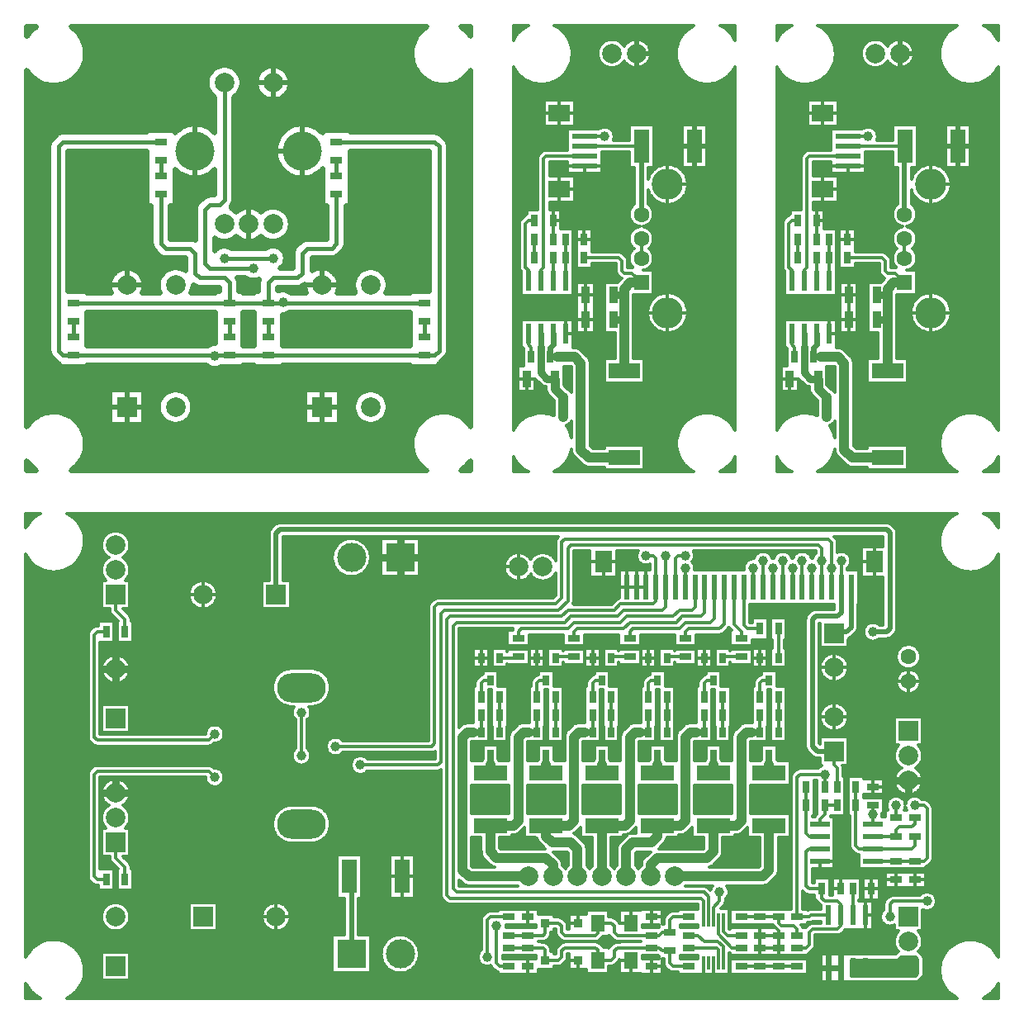
<source format=gbr>
G04 DipTrace 3.2.0.1*
G04 Âåðõíèé.gbr*
%MOIN*%
G04 #@! TF.FileFunction,Copper,L1,Top*
G04 #@! TF.Part,Single*
G04 #@! TA.AperFunction,ViaPad*
%ADD13C,0.03937*%
G04 #@! TA.AperFunction,CopperBalancing*
%ADD14C,0.011811*%
G04 #@! TA.AperFunction,Conductor*
%ADD15C,0.025591*%
G04 #@! TA.AperFunction,ComponentPad*
%ADD16C,0.07874*%
G04 #@! TA.AperFunction,CopperBalancing*
%ADD18C,0.019685*%
G04 #@! TA.AperFunction,Conductor*
%ADD19C,0.023622*%
G04 #@! TA.AperFunction,CopperBalancing*
%ADD20C,0.029528*%
G04 #@! TA.AperFunction,Conductor*
%ADD21C,0.015748*%
%ADD22C,0.035433*%
%ADD23C,0.027559*%
G04 #@! TA.AperFunction,ComponentPad*
%ADD24C,0.15748*%
%ADD26R,0.027559X0.051181*%
G04 #@! TA.AperFunction,ComponentPad*
%ADD27R,0.07874X0.07874*%
%ADD28R,0.051181X0.027559*%
%ADD29R,0.035433X0.066929*%
%ADD30R,0.023622X0.07874*%
%ADD31R,0.07874X0.023622*%
%ADD34R,0.011811X0.055118*%
%ADD35R,0.137795X0.106299*%
G04 #@! TA.AperFunction,ComponentPad*
%ADD36O,0.19685X0.11811*%
%ADD37R,0.125984X0.062992*%
%ADD38R,0.062992X0.137795*%
%ADD39R,0.137795X0.062992*%
G04 #@! TA.AperFunction,ComponentPad*
%ADD40C,0.062992*%
%ADD41C,0.07874*%
%ADD42R,0.055118X0.070866*%
%ADD43R,0.035433X0.037402*%
%ADD45R,0.025591X0.041339*%
G04 #@! TA.AperFunction,ComponentPad*
%ADD46R,0.11811X0.11811*%
%ADD47C,0.11811*%
%ADD49R,0.070866X0.086614*%
%ADD50R,0.023622X0.102362*%
%ADD52R,0.086614X0.070866*%
%ADD53R,0.102362X0.023622*%
G04 #@! TA.AperFunction,ComponentPad*
%ADD54R,0.062992X0.062992*%
%ADD55C,0.062992*%
%ADD56C,0.125984*%
%FSLAX26Y26*%
G04*
G70*
G90*
G75*
G01*
G04 Top*
%LPD*%
X2508169Y378642D2*
D13*
X2862894D1*
X2887894Y403642D1*
Y584843D1*
X2850492Y961417D2*
D15*
X2818012D1*
D13*
X2795669D1*
X2775394Y941142D1*
Y603642D1*
X2756594Y584843D1*
X2662894D1*
Y478642D1*
X2637894Y453642D1*
X2437894D1*
X2409744Y425492D1*
Y378642D1*
X2850492Y1028642D2*
D14*
Y961417D1*
X2625492D2*
D15*
X2593012D1*
D13*
X2570669D1*
X2550394Y941142D1*
Y603642D1*
X2531594Y584843D1*
X2437894D1*
Y541142D1*
X2412894Y516142D1*
X2337894D1*
X2311319Y489567D1*
Y378642D1*
X2625492Y1028642D2*
D14*
Y961417D1*
X2400492D2*
D15*
X2368012D1*
D13*
X2345669D1*
X2325394Y941142D1*
Y603642D1*
X2306594Y584843D1*
X2212894D1*
Y378642D2*
Y584843D1*
X2400492Y961417D2*
D14*
Y1028642D1*
X2175492Y961417D2*
D15*
X2143012D1*
D13*
X2120669D1*
X2100394Y941142D1*
Y603642D1*
X2081594Y584843D1*
X1987894D1*
X2114469Y378642D2*
Y489567D1*
X2087894Y516142D1*
X2012894D1*
X1987894Y541142D1*
Y584843D1*
X2175492Y961417D2*
D14*
Y1028642D1*
X1950492Y961417D2*
D15*
X1918012D1*
D13*
X1895669D1*
X1875394Y941142D1*
Y603642D1*
X1856594Y584843D1*
X1762894D1*
X2016043Y378642D2*
Y425492D1*
X1987894Y453642D1*
X1787894D1*
X1762894Y478642D1*
Y584843D1*
X1950492Y961417D2*
D14*
Y1028642D1*
X1725492Y961417D2*
D15*
X1693012D1*
D13*
X1670669D1*
X1650394Y941142D1*
Y403642D1*
X1675394Y378642D1*
X1917618D1*
X1725492Y961417D2*
D14*
Y1028642D1*
X1837894Y16240D2*
X1800295D1*
X1787894Y28642D1*
Y178642D1*
X1201969Y66142D2*
D18*
Y378642D1*
X1194094D1*
X3175394Y9843D2*
D19*
Y-46358D1*
X3125394Y9843D2*
Y-46358D1*
Y9843D2*
X3094193D1*
X3125394D2*
X3175394D1*
Y66142D1*
X3125394Y9843D2*
Y66142D1*
X2850394Y141240D2*
D14*
Y91043D1*
Y141240D2*
X2925394D1*
Y91043D1*
X2850394D1*
X2925394Y141240D2*
Y159892D1*
X2906644Y178642D1*
X250394Y716142D2*
D20*
Y766142D1*
Y716142D2*
X300394D1*
X250394D2*
X200394D1*
X1398819Y1666142D2*
Y1740945D1*
Y1666142D2*
X1320866D1*
X1398819D2*
Y1577559D1*
Y1666142D2*
X1489961D1*
X2391732Y1547244D2*
D14*
X2352362D1*
X2312992D1*
X3061024D2*
Y1624016D1*
X2785433Y1547244D2*
Y1393602D1*
X2800394Y1378642D1*
X2844144D1*
X2850492D1*
X2746063Y1547244D2*
Y1397638D1*
X2775394Y1368307D1*
Y1341043D1*
X2550394D2*
Y1366142D1*
X2562894Y1378642D1*
X2687697D1*
X2706693Y1397638D1*
Y1547244D1*
X2325394Y1341043D2*
Y1366142D1*
X2337894Y1378642D1*
X2525394D1*
X2550394Y1403642D1*
X2650394D1*
X2667323Y1420571D1*
Y1547244D1*
X2100394Y1341043D2*
Y1366142D1*
X2112894Y1378642D1*
X2300394D1*
X2325394Y1403642D1*
X2512894D1*
X2537894Y1428642D1*
X2612894D1*
X2627953Y1443701D1*
Y1547244D1*
X1875394Y1341043D2*
Y1366142D1*
X1887894Y1378642D1*
X2075394D1*
X2100394Y1403642D1*
X2287894D1*
X2312894Y1428642D1*
X2500394D1*
X2525394Y1453642D1*
X2575394D1*
X2588583Y1466831D1*
Y1547244D1*
X2702264Y202756D2*
Y158021D1*
X2719045Y141240D1*
X2775394D1*
X2682579Y202756D2*
Y146457D1*
X2737992Y91043D1*
X2775394D1*
X2549213Y1547244D2*
Y1624016D1*
Y1673228D2*
X2519685D1*
X2509843Y1663386D1*
Y1547244D1*
X2623524Y202756D2*
Y280512D1*
X2612894Y291142D1*
X1600394D1*
X1587894Y303642D1*
Y1416142D1*
X1600394Y1428642D1*
X2050394D1*
X2075394Y1453642D1*
X2262894D1*
X2287894Y1478642D1*
X2419144D1*
X2431102Y1490600D1*
Y1547244D1*
Y1663386D1*
X2421260Y1673228D1*
X2391732D1*
X2643209Y202756D2*
Y298327D1*
X2625394Y316142D1*
X1625394D1*
X1612894Y328642D1*
Y1391142D1*
X1625394Y1403642D1*
X2062894D1*
X2087894Y1428642D1*
X2275394D1*
X2300394Y1453642D1*
X2456644D1*
X2470472Y1467470D1*
Y1547244D1*
Y1673228D1*
X3139764Y1547244D2*
Y1574803D1*
Y1726772D1*
X3125394Y1741142D1*
X2062894D1*
X2050394Y1728642D1*
Y1503642D1*
X2025394Y1478642D1*
X1550394D1*
X1537894Y1466142D1*
Y916142D1*
X1525394Y903642D1*
X1137894D1*
X3139764Y1624016D2*
Y1574803D1*
X3100394Y1547244D2*
Y1603642D1*
Y1703642D1*
X3087894Y1716142D1*
X2087894D1*
X2075394Y1703642D1*
Y1491142D1*
X2037894Y1453642D1*
X1575394D1*
X1562894Y1441142D1*
Y841142D1*
X1550394Y828642D1*
X1237894D1*
X3100394Y1653543D2*
Y1603642D1*
X2682579Y29528D2*
Y83957D1*
X2675394Y91142D1*
X2562992D1*
X2562894Y91043D1*
X2702264Y29528D2*
Y95521D1*
X2681643Y116142D1*
X2625394D1*
X2600295Y141240D1*
X2562894D1*
X3021654Y1547244D2*
Y1653543D1*
X2982283Y1547244D2*
Y1624016D1*
X2942913Y1547244D2*
Y1653543D1*
X2903543Y1547244D2*
Y1624016D1*
X2864173Y1547244D2*
Y1653543D1*
X2824803Y1547244D2*
Y1624016D1*
X650394Y953642D2*
X625394Y928642D1*
X175394D1*
X162894Y941142D1*
Y1353642D1*
X175394Y1366142D1*
X212992D1*
X287795D2*
Y1416240D1*
X250394Y1453642D1*
Y1516142D1*
X3306693Y591142D2*
Y628642D1*
Y666240D1*
X3306644D1*
Y628642D2*
X3306693D1*
X3375394Y216142D2*
Y266142D1*
X3387894Y278642D1*
X3525394D1*
X3306644Y1366142D2*
D18*
X3362894D1*
X3375394Y1378642D1*
Y1766142D1*
X3362894Y1778642D1*
X912894D1*
X898031Y1763780D1*
Y1516142D1*
X1000394Y866142D2*
D14*
Y1041142D1*
X1837894Y216043D2*
X1762795D1*
X1750394Y203642D1*
Y53642D1*
X650394Y778642D2*
X625394Y803642D1*
X175394D1*
X162894Y791142D1*
Y378642D1*
X175394Y366142D1*
X212992D1*
X287795D2*
Y416240D1*
X250394Y453642D1*
Y516142D1*
X3179134Y1653543D2*
Y1547244D1*
D18*
Y1444882D1*
X3162894Y1428642D1*
X3075394D1*
X3062894Y1416142D1*
Y903642D1*
X3081791Y884744D1*
X3150394D1*
D14*
Y828642D1*
X3162894Y816142D1*
Y741240D1*
X3162992Y741142D1*
X2662894Y202756D2*
Y253642D1*
X2687894Y278642D1*
Y316142D1*
X3218504Y1547244D2*
D18*
Y1384252D1*
X3200394Y1366142D1*
X3150394D1*
Y1360039D1*
X3125394Y222441D2*
D14*
X3056693D1*
X3050394Y216142D1*
X3000492D1*
X3000394Y216043D1*
X3112894Y791142D2*
Y741240D1*
X3112795Y741142D1*
X3000394Y216043D2*
Y778642D1*
X3012894Y791142D1*
X3112894D1*
X1837894Y141240D2*
X1912894D1*
X1975492D1*
X1983465Y149213D1*
Y191142D1*
X2195965D2*
Y149213D1*
X2187894Y141142D1*
X2062894D1*
X2050394Y153642D1*
Y178642D1*
X2037894Y191142D1*
X1983465D1*
X2412894Y141240D2*
X2275295D1*
X2262894Y153642D1*
Y178642D1*
X2250394Y191142D1*
X2195965D1*
X2412894Y141240D2*
X2444243D1*
X2456546Y153543D1*
X2487894D1*
X2562894Y216043D2*
X2500295D1*
X2487894Y203642D1*
Y153543D1*
X1837894Y91043D2*
X1912894D1*
X1975492D1*
X1983465Y83071D1*
Y41142D1*
X2195965D2*
Y83071D1*
X2187894Y91142D1*
X2062894D1*
X2050394Y78642D1*
Y53642D1*
X2037894Y41142D1*
X1983465D1*
X2412894Y91043D2*
X2275295D1*
X2262894Y78642D1*
Y53642D1*
X2250394Y41142D1*
X2195965D1*
X2412894Y91043D2*
X2444241D1*
X2456545Y78740D1*
X2487894D1*
X2562894Y16240D2*
X2500295D1*
X2487894Y28642D1*
Y78740D1*
X3000394Y16240D2*
X2925394D1*
X2850394D1*
X2775394D1*
Y216043D2*
X2850394D1*
X2925394D1*
Y191142D1*
X2937894Y178642D1*
X2987894D1*
X3000394Y166142D1*
Y141240D1*
X2887894Y870866D2*
D15*
Y830512D1*
D13*
Y797441D1*
X2925295Y1103642D2*
D14*
Y1028642D1*
Y961417D1*
X2850492Y1103642D2*
Y1159990D1*
X2861369Y1170866D1*
X2887894D1*
X2437894Y870866D2*
D15*
Y830512D1*
D13*
Y797441D1*
X2662894Y870866D2*
D15*
Y830512D1*
D13*
Y797441D1*
X2700295Y961417D2*
D14*
Y1028642D1*
Y1103642D1*
X2625492D2*
Y1159990D1*
X2636369Y1170866D1*
X2662894D1*
X2475295Y1103642D2*
Y1028642D1*
Y961417D1*
X2400492Y1103642D2*
Y1159990D1*
X2411369Y1170866D1*
X2437894D1*
X2212894Y870866D2*
D15*
Y830512D1*
D13*
Y797441D1*
X3306693Y541142D2*
D14*
X3400394D1*
Y566142D1*
X3412894Y578642D1*
X3462894D1*
X3475394Y591142D1*
Y616043D1*
X2250295Y1103642D2*
Y1028642D1*
Y961417D1*
X2175492Y1103642D2*
Y1159990D1*
X2186369Y1170866D1*
X2212894D1*
X3400394Y616043D2*
Y666142D1*
X1987894Y870866D2*
D15*
Y830512D1*
D13*
Y797441D1*
X3306693Y441142D2*
D14*
X3375394D1*
Y441043D1*
X3400394D1*
X3475394D2*
X3400394D1*
X3475394D2*
X3512795D1*
X3525394Y453642D1*
Y653642D1*
X3512894Y666142D1*
X3475394D1*
X2025295Y1103642D2*
Y1028642D1*
Y961417D1*
X1950492Y1103642D2*
Y1159990D1*
X1961369Y1170866D1*
X1987894D1*
X1762894Y870866D2*
D15*
Y830512D1*
D13*
Y797441D1*
X1800295Y961417D2*
D14*
Y1028642D1*
Y1103642D2*
Y1028642D1*
X1725492Y1103642D2*
Y1159990D1*
X1736369Y1170866D1*
X1762894D1*
X3225394Y222441D2*
Y278642D1*
X3225492D1*
Y328642D1*
X3237795Y666142D2*
Y503740D1*
X3250394Y491142D1*
X3306693D1*
X3237795Y741142D2*
Y666142D1*
X3306693Y491142D2*
X3462894D1*
X3475394Y503642D1*
Y541240D1*
X3175394Y222441D2*
Y266142D1*
X3162894Y278642D1*
X3112894D1*
X3100492Y291043D1*
Y328642D1*
X3050394D1*
X3037894Y341142D1*
Y478642D1*
X3050394Y491142D1*
X3094094D1*
X3175394Y222441D2*
Y178642D1*
X3162894Y166142D1*
X3062894D1*
X3050394Y153642D1*
Y103642D1*
X3037795Y91043D1*
X3000394D1*
X3094094Y591142D2*
Y609843D1*
X3112894Y628642D1*
Y666043D1*
X3112795Y666142D1*
X3162992D1*
X3037992D2*
Y741142D1*
Y666142D2*
Y553543D1*
X3050394Y541142D1*
X3094094D1*
X1875394Y1266240D2*
Y1261417D1*
X1800295D1*
X2025295D2*
Y1266240D1*
X2100394D1*
X2250295Y1261417D2*
Y1266240D1*
X2325394D1*
X2925295Y1261417D2*
Y1378642D1*
X2700295Y1261417D2*
Y1266240D1*
X2775394D1*
X2475295Y1261417D2*
Y1266240D1*
X2550394D1*
X1496063Y2482283D2*
D21*
X866142D1*
X708661D1*
X78740D1*
X1141732Y3344488D2*
X1537402D1*
X1555118Y3326772D1*
Y2500000D1*
X1537402Y2482283D1*
X1496063D1*
X433071Y3344488D2*
X37402D1*
X19685Y3326772D1*
Y2500000D1*
X37402Y2482283D1*
X78740D1*
X708661D2*
X651575D1*
X649606Y2480315D1*
X688976Y2874016D2*
X885827D1*
X807087Y2834646D2*
X629921D1*
X610236Y2854331D1*
Y3070866D1*
X629921Y3090551D1*
X669291D1*
X688976Y3110236D1*
Y3582677D1*
X78740Y2694882D2*
X708661D1*
X866142D1*
X1496063D2*
X866142D1*
X433071Y3131890D2*
Y2933071D1*
X452756Y2913386D1*
X551181D1*
X570866Y2893701D1*
Y2814961D1*
X590551Y2795276D1*
X688976D1*
X708661Y2775591D1*
Y2694882D1*
X1141732Y3131890D2*
Y2933071D1*
X1122047Y2913386D1*
X1023622D1*
X1003937Y2893701D1*
Y2814961D1*
X984252Y2795276D1*
X885827D1*
X866142Y2775591D1*
Y2694882D1*
X923228D1*
X925197Y2696850D1*
X1496063Y2557087D2*
Y2620079D1*
X866142D2*
Y2557087D1*
X708661Y2620079D2*
Y2557087D1*
X78740Y2620079D2*
Y2557087D1*
X1141732Y3206693D2*
Y3269685D1*
X433071Y3206693D2*
Y3269685D1*
X3085728Y2388386D2*
D20*
X3053642D1*
X3028642Y2413386D1*
Y2515453D1*
D19*
Y2569587D1*
X3120079Y2234252D2*
D13*
Y2273622D1*
Y2312992D1*
D22*
X3085728Y2347343D1*
Y2388386D1*
X3078543Y2950886D2*
D14*
Y3025886D1*
X3209055Y2625886D2*
Y2725886D1*
X3435039Y3051181D2*
D18*
Y3324803D1*
X3437008Y3326772D1*
X3206693D2*
D14*
X3437008D1*
X3435039Y2874016D2*
Y2952756D1*
X2991240Y2475886D2*
Y2513287D1*
X2978642Y2525886D1*
Y2569587D1*
X3066043Y2475886D2*
D19*
Y2513287D1*
X3078642Y2525886D1*
Y2569587D1*
X3366109Y2068898D2*
D13*
X3223130D1*
X3191142Y2100886D1*
Y2450886D1*
X3166142Y2475886D1*
X3097392D1*
D23*
X3066043D1*
X3128740Y2950886D2*
D14*
Y2875886D1*
X3128642Y2782185D2*
Y2875787D1*
X3128740Y2875886D1*
X3003740Y2950886D2*
Y2875886D1*
X3078642Y2782185D2*
X3078543D1*
Y2875886D1*
X3366109Y2419291D2*
D13*
Y2625886D1*
Y2725886D1*
Y2750853D1*
X3390846Y2775591D1*
X3435039D1*
X3323228Y2625886D2*
D20*
X3366109D1*
X3323228Y2725886D2*
X3366109D1*
X3206693Y3366142D2*
D14*
X3287402D1*
X3203543Y2875886D2*
X3344587D1*
X3356299Y2864173D1*
Y2824803D1*
X3367717Y2813386D1*
X3397244D1*
X3435039Y2775591D1*
X3003740Y3025886D2*
X2978642D1*
X2966142Y3013386D1*
Y2838386D1*
X2978642Y2825886D1*
Y2782185D1*
X3028642D2*
Y2825886D1*
X3041142Y2838386D1*
Y3277362D1*
X3051181Y3287402D1*
X3206693D1*
X2022736Y2388386D2*
D20*
X1990650D1*
X1965650Y2413386D1*
Y2515453D1*
D19*
Y2569587D1*
X2057087Y2234252D2*
D13*
Y2273622D1*
Y2312992D1*
D22*
X2022736Y2347343D1*
Y2388386D1*
X2015551Y2950886D2*
D14*
Y3025886D1*
X2146063Y2625886D2*
Y2725886D1*
X2372047Y3051181D2*
D18*
Y3324803D1*
X2374016Y3326772D1*
X2143701D2*
D14*
X2374016D1*
X2372047Y2874016D2*
Y2952756D1*
X1928248Y2475886D2*
Y2513287D1*
X1915650Y2525886D1*
Y2569587D1*
X2003051Y2475886D2*
D19*
Y2513287D1*
X2015650Y2525886D1*
Y2569587D1*
X2303117Y2068898D2*
D13*
X2160138D1*
X2128150Y2100886D1*
Y2450886D1*
X2103150Y2475886D1*
X2034400D1*
D23*
X2003051D1*
X2065748Y2950886D2*
D14*
Y2875886D1*
X2065650Y2782185D2*
Y2875787D1*
X2065748Y2875886D1*
X1940748Y2950886D2*
Y2875886D1*
X2015650Y2782185D2*
X2015551D1*
Y2875886D1*
X2303117Y2419291D2*
D13*
Y2625886D1*
Y2725886D1*
Y2750853D1*
X2327854Y2775591D1*
X2372047D1*
X2260236Y2625886D2*
D20*
X2303117D1*
X2260236Y2725886D2*
X2303117D1*
X2143701Y3366142D2*
D14*
X2224409D1*
X2140551Y2875886D2*
X2281594D1*
X2293307Y2864173D1*
Y2824803D1*
X2304724Y2813386D1*
X2334252D1*
X2372047Y2775591D1*
X1940748Y3025886D2*
X1915650D1*
X1903150Y3013386D1*
Y2838386D1*
X1915650Y2825886D1*
Y2782185D1*
X1965650D2*
Y2825886D1*
X1978150Y2838386D1*
Y3277362D1*
X1988189Y3287402D1*
X2143701D1*
D13*
X3112894Y791142D3*
D3*
X807087Y2834646D3*
X3306644Y1366142D3*
X2687894Y316142D3*
X3061024Y1624016D3*
X2824803D3*
X2864173Y1653543D3*
X2903543Y1624016D3*
X2942913Y1653543D3*
X2982283Y1624016D3*
X3021654Y1653543D3*
X1137894Y903642D3*
X1237894Y828642D3*
X3100394Y1653543D3*
X3139764Y1624016D3*
X2549213D3*
X3375394Y216142D3*
X1787894Y178642D3*
X1750394Y53642D3*
X2712894Y1316142D3*
X2549213Y1673228D3*
X2391732D3*
X2212894Y1316142D3*
X1712894D3*
X3306644Y628642D3*
X3400394Y666142D3*
X3475394D3*
X3525394Y278642D3*
X3612894Y366142D3*
Y403642D3*
Y328642D3*
X2470472Y1673228D3*
X2165354Y1525591D3*
X2116142D3*
X3179134Y1653543D3*
X2987894Y1216142D3*
Y1103642D3*
X2263780Y1525591D3*
X2214567D3*
X1000394Y1041142D3*
Y866142D3*
X650394Y778642D3*
Y953642D3*
X688976Y2874016D3*
X1287894Y1303642D3*
X1337894D3*
X1387894D3*
X1437894D3*
X1287894Y978642D3*
X1337894D3*
X1387894D3*
X1437894D3*
X1287894Y753642D3*
X1337894D3*
X1387894D3*
X1437894D3*
X3700787Y1584646D3*
X3553150Y1732283D3*
X3592520Y1624016D3*
X3700787Y147638D3*
X3553150Y0D3*
X3592520Y108268D3*
X147638Y0D3*
X0Y147638D3*
X108268Y108268D3*
X0Y1584646D3*
X108268Y1624016D3*
X147638Y1732283D3*
X0Y866142D3*
Y767717D3*
Y669291D3*
Y570866D3*
Y472441D3*
Y374016D3*
Y275591D3*
Y1456693D3*
Y1358268D3*
Y1259843D3*
Y1161417D3*
Y1062992D3*
Y964567D3*
X3700787Y866142D3*
Y767717D3*
Y669291D3*
Y570866D3*
Y472441D3*
Y374016D3*
Y275591D3*
Y1456693D3*
Y1358268D3*
Y1259843D3*
Y1161417D3*
Y1062992D3*
Y964567D3*
X2987894Y1028642D3*
X885827Y2874016D3*
X925197Y2696850D3*
X649606Y2480315D3*
X3287402Y3366142D3*
X3120079Y2312992D3*
Y2273622D3*
Y2234252D3*
X2942913Y2312992D3*
Y2273622D3*
Y2234252D3*
X3789370Y2312992D3*
Y2273622D3*
Y2234252D3*
X2942913Y3592520D3*
Y3553150D3*
Y3513780D3*
X3789370Y3592520D3*
Y3553150D3*
Y3513780D3*
X2224409Y3366142D3*
X2057087Y2312992D3*
Y2273622D3*
Y2234252D3*
X1879921Y2312992D3*
Y2273622D3*
Y2234252D3*
X2726378Y2312992D3*
Y2273622D3*
Y2234252D3*
X1879921Y3592520D3*
Y3553150D3*
Y3513780D3*
X2726378Y3592520D3*
Y3553150D3*
Y3513780D3*
X-111024Y1832808D2*
D14*
X-74043D1*
X74043D2*
X3626752D1*
X3774815D2*
X3811807D1*
X-111024Y1821129D2*
X-87883D1*
X87883D2*
X3612888D1*
X3788678D2*
X3811807D1*
X-111024Y1809449D2*
X-98427D1*
X98427D2*
X3602346D1*
X3799220D2*
X3811807D1*
X-111024Y1797769D2*
X-106661D1*
X106661D2*
X891209D1*
X3384589D2*
X3594134D1*
X3807433D2*
X3811824D1*
X113051Y1786089D2*
X879513D1*
X3396262D2*
X3587720D1*
X117965Y1774409D2*
X870908D1*
X3403367D2*
X3582831D1*
X121541Y1762730D2*
X215420D1*
X285373D2*
X868810D1*
X3404613D2*
X3579255D1*
X123894Y1751050D2*
X203448D1*
X297345D2*
X868810D1*
X3404613D2*
X3576878D1*
X125115Y1739370D2*
X196550D1*
X304243D2*
X868810D1*
X927251D2*
X1176196D1*
X1227740D2*
X1320396D1*
X1477248D2*
X2027627D1*
X3161472D2*
X3346172D1*
X3404613D2*
X3575656D1*
X125255Y1727690D2*
X192812D1*
X307957D2*
X868810D1*
X927251D2*
X1154119D1*
X1249816D2*
X1320396D1*
X1477248D2*
X2025113D1*
X3165025D2*
X3346172D1*
X3404613D2*
X3575541D1*
X124262Y1716010D2*
X191659D1*
X309133D2*
X868810D1*
X927251D2*
X1141801D1*
X1262135D2*
X1320396D1*
X1477248D2*
X2025113D1*
X3165047D2*
X3346172D1*
X3404613D2*
X3576533D1*
X122140Y1704331D2*
X192882D1*
X307911D2*
X868810D1*
X927251D2*
X1133634D1*
X1270301D2*
X1320396D1*
X1477248D2*
X2025113D1*
X3165047D2*
X3258189D1*
X3404613D2*
X3578655D1*
X118841Y1692651D2*
X196665D1*
X304127D2*
X868810D1*
X927251D2*
X1128236D1*
X1275699D2*
X1320396D1*
X1477248D2*
X2025113D1*
X3165047D2*
X3258189D1*
X3404613D2*
X3581954D1*
X114228Y1680971D2*
X203655D1*
X297138D2*
X868810D1*
X927251D2*
X1124984D1*
X1278951D2*
X1320396D1*
X1477248D2*
X1851039D1*
X1901337D2*
X1949449D1*
X1999770D2*
X2025113D1*
X2100672D2*
X2163709D1*
X2273315D2*
X2353469D1*
X2587461D2*
X2836867D1*
X2891479D2*
X2915622D1*
X2970211D2*
X2994356D1*
X3048945D2*
X3073088D1*
X3206432D2*
X3258189D1*
X3404613D2*
X3586567D1*
X108161Y1669291D2*
X215765D1*
X285003D2*
X868810D1*
X927251D2*
X1123600D1*
X1280336D2*
X1320396D1*
X1477248D2*
X1834245D1*
X1918108D2*
X1932678D1*
X2016541D2*
X2025113D1*
X2100672D2*
X2163709D1*
X2273315D2*
X2352892D1*
X2588060D2*
X2828539D1*
X2899807D2*
X2907295D1*
X2978539D2*
X2986013D1*
X3057272D2*
X3064760D1*
X3214760D2*
X3258189D1*
X3404613D2*
X3592634D1*
X-111024Y1657612D2*
X-100364D1*
X100364D2*
X209307D1*
X291486D2*
X868810D1*
X927251D2*
X1124014D1*
X1279920D2*
X1320396D1*
X1477248D2*
X1825272D1*
X2100672D2*
X2163709D1*
X2273315D2*
X2356052D1*
X2584900D2*
X2806140D1*
X3217966D2*
X3258189D1*
X3404613D2*
X3600432D1*
X3801159D2*
X3811807D1*
X-111024Y1645932D2*
X-90375D1*
X90375D2*
X199963D1*
X300828D2*
X868810D1*
X927251D2*
X1126230D1*
X1277706D2*
X1320396D1*
X1477248D2*
X1820104D1*
X2100672D2*
X2163709D1*
X2273315D2*
X2364287D1*
X2581278D2*
X2792738D1*
X3217413D2*
X3258189D1*
X3404613D2*
X3610420D1*
X3791171D2*
X3811807D1*
X-111024Y1634252D2*
X-77365D1*
X77365D2*
X194566D1*
X306203D2*
X868810D1*
X927251D2*
X1130428D1*
X1273508D2*
X1320396D1*
X1477248D2*
X1817705D1*
X2100672D2*
X2163709D1*
X2273315D2*
X2405835D1*
X2586861D2*
X2787155D1*
X3212915D2*
X3258189D1*
X3404613D2*
X3623430D1*
X3778136D2*
X3811807D1*
X-111024Y1622572D2*
X-59280D1*
X59280D2*
X192005D1*
X308764D2*
X868810D1*
X927251D2*
X1137003D1*
X1266933D2*
X1320396D1*
X1477248D2*
X1817751D1*
X2100672D2*
X2163709D1*
X2273315D2*
X2405835D1*
X2588245D2*
X2785770D1*
X3204402D2*
X3258189D1*
X3404613D2*
X3641493D1*
X3760073D2*
X3811807D1*
X-111024Y1610892D2*
X-27190D1*
X27190D2*
X191890D1*
X308902D2*
X868810D1*
X927251D2*
X1146807D1*
X1257129D2*
X1320396D1*
X1477248D2*
X1820243D1*
X2100672D2*
X2163709D1*
X2273315D2*
X2281819D1*
X3249685D2*
X3258197D1*
X3404613D2*
X3673605D1*
X3727986D2*
X3811807D1*
X-111024Y1599213D2*
X194197D1*
X306596D2*
X868810D1*
X927251D2*
X1162217D1*
X1241719D2*
X1320396D1*
X1477248D2*
X1825525D1*
X2100672D2*
X2163709D1*
X2273315D2*
X2281819D1*
X3249685D2*
X3258197D1*
X3404613D2*
X3811807D1*
X-111024Y1587533D2*
X199272D1*
X301520D2*
X868810D1*
X927251D2*
X1834706D1*
X1917647D2*
X1933139D1*
X2016080D2*
X2025113D1*
X2100672D2*
X2281819D1*
X3249685D2*
X3346172D1*
X3404613D2*
X3811807D1*
X-111024Y1575853D2*
X208108D1*
X292685D2*
X868810D1*
X927251D2*
X1852054D1*
X1900299D2*
X1950487D1*
X1998732D2*
X2025113D1*
X2100672D2*
X2281819D1*
X3249685D2*
X3346172D1*
X3404613D2*
X3811807D1*
X-111024Y1564173D2*
X191659D1*
X309133D2*
X569866D1*
X635667D2*
X839282D1*
X956778D2*
X2025113D1*
X2100672D2*
X2281819D1*
X3249685D2*
X3346172D1*
X3404613D2*
X3811807D1*
X-111024Y1552493D2*
X191659D1*
X309133D2*
X556948D1*
X648562D2*
X839282D1*
X956778D2*
X2025113D1*
X2100672D2*
X2281819D1*
X3249685D2*
X3346172D1*
X3404613D2*
X3811807D1*
X-111024Y1540814D2*
X191659D1*
X309133D2*
X549566D1*
X655944D2*
X839282D1*
X956778D2*
X2025113D1*
X2100672D2*
X2281819D1*
X3249685D2*
X3346172D1*
X3404613D2*
X3811807D1*
X-111024Y1529134D2*
X191659D1*
X309133D2*
X545505D1*
X660003D2*
X839282D1*
X956778D2*
X2025113D1*
X2100672D2*
X2281819D1*
X3249685D2*
X3346172D1*
X3404613D2*
X3811807D1*
X-111024Y1517454D2*
X191659D1*
X309133D2*
X544029D1*
X661479D2*
X839282D1*
X956778D2*
X2025113D1*
X2100672D2*
X2281819D1*
X3249685D2*
X3346172D1*
X3404613D2*
X3811807D1*
X-111024Y1505774D2*
X191659D1*
X309133D2*
X544951D1*
X660556D2*
X839282D1*
X956778D2*
X2017270D1*
X2100672D2*
X2281819D1*
X3249685D2*
X3346172D1*
X3404613D2*
X3811807D1*
X-111024Y1494094D2*
X191659D1*
X309133D2*
X548412D1*
X657097D2*
X839282D1*
X956778D2*
X1530596D1*
X2100672D2*
X2268093D1*
X3249685D2*
X3346172D1*
X3404613D2*
X3811807D1*
X-111024Y1482415D2*
X191659D1*
X309133D2*
X554941D1*
X650568D2*
X839282D1*
X956778D2*
X1518946D1*
X2099033D2*
X2256420D1*
X3249685D2*
X3346172D1*
X3404613D2*
X3811807D1*
X-111024Y1470735D2*
X191659D1*
X309133D2*
X566198D1*
X639311D2*
X839282D1*
X956778D2*
X1513063D1*
X2810717D2*
X3149929D1*
X3247724D2*
X3346172D1*
X3404613D2*
X3811807D1*
X-111024Y1459055D2*
X191659D1*
X309133D2*
X594226D1*
X611306D2*
X839282D1*
X956778D2*
X1512626D1*
X2810717D2*
X3149929D1*
X3247724D2*
X3346172D1*
X3404613D2*
X3811807D1*
X-111024Y1447375D2*
X225938D1*
X291924D2*
X1512626D1*
X2810717D2*
X3053295D1*
X3247724D2*
X3346172D1*
X3404613D2*
X3811807D1*
X-111024Y1435696D2*
X233091D1*
X303596D2*
X1512626D1*
X2810717D2*
X3041622D1*
X3247724D2*
X3346172D1*
X3404613D2*
X3811807D1*
X-111024Y1424016D2*
X244762D1*
X311786D2*
X1512626D1*
X2810717D2*
X3034818D1*
X3247724D2*
X3346172D1*
X3404613D2*
X3811807D1*
X-111024Y1412336D2*
X256436D1*
X313077D2*
X1512626D1*
X2810717D2*
X2817352D1*
X2883636D2*
X2892146D1*
X2958448D2*
X3033686D1*
X3247724D2*
X3346172D1*
X3404613D2*
X3811807D1*
X-111024Y1400656D2*
X179848D1*
X246133D2*
X254636D1*
X320944D2*
X1512626D1*
X2883636D2*
X2892146D1*
X2958448D2*
X3033686D1*
X3247724D2*
X3289861D1*
X3323412D2*
X3346172D1*
X3404613D2*
X3811807D1*
X-111024Y1388976D2*
X166514D1*
X246133D2*
X254636D1*
X320944D2*
X1512626D1*
X2883636D2*
X2892146D1*
X2958448D2*
X3033686D1*
X3247724D2*
X3275236D1*
X3404613D2*
X3811807D1*
X-111024Y1377297D2*
X151290D1*
X246133D2*
X254636D1*
X320944D2*
X1512626D1*
X1638173D2*
X1852861D1*
X2721604D2*
X2731144D1*
X2883636D2*
X2892146D1*
X2958448D2*
X3033686D1*
X3246848D2*
X3269261D1*
X3404567D2*
X3811807D1*
X-111024Y1365617D2*
X140794D1*
X246133D2*
X254636D1*
X320944D2*
X1512626D1*
X1638173D2*
X1830438D1*
X2709930D2*
X2730429D1*
X2883636D2*
X2892146D1*
X2958448D2*
X3033686D1*
X3240619D2*
X3267601D1*
X3401407D2*
X3811807D1*
X-111024Y1353937D2*
X137610D1*
X246133D2*
X254636D1*
X320944D2*
X1512626D1*
X1638173D2*
X1830438D1*
X1920345D2*
X2055425D1*
X2145354D2*
X2280434D1*
X2370364D2*
X2505444D1*
X2595350D2*
X2730429D1*
X2883636D2*
X2892146D1*
X2958448D2*
X3033686D1*
X3229016D2*
X3269608D1*
X3391510D2*
X3811807D1*
X-111024Y1342257D2*
X137610D1*
X246133D2*
X254636D1*
X320944D2*
X1512626D1*
X1638173D2*
X1830438D1*
X1920345D2*
X2055425D1*
X2145354D2*
X2280434D1*
X2370364D2*
X2505444D1*
X2595350D2*
X2730429D1*
X2883636D2*
X2892146D1*
X2958448D2*
X3033686D1*
X3216260D2*
X3276067D1*
X3378753D2*
X3811807D1*
X-111024Y1330577D2*
X137610D1*
X246133D2*
X254636D1*
X320944D2*
X1512626D1*
X1638173D2*
X1830438D1*
X1920345D2*
X2055425D1*
X2145354D2*
X2280434D1*
X2370364D2*
X2505444D1*
X2595350D2*
X2730429D1*
X2820360D2*
X2900029D1*
X2950580D2*
X3033686D1*
X3209131D2*
X3292445D1*
X3320852D2*
X3811807D1*
X-111024Y1318898D2*
X137610D1*
X188161D2*
X1512626D1*
X1638173D2*
X1830438D1*
X1920345D2*
X2055425D1*
X2145354D2*
X2280434D1*
X2370364D2*
X2505444D1*
X2595350D2*
X2730429D1*
X2820360D2*
X2900029D1*
X2950580D2*
X3033686D1*
X3209131D2*
X3811807D1*
X-111024Y1307218D2*
X137610D1*
X188161D2*
X1512626D1*
X1638173D2*
X2900029D1*
X2950580D2*
X3033686D1*
X3209131D2*
X3421259D1*
X3479516D2*
X3811807D1*
X-111024Y1295538D2*
X137610D1*
X188161D2*
X1512626D1*
X1638173D2*
X1693320D1*
X1757667D2*
X1768131D1*
X1982654D2*
X1993140D1*
X2207663D2*
X2218126D1*
X2432648D2*
X2443135D1*
X2657657D2*
X2668122D1*
X2882667D2*
X2893131D1*
X2957455D2*
X3033686D1*
X3092105D2*
X3409148D1*
X3491627D2*
X3811807D1*
X-111024Y1283858D2*
X137610D1*
X188161D2*
X1512626D1*
X1638173D2*
X1693320D1*
X1757667D2*
X1768131D1*
X1982654D2*
X1993140D1*
X2207663D2*
X2218126D1*
X2432648D2*
X2443135D1*
X2657657D2*
X2668122D1*
X2882667D2*
X2893131D1*
X2957455D2*
X3033686D1*
X3092105D2*
X3402804D1*
X3497993D2*
X3811807D1*
X-111024Y1272178D2*
X137610D1*
X188161D2*
X236066D1*
X264726D2*
X1512626D1*
X1638173D2*
X1693320D1*
X1757667D2*
X1768131D1*
X1982654D2*
X1993140D1*
X2207663D2*
X2218126D1*
X2432648D2*
X2443135D1*
X2657657D2*
X2668122D1*
X2882667D2*
X2893131D1*
X2957455D2*
X3033686D1*
X3092105D2*
X3120585D1*
X3180203D2*
X3399898D1*
X3500900D2*
X3811807D1*
X-111024Y1260499D2*
X137610D1*
X188161D2*
X212537D1*
X288256D2*
X1512626D1*
X1638173D2*
X1693320D1*
X1757667D2*
X1768131D1*
X1982654D2*
X1993140D1*
X2207663D2*
X2218126D1*
X2432648D2*
X2443135D1*
X2657657D2*
X2668122D1*
X2882667D2*
X2893131D1*
X2957455D2*
X3033686D1*
X3092105D2*
X3106214D1*
X3194575D2*
X3399852D1*
X3500946D2*
X3811807D1*
X-111024Y1248819D2*
X137610D1*
X188161D2*
X201832D1*
X298959D2*
X1512626D1*
X1638173D2*
X1693320D1*
X1757667D2*
X1768131D1*
X1982654D2*
X1993140D1*
X2207663D2*
X2218126D1*
X2432648D2*
X2443135D1*
X2657657D2*
X2668122D1*
X2882667D2*
X2893131D1*
X2957455D2*
X3033686D1*
X3092105D2*
X3098159D1*
X3202626D2*
X3402643D1*
X3498133D2*
X3811807D1*
X-111024Y1237139D2*
X137610D1*
X188161D2*
X195627D1*
X305165D2*
X1512626D1*
X1638173D2*
X1693320D1*
X1757667D2*
X1768131D1*
X1982654D2*
X1993140D1*
X2207663D2*
X2218126D1*
X2432648D2*
X2443135D1*
X2657657D2*
X2668122D1*
X2882667D2*
X2893131D1*
X2957455D2*
X3033686D1*
X3207171D2*
X3408871D1*
X3491927D2*
X3811807D1*
X-111024Y1225459D2*
X137610D1*
X188161D2*
X192420D1*
X308371D2*
X1512626D1*
X1638173D2*
X1693320D1*
X1757667D2*
X1768131D1*
X1832455D2*
X1918329D1*
X1982654D2*
X1993140D1*
X2057465D2*
X2143315D1*
X2207663D2*
X2218126D1*
X2282450D2*
X2368324D1*
X2432648D2*
X2443135D1*
X2507459D2*
X2593335D1*
X2657657D2*
X2668122D1*
X2732469D2*
X2818320D1*
X2882667D2*
X2893131D1*
X2957455D2*
X3033686D1*
X3209039D2*
X3420682D1*
X3480093D2*
X3811807D1*
X-111024Y1213780D2*
X137610D1*
X188161D2*
X191710D1*
X309087D2*
X931993D1*
X1068798D2*
X1512626D1*
X1638173D2*
X3033686D1*
X3208508D2*
X3435100D1*
X3465698D2*
X3811807D1*
X-111024Y1202100D2*
X137610D1*
X188161D2*
X193408D1*
X307403D2*
X911647D1*
X1089144D2*
X1512626D1*
X1638173D2*
X1730738D1*
X1795062D2*
X1955723D1*
X2020071D2*
X2180732D1*
X2245056D2*
X2405719D1*
X2470066D2*
X2630728D1*
X2695051D2*
X2855738D1*
X2920062D2*
X3033686D1*
X3205487D2*
X3414915D1*
X3485860D2*
X3811807D1*
X-111024Y1190420D2*
X137610D1*
X188161D2*
X197726D1*
X303066D2*
X899882D1*
X1100909D2*
X1512626D1*
X1638173D2*
X1721118D1*
X1795062D2*
X1946104D1*
X2020071D2*
X2171113D1*
X2245056D2*
X2396100D1*
X2470066D2*
X2621109D1*
X2695051D2*
X2846118D1*
X2920062D2*
X3033686D1*
X3092105D2*
X3101255D1*
X3199535D2*
X3405873D1*
X3494925D2*
X3811807D1*
X-111024Y1178740D2*
X137610D1*
X188161D2*
X205454D1*
X295315D2*
X892039D1*
X1108753D2*
X1512626D1*
X1638173D2*
X1708984D1*
X1795062D2*
X1933993D1*
X2020071D2*
X2158979D1*
X2245056D2*
X2383988D1*
X2470066D2*
X2608997D1*
X2695051D2*
X2833984D1*
X2920062D2*
X3033686D1*
X3092105D2*
X3111520D1*
X3189269D2*
X3401143D1*
X3499631D2*
X3811807D1*
X-111024Y1167060D2*
X137610D1*
X188161D2*
X219134D1*
X281635D2*
X886871D1*
X1113920D2*
X1512626D1*
X1638173D2*
X1701278D1*
X1795062D2*
X1926287D1*
X2020071D2*
X2151274D1*
X2245056D2*
X2376283D1*
X2470066D2*
X2601269D1*
X2695051D2*
X2826278D1*
X2920062D2*
X3033686D1*
X3092105D2*
X3132858D1*
X3167930D2*
X3399529D1*
X3501247D2*
X3811807D1*
X-111024Y1155381D2*
X137610D1*
X188161D2*
X883803D1*
X1116966D2*
X1512626D1*
X1638173D2*
X1700218D1*
X1795062D2*
X1925227D1*
X2020071D2*
X2150213D1*
X2245056D2*
X2375222D1*
X2470066D2*
X2600209D1*
X2695051D2*
X2825218D1*
X2920062D2*
X3033686D1*
X3092105D2*
X3400705D1*
X3500070D2*
X3811807D1*
X-111024Y1143701D2*
X137610D1*
X188161D2*
X882627D1*
X1118165D2*
X1512626D1*
X1638173D2*
X1692352D1*
X1833448D2*
X1917337D1*
X2058457D2*
X2142346D1*
X2283442D2*
X2367333D1*
X2508451D2*
X2592343D1*
X2733437D2*
X2817352D1*
X2958448D2*
X3033686D1*
X3092105D2*
X3404881D1*
X3495895D2*
X3811807D1*
X-111024Y1132021D2*
X137610D1*
X188161D2*
X883203D1*
X1117566D2*
X1512626D1*
X1638173D2*
X1692352D1*
X1833448D2*
X1917337D1*
X2058457D2*
X2142346D1*
X2283442D2*
X2367333D1*
X2508451D2*
X2592343D1*
X2733437D2*
X2817352D1*
X2958448D2*
X3033686D1*
X3092105D2*
X3413093D1*
X3487682D2*
X3811807D1*
X-111024Y1120341D2*
X137610D1*
X188161D2*
X885626D1*
X1115165D2*
X1512626D1*
X1638173D2*
X1692352D1*
X1758636D2*
X1767139D1*
X1833448D2*
X1917337D1*
X1983646D2*
X1992148D1*
X2058457D2*
X2142346D1*
X2208631D2*
X2217134D1*
X2283442D2*
X2367333D1*
X2433640D2*
X2442143D1*
X2508451D2*
X2592343D1*
X2658650D2*
X2667154D1*
X2733437D2*
X2817352D1*
X2883636D2*
X2892146D1*
X2958448D2*
X3033686D1*
X3092105D2*
X3429955D1*
X3470843D2*
X3811807D1*
X-111024Y1108661D2*
X137610D1*
X188161D2*
X890031D1*
X1110760D2*
X1512626D1*
X1638173D2*
X1692352D1*
X1758636D2*
X1767139D1*
X1833448D2*
X1917337D1*
X1983646D2*
X1992148D1*
X2058457D2*
X2142346D1*
X2208631D2*
X2217134D1*
X2283442D2*
X2367333D1*
X2433640D2*
X2442143D1*
X2508451D2*
X2592343D1*
X2658650D2*
X2667154D1*
X2733437D2*
X2817352D1*
X2883636D2*
X2892146D1*
X2958448D2*
X3033686D1*
X3092105D2*
X3811807D1*
X-111024Y1096982D2*
X137610D1*
X188161D2*
X896883D1*
X1103908D2*
X1512626D1*
X1638173D2*
X1692352D1*
X1758636D2*
X1767139D1*
X1833448D2*
X1917337D1*
X1983646D2*
X1992148D1*
X2058457D2*
X2142346D1*
X2208631D2*
X2217134D1*
X2283442D2*
X2367333D1*
X2433640D2*
X2442143D1*
X2508451D2*
X2592343D1*
X2658650D2*
X2667154D1*
X2733437D2*
X2817352D1*
X2883636D2*
X2892146D1*
X2958448D2*
X3033686D1*
X3092105D2*
X3811807D1*
X-111024Y1085302D2*
X137610D1*
X188161D2*
X907102D1*
X1093689D2*
X1512626D1*
X1638173D2*
X1692352D1*
X1758636D2*
X1767139D1*
X1833448D2*
X1917337D1*
X1983646D2*
X1992148D1*
X2058457D2*
X2142346D1*
X2208631D2*
X2217134D1*
X2283442D2*
X2367333D1*
X2433640D2*
X2442143D1*
X2508451D2*
X2592343D1*
X2658650D2*
X2667154D1*
X2733437D2*
X2817352D1*
X2883636D2*
X2892146D1*
X2958448D2*
X3033686D1*
X3092105D2*
X3811807D1*
X-111024Y1073622D2*
X137610D1*
X309133D2*
X923412D1*
X1077379D2*
X1512626D1*
X1638173D2*
X1692352D1*
X1758636D2*
X1767139D1*
X1833448D2*
X1917337D1*
X1983646D2*
X1992148D1*
X2058457D2*
X2142346D1*
X2208631D2*
X2217134D1*
X2283442D2*
X2367333D1*
X2433640D2*
X2442143D1*
X2508451D2*
X2592343D1*
X2658650D2*
X2667154D1*
X2733437D2*
X2817352D1*
X2883636D2*
X2892146D1*
X2958448D2*
X3033686D1*
X3092105D2*
X3122685D1*
X3178104D2*
X3811807D1*
X-111024Y1061942D2*
X137610D1*
X309133D2*
X967566D1*
X1033227D2*
X1512626D1*
X1638173D2*
X1692352D1*
X1758636D2*
X1767139D1*
X1833448D2*
X1917337D1*
X1983646D2*
X1992148D1*
X2058457D2*
X2142346D1*
X2208631D2*
X2217134D1*
X2283442D2*
X2367333D1*
X2433640D2*
X2442143D1*
X2508451D2*
X2592343D1*
X2658650D2*
X2667154D1*
X2733437D2*
X2817352D1*
X2883636D2*
X2892146D1*
X2958448D2*
X3033686D1*
X3092105D2*
X3107252D1*
X3193537D2*
X3811807D1*
X-111024Y1050262D2*
X137610D1*
X309133D2*
X962444D1*
X1038325D2*
X1512626D1*
X1638173D2*
X1692352D1*
X1758636D2*
X1767139D1*
X1833448D2*
X1917337D1*
X1983646D2*
X1992148D1*
X2058457D2*
X2142346D1*
X2208631D2*
X2217134D1*
X2283442D2*
X2367333D1*
X2433640D2*
X2442143D1*
X2508451D2*
X2592343D1*
X2658650D2*
X2667154D1*
X2733437D2*
X2817352D1*
X2883636D2*
X2892146D1*
X2958448D2*
X3033686D1*
X3092105D2*
X3098787D1*
X3202026D2*
X3811807D1*
X-111024Y1038583D2*
X137610D1*
X309133D2*
X961429D1*
X1039364D2*
X1512626D1*
X1638173D2*
X1692352D1*
X1758636D2*
X1767139D1*
X1833448D2*
X1917337D1*
X1983646D2*
X1992148D1*
X2058457D2*
X2142346D1*
X2208631D2*
X2217134D1*
X2283442D2*
X2367333D1*
X2433640D2*
X2442143D1*
X2508451D2*
X2592343D1*
X2658650D2*
X2667154D1*
X2733437D2*
X2817352D1*
X2883636D2*
X2892146D1*
X2958448D2*
X3033686D1*
X3206848D2*
X3811807D1*
X-111024Y1026903D2*
X137610D1*
X309133D2*
X964127D1*
X1036664D2*
X1512626D1*
X1638173D2*
X1692352D1*
X1758636D2*
X1767139D1*
X1833448D2*
X1917337D1*
X1983646D2*
X1992148D1*
X2058457D2*
X2142346D1*
X2208631D2*
X2217134D1*
X2283442D2*
X2367333D1*
X2433640D2*
X2442143D1*
X2508451D2*
X2592343D1*
X2658650D2*
X2667154D1*
X2733437D2*
X2817352D1*
X2883636D2*
X2892146D1*
X2958448D2*
X3033686D1*
X3208970D2*
X3811807D1*
X-111024Y1015223D2*
X137610D1*
X309133D2*
X971602D1*
X1029190D2*
X1512626D1*
X1638173D2*
X1692352D1*
X1758636D2*
X1767139D1*
X1833448D2*
X1917337D1*
X1983646D2*
X1992148D1*
X2058457D2*
X2142346D1*
X2208631D2*
X2217134D1*
X2283442D2*
X2367333D1*
X2433640D2*
X2442143D1*
X2508451D2*
X2592343D1*
X2658650D2*
X2667154D1*
X2733437D2*
X2817352D1*
X2883636D2*
X2892146D1*
X2958448D2*
X3033686D1*
X3208669D2*
X3391663D1*
X3509136D2*
X3811807D1*
X-111024Y1003543D2*
X137610D1*
X309133D2*
X975109D1*
X1025660D2*
X1512626D1*
X1638173D2*
X1692352D1*
X1758636D2*
X1767139D1*
X1833448D2*
X1917337D1*
X1983646D2*
X1992148D1*
X2058457D2*
X2142346D1*
X2208631D2*
X2217134D1*
X2283442D2*
X2367333D1*
X2433640D2*
X2442143D1*
X2508451D2*
X2592343D1*
X2658650D2*
X2667154D1*
X2733437D2*
X2817352D1*
X2883636D2*
X2892146D1*
X2958448D2*
X3033686D1*
X3205902D2*
X3391663D1*
X3509136D2*
X3811807D1*
X-111024Y991864D2*
X137610D1*
X309133D2*
X975109D1*
X1025660D2*
X1512626D1*
X1638173D2*
X1646953D1*
X1758636D2*
X1767139D1*
X1833448D2*
X1871962D1*
X1983646D2*
X1992148D1*
X2058457D2*
X2096971D1*
X2208631D2*
X2217134D1*
X2283442D2*
X2321957D1*
X2433640D2*
X2442143D1*
X2508451D2*
X2546966D1*
X2658650D2*
X2667154D1*
X2733437D2*
X2771953D1*
X2883636D2*
X2892146D1*
X2958448D2*
X3033686D1*
X3092105D2*
X3100516D1*
X3200273D2*
X3391663D1*
X3509136D2*
X3811807D1*
X-111024Y980184D2*
X137610D1*
X309133D2*
X622185D1*
X678596D2*
X975109D1*
X1025660D2*
X1512626D1*
X1757667D2*
X1768131D1*
X1832455D2*
X1859689D1*
X1982654D2*
X1993140D1*
X2057465D2*
X2084698D1*
X2207663D2*
X2218126D1*
X2282450D2*
X2309685D1*
X2432648D2*
X2443135D1*
X2507459D2*
X2534694D1*
X2657657D2*
X2668122D1*
X2732469D2*
X2759703D1*
X2882667D2*
X2893131D1*
X2957455D2*
X3033686D1*
X3092105D2*
X3110228D1*
X3190562D2*
X3391663D1*
X3509136D2*
X3811807D1*
X-111024Y968504D2*
X137610D1*
X309133D2*
X614387D1*
X686416D2*
X975109D1*
X1025660D2*
X1512626D1*
X1757667D2*
X1768131D1*
X1832455D2*
X1848017D1*
X1982654D2*
X1993140D1*
X2057465D2*
X2073003D1*
X2207663D2*
X2218126D1*
X2282450D2*
X2298012D1*
X2432648D2*
X2443135D1*
X2507459D2*
X2523021D1*
X2657657D2*
X2668122D1*
X2732469D2*
X2748008D1*
X2882667D2*
X2893131D1*
X2957455D2*
X3033686D1*
X3092105D2*
X3129374D1*
X3171415D2*
X3391663D1*
X3509136D2*
X3811807D1*
X-111024Y956824D2*
X137610D1*
X188161D2*
X611482D1*
X689323D2*
X975109D1*
X1025660D2*
X1512626D1*
X1757667D2*
X1768131D1*
X1832455D2*
X1839735D1*
X1982654D2*
X1993140D1*
X2057465D2*
X2064730D1*
X2207663D2*
X2218126D1*
X2282450D2*
X2289744D1*
X2432648D2*
X2443135D1*
X2507459D2*
X2514740D1*
X2657657D2*
X2668122D1*
X2732469D2*
X2739749D1*
X2882667D2*
X2893131D1*
X2957455D2*
X3033686D1*
X3092105D2*
X3391663D1*
X3509136D2*
X3811807D1*
X-111024Y945144D2*
X137610D1*
X688492D2*
X975109D1*
X1025660D2*
X1512626D1*
X1757667D2*
X1768131D1*
X1832455D2*
X1836572D1*
X1982654D2*
X1993140D1*
X2057465D2*
X2061568D1*
X2207663D2*
X2218126D1*
X2282450D2*
X2286559D1*
X2432648D2*
X2443135D1*
X2507459D2*
X2511552D1*
X2657657D2*
X2668122D1*
X2732469D2*
X2736534D1*
X2882667D2*
X2893131D1*
X2957455D2*
X3033686D1*
X3092105D2*
X3391663D1*
X3509136D2*
X3811807D1*
X-111024Y933465D2*
X138879D1*
X683625D2*
X975109D1*
X1025660D2*
X1113357D1*
X1162409D2*
X1512626D1*
X1757667D2*
X1768131D1*
X1832455D2*
X1836353D1*
X1982654D2*
X1993140D1*
X2057465D2*
X2061319D1*
X2207663D2*
X2218126D1*
X2282450D2*
X2286323D1*
X2432648D2*
X2443135D1*
X2507459D2*
X2511331D1*
X2657657D2*
X2668122D1*
X2732469D2*
X2736325D1*
X2882667D2*
X2893131D1*
X2957455D2*
X3033686D1*
X3209131D2*
X3391663D1*
X3509136D2*
X3811807D1*
X-111024Y921785D2*
X146999D1*
X672068D2*
X975109D1*
X1025660D2*
X1103461D1*
X1689454D2*
X1836344D1*
X1914440D2*
X2061331D1*
X2139449D2*
X2286340D1*
X2364458D2*
X2511349D1*
X2589445D2*
X2736335D1*
X2814454D2*
X3033686D1*
X3209131D2*
X3391663D1*
X3509136D2*
X3811807D1*
X-111024Y910105D2*
X158810D1*
X641963D2*
X975109D1*
X1025660D2*
X1099402D1*
X1689454D2*
X1836344D1*
X1914440D2*
X2061331D1*
X2139449D2*
X2286340D1*
X2364458D2*
X2511349D1*
X2589445D2*
X2736335D1*
X2814454D2*
X3033686D1*
X3209131D2*
X3391663D1*
X3509136D2*
X3811807D1*
X-111024Y898425D2*
X975109D1*
X1025660D2*
X1099193D1*
X1689454D2*
X1730738D1*
X1795062D2*
X1836344D1*
X1914440D2*
X1955723D1*
X2020071D2*
X2061331D1*
X2139449D2*
X2180732D1*
X2245056D2*
X2286340D1*
X2364458D2*
X2405719D1*
X2470066D2*
X2511349D1*
X2589445D2*
X2630728D1*
X2695051D2*
X2736335D1*
X2814454D2*
X2855738D1*
X2920062D2*
X3034171D1*
X3209131D2*
X3401559D1*
X3499217D2*
X3811807D1*
X-111024Y886745D2*
X967427D1*
X1033365D2*
X1102815D1*
X1689454D2*
X1730738D1*
X1795062D2*
X1836344D1*
X1914440D2*
X1955723D1*
X2020071D2*
X2061331D1*
X2139449D2*
X2180732D1*
X2245056D2*
X2286340D1*
X2364458D2*
X2405719D1*
X2470066D2*
X2511349D1*
X2589445D2*
X2630728D1*
X2695051D2*
X2736335D1*
X2814454D2*
X2855738D1*
X2920062D2*
X3039339D1*
X3209131D2*
X3395469D1*
X3505329D2*
X3811807D1*
X-111024Y875066D2*
X962398D1*
X1038371D2*
X1111858D1*
X1163933D2*
X1537609D1*
X1689454D2*
X1730738D1*
X1795062D2*
X1836344D1*
X1914440D2*
X1955723D1*
X2020071D2*
X2061331D1*
X2139449D2*
X2180732D1*
X2245056D2*
X2286340D1*
X2364458D2*
X2405719D1*
X2470066D2*
X2511349D1*
X2589445D2*
X2630728D1*
X2695051D2*
X2736335D1*
X2814454D2*
X2855738D1*
X2920062D2*
X3050642D1*
X3209131D2*
X3392354D1*
X3508444D2*
X3811807D1*
X-111024Y863386D2*
X961429D1*
X1039340D2*
X1221640D1*
X1254154D2*
X1537609D1*
X1689454D2*
X1730738D1*
X1795062D2*
X1836344D1*
X1914440D2*
X1955723D1*
X2020071D2*
X2061331D1*
X2139449D2*
X2180732D1*
X2245056D2*
X2286340D1*
X2364458D2*
X2405719D1*
X2470066D2*
X2511349D1*
X2589445D2*
X2630728D1*
X2695051D2*
X2736335D1*
X2814454D2*
X2855738D1*
X2920062D2*
X3062453D1*
X3209131D2*
X3391709D1*
X3509067D2*
X3811807D1*
X-111024Y851706D2*
X964197D1*
X1036594D2*
X1206669D1*
X1689454D2*
X1730322D1*
X1795453D2*
X1836344D1*
X1914440D2*
X1955331D1*
X2020462D2*
X2061331D1*
X2139449D2*
X2180318D1*
X2245471D2*
X2286340D1*
X2364458D2*
X2405327D1*
X2470458D2*
X2511349D1*
X2589445D2*
X2630312D1*
X2695467D2*
X2736335D1*
X2814454D2*
X2855322D1*
X2920453D2*
X3091657D1*
X3209131D2*
X3393484D1*
X3507290D2*
X3811807D1*
X-111024Y840026D2*
X971786D1*
X1029005D2*
X1200579D1*
X2976164D2*
X3091657D1*
X3209131D2*
X3397913D1*
X3502861D2*
X3811807D1*
X-111024Y828346D2*
X996769D1*
X1004008D2*
X1198849D1*
X2976164D2*
X3091657D1*
X3209131D2*
X3405803D1*
X3494995D2*
X3811807D1*
X-111024Y816667D2*
X153157D1*
X647615D2*
X1200786D1*
X2976164D2*
X3083722D1*
X3188161D2*
X3419806D1*
X3480992D2*
X3811807D1*
X-111024Y804987D2*
X141993D1*
X678781D2*
X1207130D1*
X1556164D2*
X1562630D1*
X2976164D2*
X2991471D1*
X3188161D2*
X3406749D1*
X3494049D2*
X3811807D1*
X-111024Y793307D2*
X137726D1*
X686486D2*
X1223071D1*
X1252699D2*
X1562614D1*
X2976164D2*
X2980091D1*
X3188161D2*
X3398467D1*
X3502331D2*
X3811807D1*
X-111024Y781627D2*
X137610D1*
X689323D2*
X1562614D1*
X3196144D2*
X3204664D1*
X3270954D2*
X3393785D1*
X3507013D2*
X3811807D1*
X-111024Y769948D2*
X137610D1*
X188161D2*
X228777D1*
X272016D2*
X612358D1*
X688446D2*
X1562614D1*
X3196144D2*
X3204664D1*
X3351602D2*
X3391778D1*
X3508997D2*
X3811807D1*
X-111024Y758268D2*
X137610D1*
X188161D2*
X209999D1*
X290794D2*
X617294D1*
X683510D2*
X1562614D1*
X3071136D2*
X3079639D1*
X3196144D2*
X3204664D1*
X3351602D2*
X3392193D1*
X3508583D2*
X3811807D1*
X-111024Y746588D2*
X137610D1*
X188161D2*
X200356D1*
X300413D2*
X629037D1*
X671745D2*
X1562614D1*
X1689454D2*
X1836344D1*
X1914440D2*
X2061331D1*
X2139449D2*
X2286340D1*
X2364458D2*
X2511349D1*
X2589445D2*
X2736335D1*
X2814454D2*
X2975115D1*
X3071136D2*
X3079639D1*
X3196144D2*
X3204664D1*
X3351602D2*
X3395076D1*
X3505722D2*
X3811807D1*
X-111024Y734908D2*
X137610D1*
X188161D2*
X194797D1*
X305996D2*
X1562614D1*
X1689454D2*
X1836344D1*
X1914440D2*
X2061331D1*
X2139449D2*
X2286340D1*
X2364458D2*
X2511349D1*
X2589445D2*
X2736335D1*
X2814454D2*
X2975115D1*
X3071136D2*
X3079639D1*
X3196144D2*
X3204664D1*
X3351602D2*
X3400866D1*
X3499932D2*
X3811807D1*
X-111024Y723228D2*
X137610D1*
X188161D2*
X192080D1*
X308694D2*
X1562614D1*
X1689454D2*
X1836344D1*
X1914440D2*
X2061331D1*
X2139449D2*
X2286340D1*
X2364458D2*
X2511349D1*
X2589445D2*
X2736335D1*
X2814454D2*
X2975115D1*
X3071136D2*
X3079639D1*
X3196144D2*
X3204664D1*
X3351602D2*
X3410856D1*
X3489944D2*
X3811807D1*
X-111024Y711549D2*
X137610D1*
X188161D2*
X191833D1*
X308949D2*
X1562614D1*
X1689454D2*
X1836344D1*
X1914440D2*
X2061331D1*
X2139449D2*
X2286340D1*
X2364458D2*
X2511349D1*
X2589445D2*
X2736335D1*
X2814454D2*
X2975115D1*
X3071136D2*
X3079639D1*
X3196144D2*
X3204664D1*
X3351602D2*
X3430971D1*
X3469804D2*
X3811807D1*
X-111024Y699869D2*
X137610D1*
X188161D2*
X194012D1*
X306780D2*
X1562614D1*
X1689454D2*
X1836344D1*
X1914440D2*
X2061331D1*
X2139449D2*
X2286340D1*
X2364458D2*
X2511349D1*
X2589445D2*
X2736335D1*
X2814454D2*
X2975115D1*
X3071136D2*
X3079639D1*
X3196144D2*
X3204664D1*
X3270954D2*
X3381974D1*
X3418801D2*
X3456992D1*
X3493795D2*
X3811807D1*
X-111024Y688189D2*
X137610D1*
X188161D2*
X198903D1*
X301890D2*
X1562614D1*
X1689454D2*
X1836344D1*
X1914440D2*
X2061331D1*
X2139449D2*
X2286340D1*
X2364458D2*
X2511349D1*
X2589445D2*
X2736335D1*
X2814454D2*
X2975115D1*
X3071136D2*
X3079639D1*
X3196144D2*
X3204664D1*
X3351602D2*
X3368409D1*
X3432365D2*
X3443428D1*
X3523785D2*
X3811807D1*
X-111024Y676509D2*
X137610D1*
X188161D2*
X207461D1*
X293308D2*
X1562614D1*
X1689454D2*
X1836344D1*
X1914440D2*
X2061331D1*
X2139449D2*
X2286340D1*
X2364458D2*
X2511349D1*
X2589445D2*
X2736335D1*
X2814454D2*
X2975115D1*
X3071136D2*
X3079639D1*
X3196144D2*
X3204664D1*
X3351602D2*
X3362781D1*
X3537787D2*
X3811807D1*
X-111024Y664829D2*
X137610D1*
X188161D2*
X218510D1*
X282281D2*
X938638D1*
X1062155D2*
X1562614D1*
X1689454D2*
X1836344D1*
X1914440D2*
X2061331D1*
X2139449D2*
X2286340D1*
X2364458D2*
X2511349D1*
X2589445D2*
X2736335D1*
X2814454D2*
X2975115D1*
X3071136D2*
X3079639D1*
X3196144D2*
X3204664D1*
X3351602D2*
X3361350D1*
X3547913D2*
X3811807D1*
X-111024Y653150D2*
X137610D1*
X188161D2*
X205131D1*
X295661D2*
X914577D1*
X1086192D2*
X1562614D1*
X1689454D2*
X1836344D1*
X1914440D2*
X2061331D1*
X2139449D2*
X2286340D1*
X2364458D2*
X2511349D1*
X2589445D2*
X2736335D1*
X2814454D2*
X2975115D1*
X3071136D2*
X3079639D1*
X3196144D2*
X3204664D1*
X3351602D2*
X3363634D1*
X3550659D2*
X3811807D1*
X-111024Y641470D2*
X137610D1*
X188161D2*
X197518D1*
X303251D2*
X901751D1*
X1099041D2*
X1562614D1*
X1689454D2*
X1836344D1*
X1914440D2*
X2061331D1*
X2139449D2*
X2286340D1*
X2364458D2*
X2511349D1*
X2589445D2*
X2736335D1*
X2814454D2*
X2975115D1*
X3071136D2*
X3079639D1*
X3196144D2*
X3204664D1*
X3351602D2*
X3355432D1*
X3550659D2*
X3811807D1*
X-111024Y629790D2*
X137610D1*
X188161D2*
X193285D1*
X307495D2*
X893308D1*
X1107484D2*
X1562614D1*
X3071136D2*
X3078786D1*
X3196144D2*
X3204664D1*
X3345673D2*
X3355421D1*
X3550659D2*
X3811807D1*
X-111024Y618110D2*
X137610D1*
X309110D2*
X887680D1*
X1113113D2*
X1562614D1*
X3152844D2*
X3212513D1*
X3550659D2*
X3811807D1*
X-111024Y606430D2*
X137610D1*
X188161D2*
X192482D1*
X308302D2*
X884241D1*
X1116550D2*
X1562614D1*
X3152844D2*
X3212513D1*
X3550659D2*
X3811807D1*
X-111024Y594751D2*
X137610D1*
X188161D2*
X195765D1*
X305004D2*
X882719D1*
X1118072D2*
X1562614D1*
X3152844D2*
X3212513D1*
X3550659D2*
X3811807D1*
X-111024Y583071D2*
X137610D1*
X188161D2*
X202109D1*
X298682D2*
X882950D1*
X1117819D2*
X1562614D1*
X3152844D2*
X3212513D1*
X3550659D2*
X3811807D1*
X-111024Y571391D2*
X137610D1*
X309133D2*
X885003D1*
X1115765D2*
X1562614D1*
X3152844D2*
X3212513D1*
X3550659D2*
X3811807D1*
X-111024Y559711D2*
X137610D1*
X309133D2*
X889017D1*
X1111774D2*
X1562614D1*
X1886205D2*
X1899621D1*
X2111214D2*
X2124630D1*
X2336199D2*
X2349617D1*
X2561209D2*
X2574626D1*
X2786196D2*
X2799635D1*
X3152844D2*
X3212513D1*
X3550659D2*
X3811807D1*
X-111024Y548031D2*
X137610D1*
X309133D2*
X895361D1*
X1105430D2*
X1562614D1*
X1866689D2*
X1899621D1*
X2109507D2*
X2124630D1*
X2541693D2*
X2574626D1*
X2766680D2*
X2799635D1*
X3152844D2*
X3212513D1*
X3550659D2*
X3811807D1*
X-111024Y536352D2*
X137610D1*
X309133D2*
X904795D1*
X1095972D2*
X1562614D1*
X1851164D2*
X1899621D1*
X2526168D2*
X2574626D1*
X2751154D2*
X2799635D1*
X3152844D2*
X3212513D1*
X3550659D2*
X3811807D1*
X-111024Y524672D2*
X137610D1*
X309133D2*
X919513D1*
X1081278D2*
X1562614D1*
X1689454D2*
X1723840D1*
X1801958D2*
X1952609D1*
X2134097D2*
X2173835D1*
X2251954D2*
X2291692D1*
X2473180D2*
X2623831D1*
X2701949D2*
X2848840D1*
X2926958D2*
X2975115D1*
X3152844D2*
X3212513D1*
X3550659D2*
X3811807D1*
X-111024Y512992D2*
X137610D1*
X309133D2*
X1562614D1*
X1689454D2*
X1723840D1*
X1801958D2*
X1961306D1*
X2145402D2*
X2173835D1*
X2251954D2*
X2280388D1*
X2464483D2*
X2623831D1*
X2701949D2*
X2848840D1*
X2926958D2*
X2975115D1*
X3152844D2*
X3212513D1*
X3550659D2*
X3811807D1*
X-111024Y501312D2*
X137610D1*
X309133D2*
X1562614D1*
X1689454D2*
X1723840D1*
X1801958D2*
X1972979D1*
X2151652D2*
X2173835D1*
X2251954D2*
X2274136D1*
X2452811D2*
X2623831D1*
X2701949D2*
X2848840D1*
X2926958D2*
X2975115D1*
X3152844D2*
X3212651D1*
X3550659D2*
X3811807D1*
X-111024Y489633D2*
X137610D1*
X309133D2*
X1562614D1*
X1689454D2*
X1723840D1*
X2153521D2*
X2173835D1*
X2251954D2*
X2272268D1*
X2701949D2*
X2848840D1*
X2926958D2*
X2975115D1*
X3152844D2*
X3217080D1*
X3550659D2*
X3811807D1*
X-111024Y477953D2*
X137610D1*
X309133D2*
X1562614D1*
X1689454D2*
X1723840D1*
X2018318D2*
X2071343D1*
X2153521D2*
X2173835D1*
X2251954D2*
X2272268D1*
X2354446D2*
X2407472D1*
X2701949D2*
X2848840D1*
X2926958D2*
X2975115D1*
X3152844D2*
X3228339D1*
X3550659D2*
X3811807D1*
X-111024Y466273D2*
X137610D1*
X309133D2*
X1562614D1*
X1689454D2*
X1725916D1*
X2030013D2*
X2075402D1*
X2153521D2*
X2173835D1*
X2251954D2*
X2272268D1*
X2350364D2*
X2395776D1*
X2699873D2*
X2848840D1*
X2926958D2*
X2975115D1*
X3152844D2*
X3247946D1*
X3550659D2*
X3811807D1*
X-111024Y454593D2*
X137610D1*
X188161D2*
X225109D1*
X284703D2*
X1143231D1*
X1244972D2*
X1355829D1*
X1457571D2*
X1562614D1*
X1689454D2*
X1732444D1*
X2041685D2*
X2075402D1*
X2153521D2*
X2173835D1*
X2251954D2*
X2272268D1*
X2350364D2*
X2384104D1*
X2693345D2*
X2848840D1*
X2926958D2*
X2975115D1*
X3152844D2*
X3247946D1*
X3550659D2*
X3811807D1*
X-111024Y442913D2*
X137610D1*
X188161D2*
X227646D1*
X296375D2*
X1143231D1*
X1244972D2*
X1355829D1*
X1457571D2*
X1562614D1*
X1689454D2*
X1743886D1*
X2050844D2*
X2075402D1*
X2153521D2*
X2173835D1*
X2251954D2*
X2272268D1*
X2350364D2*
X2374923D1*
X2681903D2*
X2848840D1*
X2926958D2*
X2975115D1*
X3152844D2*
X3247946D1*
X3548144D2*
X3811807D1*
X-111024Y431234D2*
X137610D1*
X188161D2*
X237542D1*
X307841D2*
X1143231D1*
X1244972D2*
X1355829D1*
X1457571D2*
X1562614D1*
X1689454D2*
X1755559D1*
X2054650D2*
X2075402D1*
X2153521D2*
X2173835D1*
X2251954D2*
X2272268D1*
X2350364D2*
X2371115D1*
X2670230D2*
X2848840D1*
X2926958D2*
X2975115D1*
X3152844D2*
X3247946D1*
X3538248D2*
X3811807D1*
X-111024Y419554D2*
X137610D1*
X188161D2*
X249215D1*
X312846D2*
X1143231D1*
X1244972D2*
X1355829D1*
X1457571D2*
X1562614D1*
X1689454D2*
X1770207D1*
X2057718D2*
X2072795D1*
X2156127D2*
X2171228D1*
X2254560D2*
X2269661D1*
X2352993D2*
X2368071D1*
X2655581D2*
X2848840D1*
X2926958D2*
X2975115D1*
X3152844D2*
X3247946D1*
X3524869D2*
X3811807D1*
X-111024Y407874D2*
X137610D1*
X246133D2*
X254636D1*
X320944D2*
X1143231D1*
X1244972D2*
X1355829D1*
X1457571D2*
X1562614D1*
X2926958D2*
X2975115D1*
X3063177D2*
X3811807D1*
X-111024Y396194D2*
X137610D1*
X246133D2*
X254636D1*
X320944D2*
X1143231D1*
X1244972D2*
X1355829D1*
X1457571D2*
X1562614D1*
X2926220D2*
X2975115D1*
X3063177D2*
X3355421D1*
X3520346D2*
X3811807D1*
X-111024Y384514D2*
X137610D1*
X246133D2*
X254636D1*
X320944D2*
X1143231D1*
X1244972D2*
X1355829D1*
X1457571D2*
X1562614D1*
X2921768D2*
X2975115D1*
X3063177D2*
X3355421D1*
X3520346D2*
X3811807D1*
X-111024Y372835D2*
X138325D1*
X246133D2*
X254636D1*
X320944D2*
X1143231D1*
X1244972D2*
X1355829D1*
X1457571D2*
X1562614D1*
X2911825D2*
X2975115D1*
X3063177D2*
X3355421D1*
X3520346D2*
X3811807D1*
X-111024Y361155D2*
X145130D1*
X246133D2*
X254636D1*
X320944D2*
X1143231D1*
X1244972D2*
X1355829D1*
X1457571D2*
X1562614D1*
X2900154D2*
X2975115D1*
X3063177D2*
X3067346D1*
X3133651D2*
X3142155D1*
X3258636D2*
X3267139D1*
X3333448D2*
X3355421D1*
X3520346D2*
X3811807D1*
X-111024Y349475D2*
X156803D1*
X246133D2*
X254636D1*
X320944D2*
X1143231D1*
X1244972D2*
X1355829D1*
X1457571D2*
X1562614D1*
X1638173D2*
X1650043D1*
X2888227D2*
X2975115D1*
X3133651D2*
X3142155D1*
X3258636D2*
X3267139D1*
X3333448D2*
X3355421D1*
X3520346D2*
X3811807D1*
X-111024Y337795D2*
X179848D1*
X246133D2*
X254636D1*
X320944D2*
X1143231D1*
X1244972D2*
X1355829D1*
X1457571D2*
X1562614D1*
X2637150D2*
X2655642D1*
X2720150D2*
X2975115D1*
X3133651D2*
X3142155D1*
X3258636D2*
X3267139D1*
X3333448D2*
X3355421D1*
X3520346D2*
X3811807D1*
X-111024Y326115D2*
X179848D1*
X246133D2*
X254636D1*
X320944D2*
X1143231D1*
X1244972D2*
X1355829D1*
X1457571D2*
X1562614D1*
X2725618D2*
X2975115D1*
X3133651D2*
X3142155D1*
X3258636D2*
X3267139D1*
X3333448D2*
X3811807D1*
X-111024Y314436D2*
X1143231D1*
X1244972D2*
X1355829D1*
X1457571D2*
X1562614D1*
X2726909D2*
X2975115D1*
X3025668D2*
X3029356D1*
X3133651D2*
X3142155D1*
X3258636D2*
X3267139D1*
X3333448D2*
X3511825D1*
X3538963D2*
X3811807D1*
X-111024Y302756D2*
X1143231D1*
X1244972D2*
X1355829D1*
X1457571D2*
X1562638D1*
X2724510D2*
X2975115D1*
X3025668D2*
X3067344D1*
X3133651D2*
X3142155D1*
X3258636D2*
X3267139D1*
X3333448D2*
X3495009D1*
X3555780D2*
X3811807D1*
X-111024Y291076D2*
X1172759D1*
X1231177D2*
X1566144D1*
X2717474D2*
X2975115D1*
X3025668D2*
X3067344D1*
X3258636D2*
X3267139D1*
X3333448D2*
X3365064D1*
X3562354D2*
X3811807D1*
X-111024Y279396D2*
X1172759D1*
X1231177D2*
X1576894D1*
X2713160D2*
X2975115D1*
X3025668D2*
X3078209D1*
X3306572D2*
X3354084D1*
X3564430D2*
X3811807D1*
X-111024Y267717D2*
X223655D1*
X277136D2*
X544007D1*
X661503D2*
X871301D1*
X924760D2*
X1172759D1*
X1231177D2*
X1593572D1*
X2710554D2*
X2975115D1*
X3025668D2*
X3088567D1*
X3306572D2*
X3350163D1*
X3562839D2*
X3811807D1*
X-111024Y256037D2*
X207715D1*
X293054D2*
X544007D1*
X661503D2*
X855361D1*
X940699D2*
X1172759D1*
X1231177D2*
X2598248D1*
X2700542D2*
X2975115D1*
X3025668D2*
X3094218D1*
X3306572D2*
X3350115D1*
X3556957D2*
X3811807D1*
X-111024Y244357D2*
X199041D1*
X301751D2*
X544007D1*
X661503D2*
X846686D1*
X949373D2*
X1172759D1*
X1231177D2*
X1792929D1*
X1957854D2*
X2149037D1*
X2242888D2*
X2282903D1*
X2457862D2*
X2517924D1*
X3306572D2*
X3348940D1*
X3542677D2*
X3811807D1*
X-111024Y232677D2*
X194081D1*
X306710D2*
X544007D1*
X661503D2*
X841727D1*
X954356D2*
X1172759D1*
X1231177D2*
X1744163D1*
X1957854D2*
X2149037D1*
X2242888D2*
X2282903D1*
X2457862D2*
X2481682D1*
X3306572D2*
X3340127D1*
X3509136D2*
X3811807D1*
X-111024Y220997D2*
X191867D1*
X308925D2*
X544007D1*
X661503D2*
X839490D1*
X956571D2*
X1172759D1*
X1231177D2*
X1732491D1*
X2020555D2*
X2080247D1*
X2242888D2*
X2282903D1*
X2457862D2*
X2469987D1*
X3306572D2*
X3336644D1*
X3509136D2*
X3811807D1*
X-111024Y209318D2*
X192051D1*
X308718D2*
X544007D1*
X661503D2*
X839697D1*
X956364D2*
X1172759D1*
X1231177D2*
X1725801D1*
X2054904D2*
X2080247D1*
X2267387D2*
X2282903D1*
X2457862D2*
X2463298D1*
X3306572D2*
X3336967D1*
X3509136D2*
X3811807D1*
X-111024Y197638D2*
X194705D1*
X306088D2*
X544007D1*
X661503D2*
X842350D1*
X953710D2*
X1172759D1*
X1231177D2*
X1725109D1*
X2066646D2*
X2080247D1*
X2279151D2*
X2282896D1*
X2457862D2*
X2462629D1*
X3067007D2*
X3094218D1*
X3306572D2*
X3341165D1*
X3509136D2*
X3811807D1*
X-111024Y185958D2*
X200194D1*
X300575D2*
X544007D1*
X661503D2*
X847840D1*
X948220D2*
X1172759D1*
X1231177D2*
X1725109D1*
X2074535D2*
X2080223D1*
X2457862D2*
X2462629D1*
X3306572D2*
X3351339D1*
X3509136D2*
X3811807D1*
X-111024Y174278D2*
X209698D1*
X291071D2*
X544007D1*
X661503D2*
X857344D1*
X938715D2*
X1172759D1*
X1231177D2*
X1725109D1*
X1826688D2*
X1946381D1*
X2075665D2*
X2080230D1*
X2376755D2*
X2442928D1*
X2532858D2*
X2598248D1*
X2727531D2*
X2906995D1*
X3024261D2*
X3035762D1*
X3306572D2*
X3391663D1*
X3509136D2*
X3811807D1*
X-111024Y162598D2*
X228084D1*
X272707D2*
X544007D1*
X661503D2*
X875730D1*
X920331D2*
X1172759D1*
X1231177D2*
X1725109D1*
X2020555D2*
X2025113D1*
X3194552D2*
X3391663D1*
X3509136D2*
X3811807D1*
X-111024Y150919D2*
X1172759D1*
X1231177D2*
X1725109D1*
X2008744D2*
X2025274D1*
X3182925D2*
X3403358D1*
X3497440D2*
X3811807D1*
X-111024Y139239D2*
X1123554D1*
X1280406D2*
X1372669D1*
X1424975D2*
X1725109D1*
X2006575D2*
X2029888D1*
X3075681D2*
X3396484D1*
X3504291D2*
X3811807D1*
X-111024Y127559D2*
X1123554D1*
X1280406D2*
X1350801D1*
X1446844D2*
X1725109D1*
X1997071D2*
X2041215D1*
X2209577D2*
X2253720D1*
X3075681D2*
X3392793D1*
X3507983D2*
X3811807D1*
X-111024Y115879D2*
X-45738D1*
X45738D2*
X1123554D1*
X1280406D2*
X1338528D1*
X1459093D2*
X1725109D1*
X1957854D2*
X2367933D1*
X3075681D2*
X3391663D1*
X3509136D2*
X3655058D1*
X3746509D2*
X3811807D1*
X-111024Y104199D2*
X-68668D1*
X68668D2*
X1123554D1*
X1280406D2*
X1330430D1*
X1467213D2*
X1725109D1*
X1997601D2*
X2040684D1*
X2210085D2*
X2253190D1*
X3075681D2*
X3392908D1*
X3507890D2*
X3632127D1*
X3769463D2*
X3811807D1*
X-111024Y92520D2*
X-83962D1*
X83962D2*
X1123554D1*
X1280406D2*
X1325033D1*
X1472610D2*
X1725109D1*
X2006806D2*
X2029520D1*
X3072958D2*
X3396714D1*
X3504060D2*
X3616833D1*
X3784757D2*
X3811807D1*
X-111024Y80840D2*
X-95404D1*
X95404D2*
X1123554D1*
X1280406D2*
X1321803D1*
X1475840D2*
X1722848D1*
X2008744D2*
X2025228D1*
X3062854D2*
X3403751D1*
X3497049D2*
X3605391D1*
X3796199D2*
X3811807D1*
X-111024Y69160D2*
X-104285D1*
X104285D2*
X191659D1*
X309133D2*
X1123554D1*
X1280406D2*
X1320442D1*
X1477178D2*
X1714659D1*
X2020555D2*
X2025113D1*
X3049059D2*
X3401513D1*
X3499286D2*
X3596509D1*
X3805058D2*
X3811810D1*
X111228Y57480D2*
X191659D1*
X309133D2*
X1123554D1*
X1280406D2*
X1320881D1*
X1476764D2*
X1711545D1*
X1813169D2*
X1946381D1*
X2075665D2*
X2080230D1*
X2376755D2*
X2442928D1*
X2532858D2*
X2598248D1*
X2727531D2*
X3094218D1*
X3510450D2*
X3589566D1*
X116581Y45801D2*
X191659D1*
X309133D2*
X1123554D1*
X1280406D2*
X1323118D1*
X1474525D2*
X1712167D1*
X2074350D2*
X2080214D1*
X2457862D2*
X2462629D1*
X3045345D2*
X3094218D1*
X3513518D2*
X3584214D1*
X120549Y34121D2*
X191659D1*
X309133D2*
X1123554D1*
X1280406D2*
X1327340D1*
X1470304D2*
X1716757D1*
X2066138D2*
X2080247D1*
X2278621D2*
X2282894D1*
X2457862D2*
X2462629D1*
X3045345D2*
X3094218D1*
X3513518D2*
X3580247D1*
X123294Y22441D2*
X191659D1*
X309133D2*
X1123554D1*
X1280406D2*
X1333937D1*
X1463684D2*
X1727739D1*
X2054257D2*
X2080247D1*
X2266764D2*
X2282903D1*
X2457862D2*
X2463436D1*
X3045345D2*
X3094218D1*
X3513518D2*
X3577501D1*
X124862Y10761D2*
X191659D1*
X309133D2*
X1123554D1*
X1280406D2*
X1343787D1*
X1453856D2*
X1770507D1*
X2020555D2*
X2080247D1*
X2242888D2*
X2282903D1*
X2457862D2*
X2470518D1*
X3045345D2*
X3094218D1*
X3513518D2*
X3575933D1*
X125324Y-919D2*
X191659D1*
X309133D2*
X1123554D1*
X1280406D2*
X1359312D1*
X1438331D2*
X1782202D1*
X1957854D2*
X2149037D1*
X2242888D2*
X2282903D1*
X2457862D2*
X2482190D1*
X3045345D2*
X3094218D1*
X3513518D2*
X3575471D1*
X124677Y-12598D2*
X191659D1*
X309133D2*
X1792929D1*
X1957854D2*
X2367933D1*
X2457862D2*
X2517924D1*
X3045345D2*
X3094218D1*
X3513518D2*
X3576094D1*
X122925Y-24278D2*
X191659D1*
X309133D2*
X3094218D1*
X3511028D2*
X3577848D1*
X120018Y-35958D2*
X191659D1*
X309133D2*
X3094218D1*
X3500209D2*
X3580777D1*
X115819Y-47638D2*
X3094218D1*
X3306572D2*
X3584953D1*
X110238Y-59318D2*
X3590558D1*
X-111024Y-70997D2*
X-103017D1*
X103017D2*
X3597756D1*
X3803811D2*
X3811807D1*
X-111024Y-82677D2*
X-93789D1*
X93789D2*
X3607005D1*
X3794584D2*
X3811807D1*
X-111024Y-94357D2*
X-81862D1*
X81862D2*
X3618932D1*
X3782657D2*
X3811807D1*
X-111024Y-106037D2*
X-65738D1*
X65738D2*
X3635034D1*
X3766533D2*
X3811807D1*
X846378Y1573701D2*
X869976D1*
X870000Y1763780D1*
X870345Y1768164D1*
X871371Y1772442D1*
X873055Y1776505D1*
X875353Y1780256D1*
X878217Y1783606D1*
X894689Y1799957D1*
X898247Y1802542D1*
X902167Y1804539D1*
X906350Y1805899D1*
X910694Y1806587D1*
X936516Y1806673D1*
X3365093Y1806587D1*
X3369437Y1805899D1*
X3373621Y1804539D1*
X3377541Y1802542D1*
X3381098Y1799957D1*
X3395215Y1785963D1*
X3398072Y1782618D1*
X3400370Y1778867D1*
X3402054Y1774804D1*
X3403080Y1770526D1*
X3403425Y1766133D1*
X3403339Y1376442D1*
X3402651Y1372098D1*
X3401291Y1367915D1*
X3399294Y1363995D1*
X3396709Y1360437D1*
X3382715Y1346320D1*
X3379370Y1343463D1*
X3375619Y1341165D1*
X3371556Y1339482D1*
X3367278Y1338455D1*
X3362885Y1338110D1*
X3332097D1*
X3328906Y1335501D1*
X3323839Y1332396D1*
X3318348Y1330122D1*
X3312570Y1328734D1*
X3306644Y1328268D1*
X3300719Y1328734D1*
X3294941Y1330122D1*
X3289450Y1332396D1*
X3284383Y1335501D1*
X3279864Y1339361D1*
X3276004Y1343881D1*
X3272899Y1348948D1*
X3270625Y1354438D1*
X3269236Y1360217D1*
X3268770Y1366142D1*
X3269236Y1372067D1*
X3270625Y1377845D1*
X3272899Y1383336D1*
X3276004Y1388403D1*
X3279864Y1392923D1*
X3284383Y1396782D1*
X3289450Y1399887D1*
X3294941Y1402161D1*
X3300719Y1403550D1*
X3306644Y1404016D1*
X3312570Y1403550D1*
X3318348Y1402161D1*
X3323839Y1399887D1*
X3328906Y1396782D1*
X3332070Y1394176D1*
X3347360Y1394173D1*
X3347362Y1588126D1*
X3259370Y1588110D1*
Y1711102D1*
X3347358D1*
X3347362Y1750619D1*
X3149995Y1750610D1*
X3158085Y1742420D1*
X3160308Y1739361D1*
X3162024Y1735992D1*
X3163193Y1732396D1*
X3163783Y1728663D1*
X3163858Y1697244D1*
Y1688178D1*
X3167430Y1689563D1*
X3173209Y1690951D1*
X3179134Y1691417D1*
X3185059Y1690951D1*
X3190837Y1689563D1*
X3196328Y1687289D1*
X3201395Y1684184D1*
X3205915Y1680324D1*
X3209774Y1675804D1*
X3212879Y1670738D1*
X3215154Y1665247D1*
X3216542Y1659469D1*
X3217008Y1653543D1*
X3216542Y1647618D1*
X3215154Y1641840D1*
X3212879Y1636349D1*
X3209774Y1631282D1*
X3205915Y1626762D1*
X3203230Y1624348D1*
X3203228Y1616610D1*
X3248504Y1616614D1*
Y1477874D1*
X3246543D1*
X3246449Y1382052D1*
X3245761Y1377709D1*
X3244402Y1373525D1*
X3242404Y1369605D1*
X3239819Y1366047D1*
X3221622Y1347727D1*
X3218598Y1344827D1*
X3215041Y1342241D1*
X3211121Y1340244D1*
X3209047Y1339480D1*
X3207953Y1334921D1*
Y1302480D1*
X3092835D1*
Y1400591D1*
X3090944Y1400610D1*
X3090925Y915257D1*
X3092845Y913333D1*
X3092835Y942303D1*
X3207953D1*
Y827185D1*
X3184362Y827080D1*
X3185808Y823588D1*
X3186692Y819911D1*
X3186988Y816142D1*
Y784930D1*
X3194961Y784921D1*
Y622362D1*
X3136160D1*
X3135806Y621189D1*
X3151654Y621142D1*
Y411142D1*
X3061987D1*
X3061988Y352757D1*
X3068503Y352736D1*
X3068524Y372421D1*
X3132461D1*
Y302731D1*
X3143322Y302736D1*
X3143327Y372421D1*
X3257461D1*
Y284862D1*
X3249594D1*
X3249587Y280009D1*
X3305394Y280000D1*
Y164882D1*
X3195175D1*
X3192432Y161604D1*
X3178542Y147820D1*
X3175483Y145597D1*
X3172114Y143881D1*
X3168518Y142713D1*
X3164785Y142122D1*
X3133366Y142047D1*
X3074472D1*
X3074415Y101751D1*
X3073823Y98017D1*
X3072655Y94421D1*
X3070938Y91052D1*
X3068715Y87993D1*
X3054833Y74005D1*
X3051958Y71550D1*
X3048734Y69575D1*
X3045234Y68126D1*
X3044173Y63957D1*
Y59075D1*
X2731614D1*
Y67818D1*
X2728772Y68782D1*
X2727047Y69579D1*
X2726358Y69370D1*
Y-16220D1*
X2599429D1*
Y-15727D1*
X2519114Y-15728D1*
Y-7862D1*
X2498404Y-7780D1*
X2494671Y-7189D1*
X2491075Y-6020D1*
X2487706Y-4303D1*
X2484647Y-2081D1*
X2470856Y11604D1*
X2468400Y14479D1*
X2466425Y17703D1*
X2464979Y21196D1*
X2464096Y24873D1*
X2463799Y28642D1*
Y46751D1*
X2456678Y46772D1*
X2456673Y-15728D1*
X2369114D1*
Y-12476D1*
X2284075Y-12480D1*
Y42159D1*
X2282387Y39479D1*
X2279932Y36604D1*
X2266042Y22820D1*
X2262983Y20597D1*
X2259614Y18881D1*
X2256018Y17713D1*
X2252285Y17121D1*
X2241697Y17047D1*
X2241713Y-12480D1*
X2150217D1*
Y4244D1*
X2081417Y4252D1*
Y67049D1*
X2074466Y67047D1*
X2074413Y51751D1*
X2073823Y48017D1*
X2072655Y44421D1*
X2070938Y41052D1*
X2068715Y37993D1*
X2054932Y24104D1*
X2052056Y21648D1*
X2048832Y19673D1*
X2045340Y18227D1*
X2041663Y17344D1*
X2037894Y17047D1*
X2019370D1*
Y4252D1*
X1956693D1*
X1956673Y-15728D1*
X1794114D1*
Y-7031D1*
X1791075Y-6020D1*
X1787706Y-4304D1*
X1784647Y-2081D1*
X1770856Y11604D1*
X1768400Y14479D1*
X1766423Y17710D1*
X1764887Y18651D1*
X1759235Y16814D1*
X1753365Y15885D1*
X1747423D1*
X1741552Y16814D1*
X1735900Y18651D1*
X1730605Y21349D1*
X1725797Y24843D1*
X1721594Y29045D1*
X1718101Y33853D1*
X1715403Y39148D1*
X1713566Y44801D1*
X1712636Y50671D1*
Y56613D1*
X1713566Y62483D1*
X1715403Y68135D1*
X1718101Y73430D1*
X1721594Y78239D1*
X1725797Y82441D1*
X1726298Y82837D1*
X1726374Y205533D1*
X1726965Y209266D1*
X1728134Y212862D1*
X1729849Y216231D1*
X1732072Y219290D1*
X1745757Y233081D1*
X1748633Y235537D1*
X1751857Y237512D1*
X1755349Y238958D1*
X1759026Y239841D1*
X1762803Y240138D1*
X1794100D1*
X1794114Y248012D1*
X1956673D1*
Y228030D1*
X2019370Y228031D1*
Y215228D1*
X2039785Y215161D1*
X2043518Y214571D1*
X2047114Y213403D1*
X2050483Y211686D1*
X2053542Y209463D1*
X2067432Y195680D1*
X2069887Y192804D1*
X2071862Y189580D1*
X2073308Y186088D1*
X2074192Y182411D1*
X2074488Y178634D1*
Y165239D1*
X2081417Y165236D1*
Y228031D1*
X2150222D1*
X2150217Y244764D1*
X2241713D1*
Y215260D1*
X2252285Y215163D1*
X2256018Y214571D1*
X2259614Y213403D1*
X2262983Y211686D1*
X2266042Y209463D1*
X2279932Y195680D1*
X2282387Y192804D1*
X2283441Y191224D1*
X2284075Y190669D1*
Y244764D1*
X2369119D1*
X2369114Y248012D1*
X2456673D1*
Y185510D1*
X2463791Y185512D1*
X2463874Y205533D1*
X2464465Y209266D1*
X2465634Y212862D1*
X2467350Y216231D1*
X2469572Y219290D1*
X2483259Y233080D1*
X2486133Y235537D1*
X2489357Y237512D1*
X2492849Y238958D1*
X2496526Y239841D1*
X2500303Y240138D1*
X2519096D1*
X2519114Y248012D1*
X2599416D1*
X2599429Y267047D1*
X1598503Y267121D1*
X1594769Y267713D1*
X1591173Y268881D1*
X1587804Y270597D1*
X1584745Y272820D1*
X1570857Y286605D1*
X1568400Y289479D1*
X1566425Y292703D1*
X1564979Y296196D1*
X1564096Y299873D1*
X1563799Y303642D1*
Y808633D1*
X1561332Y807173D1*
X1557840Y805727D1*
X1554163Y804844D1*
X1550394Y804547D1*
X1267136D1*
X1264675Y801861D1*
X1260155Y798001D1*
X1255088Y794896D1*
X1249597Y792622D1*
X1243819Y791234D1*
X1237894Y790768D1*
X1231969Y791234D1*
X1226190Y792622D1*
X1220699Y794896D1*
X1215633Y798001D1*
X1211113Y801861D1*
X1207253Y806381D1*
X1204148Y811448D1*
X1201874Y816938D1*
X1200486Y822717D1*
X1200020Y828642D1*
X1200486Y834567D1*
X1201874Y840345D1*
X1204148Y845836D1*
X1207253Y850903D1*
X1211113Y855423D1*
X1215633Y859282D1*
X1220699Y862387D1*
X1226190Y864661D1*
X1231969Y866050D1*
X1237894Y866516D1*
X1243819Y866050D1*
X1249597Y864661D1*
X1255088Y862387D1*
X1260155Y859282D1*
X1264675Y855423D1*
X1267089Y852738D1*
X1538822Y852736D1*
X1538799Y883610D1*
X1534614Y881381D1*
X1531018Y880213D1*
X1527285Y879621D1*
X1495866Y879547D1*
X1167118D1*
X1164675Y876861D1*
X1160155Y873001D1*
X1155088Y869896D1*
X1149597Y867622D1*
X1143819Y866234D1*
X1137894Y865768D1*
X1131969Y866234D1*
X1126190Y867622D1*
X1120699Y869896D1*
X1115633Y873001D1*
X1111113Y876861D1*
X1107253Y881381D1*
X1104148Y886448D1*
X1101874Y891938D1*
X1100486Y897717D1*
X1100020Y903642D1*
X1100486Y909567D1*
X1101874Y915345D1*
X1104148Y920836D1*
X1107253Y925903D1*
X1111113Y930423D1*
X1115633Y934282D1*
X1120699Y937387D1*
X1126190Y939661D1*
X1131969Y941050D1*
X1137894Y941516D1*
X1143819Y941050D1*
X1149597Y939661D1*
X1155088Y937387D1*
X1160155Y934282D1*
X1164675Y930423D1*
X1167089Y927738D1*
X1513794Y927736D1*
X1513874Y1468033D1*
X1514465Y1471766D1*
X1515633Y1475362D1*
X1517349Y1478731D1*
X1519572Y1481790D1*
X1533356Y1495680D1*
X1536231Y1498135D1*
X1539455Y1500110D1*
X1542948Y1501556D1*
X1546625Y1502440D1*
X1550402Y1502736D1*
X2015429D1*
X2026283Y1513606D1*
X2026299Y1603320D1*
X2023684Y1598567D1*
X2021172Y1594810D1*
X2018374Y1591260D1*
X2015307Y1587941D1*
X2011988Y1584874D1*
X2008438Y1582076D1*
X2004681Y1579564D1*
X2000738Y1577356D1*
X1996633Y1575465D1*
X1992392Y1573900D1*
X1988043Y1572673D1*
X1983610Y1571791D1*
X1979122Y1571260D1*
X1974606Y1571083D1*
X1970091Y1571260D1*
X1965602Y1571791D1*
X1961169Y1572673D1*
X1956820Y1573900D1*
X1952580Y1575465D1*
X1948475Y1577356D1*
X1944531Y1579564D1*
X1940774Y1582076D1*
X1937224Y1584874D1*
X1933906Y1587941D1*
X1930839Y1591260D1*
X1928041Y1594810D1*
X1925400Y1598798D1*
X1921770Y1593504D1*
X1917932Y1589020D1*
X1913655Y1584953D1*
X1908983Y1581344D1*
X1903966Y1578234D1*
X1898657Y1575652D1*
X1893112Y1573629D1*
X1887388Y1572184D1*
X1881547Y1571333D1*
X1875650Y1571085D1*
X1869757Y1571442D1*
X1863933Y1572400D1*
X1858238Y1573951D1*
X1852731Y1576076D1*
X1847470Y1578755D1*
X1842512Y1581958D1*
X1837907Y1585651D1*
X1833706Y1589798D1*
X1829950Y1594352D1*
X1826681Y1599268D1*
X1823933Y1604492D1*
X1821735Y1609970D1*
X1820109Y1615644D1*
X1819072Y1621455D1*
X1818636Y1627343D1*
X1818806Y1633243D1*
X1819579Y1639094D1*
X1820948Y1644837D1*
X1822896Y1650409D1*
X1825407Y1655752D1*
X1828450Y1660810D1*
X1831995Y1665529D1*
X1836005Y1669861D1*
X1840438Y1673759D1*
X1845247Y1677182D1*
X1850382Y1680094D1*
X1855787Y1682467D1*
X1861407Y1684273D1*
X1867182Y1685493D1*
X1873052Y1686115D1*
X1878955Y1686134D1*
X1884829Y1685547D1*
X1890612Y1684362D1*
X1896243Y1682592D1*
X1901663Y1680253D1*
X1906815Y1677371D1*
X1911644Y1673978D1*
X1916101Y1670108D1*
X1920138Y1665801D1*
X1923713Y1661104D1*
X1925391Y1658492D1*
X1928041Y1662474D1*
X1930839Y1666024D1*
X1933906Y1669343D1*
X1937224Y1672409D1*
X1940774Y1675207D1*
X1944531Y1677719D1*
X1948475Y1679928D1*
X1952580Y1681819D1*
X1956820Y1683383D1*
X1961169Y1684610D1*
X1965602Y1685492D1*
X1970091Y1686024D1*
X1974606Y1686201D1*
X1979122Y1686024D1*
X1983610Y1685492D1*
X1988043Y1684610D1*
X1992392Y1683383D1*
X1996633Y1681819D1*
X2000738Y1679928D1*
X2004681Y1677719D1*
X2008438Y1675207D1*
X2011988Y1672409D1*
X2015307Y1669343D1*
X2018374Y1666024D1*
X2021172Y1662474D1*
X2023684Y1658717D1*
X2026298Y1653891D1*
X2026374Y1730533D1*
X2026965Y1734266D1*
X2028134Y1737862D1*
X2029849Y1741231D1*
X2032072Y1744290D1*
X2038299Y1750622D1*
X926063Y1750610D1*
Y1573719D1*
X955591Y1573701D1*
Y1458583D1*
X840472D1*
Y1573701D1*
X846378D1*
X660303Y1514961D2*
X659879Y1509073D1*
X658854Y1503260D1*
X657240Y1497581D1*
X655052Y1492100D1*
X652316Y1486869D1*
X649056Y1481948D1*
X645311Y1477385D1*
X641118Y1473231D1*
X636521Y1469528D1*
X631570Y1466314D1*
X626315Y1463625D1*
X620812Y1461488D1*
X615119Y1459927D1*
X609297Y1458955D1*
X603406Y1458587D1*
X597508Y1458823D1*
X591664Y1459661D1*
X585938Y1461094D1*
X580388Y1463106D1*
X575075Y1465676D1*
X570051Y1468777D1*
X565373Y1472375D1*
X561087Y1476434D1*
X557239Y1480911D1*
X553870Y1485759D1*
X551014Y1490925D1*
X548705Y1496357D1*
X546962Y1501996D1*
X545807Y1507785D1*
X545251Y1513661D1*
X545299Y1519564D1*
X545951Y1525432D1*
X547202Y1531201D1*
X549035Y1536811D1*
X551436Y1542205D1*
X554374Y1547323D1*
X557823Y1552114D1*
X561743Y1556528D1*
X566096Y1560516D1*
X570833Y1564037D1*
X575906Y1567055D1*
X581261Y1569537D1*
X586844Y1571458D1*
X592592Y1572797D1*
X598449Y1573539D1*
X604349Y1573678D1*
X610234Y1573213D1*
X616041Y1572147D1*
X621706Y1570492D1*
X627173Y1568265D1*
X632383Y1565491D1*
X637282Y1562197D1*
X641816Y1558419D1*
X645941Y1554196D1*
X649612Y1549572D1*
X652789Y1544597D1*
X655441Y1539323D1*
X657538Y1533806D1*
X659059Y1528102D1*
X659987Y1522273D1*
X660315Y1516142D1*
X660303Y1514961D1*
X551102Y273701D2*
X660315D1*
Y158583D1*
X545197D1*
Y273701D1*
X551102D1*
X955579Y214961D2*
X955155Y209073D1*
X954130Y203260D1*
X952516Y197581D1*
X950328Y192100D1*
X947592Y186869D1*
X944332Y181948D1*
X940587Y177385D1*
X936394Y173231D1*
X931797Y169528D1*
X926845Y166314D1*
X921591Y163625D1*
X916088Y161488D1*
X910395Y159927D1*
X904572Y158955D1*
X898681Y158587D1*
X892783Y158823D1*
X886940Y159661D1*
X881214Y161094D1*
X875664Y163106D1*
X870350Y165676D1*
X865327Y168777D1*
X860648Y172375D1*
X856362Y176434D1*
X852514Y180911D1*
X849146Y185759D1*
X846290Y190925D1*
X843980Y196357D1*
X842238Y201996D1*
X841083Y207785D1*
X840526Y213661D1*
X840575Y219564D1*
X841227Y225432D1*
X842478Y231201D1*
X844311Y236811D1*
X846711Y242205D1*
X849650Y247323D1*
X853098Y252114D1*
X857018Y256528D1*
X861371Y260516D1*
X866109Y264037D1*
X871181Y267055D1*
X876537Y269537D1*
X882119Y271458D1*
X887867Y272797D1*
X893724Y273539D1*
X899625Y273678D1*
X905509Y273213D1*
X911316Y272147D1*
X916982Y270492D1*
X922449Y268265D1*
X927659Y265491D1*
X932558Y262197D1*
X937092Y258419D1*
X941217Y254196D1*
X944887Y249572D1*
X948064Y244597D1*
X950717Y239323D1*
X952814Y233806D1*
X954335Y228102D1*
X955262Y222273D1*
X955591Y216142D1*
X955579Y214961D1*
X3207941Y1221063D2*
X3207517Y1215176D1*
X3206492Y1209362D1*
X3204878Y1203684D1*
X3202690Y1198202D1*
X3199954Y1192971D1*
X3196694Y1188050D1*
X3192949Y1183487D1*
X3188756Y1179333D1*
X3184159Y1175630D1*
X3179207Y1172416D1*
X3173953Y1169727D1*
X3168450Y1167591D1*
X3162757Y1166029D1*
X3156934Y1165058D1*
X3151043Y1164689D1*
X3145146Y1164925D1*
X3139302Y1165764D1*
X3133576Y1167197D1*
X3128026Y1169209D1*
X3122713Y1171778D1*
X3117689Y1174879D1*
X3113010Y1178478D1*
X3108724Y1182537D1*
X3104877Y1187013D1*
X3101508Y1191861D1*
X3098652Y1197028D1*
X3096343Y1202459D1*
X3094600Y1208098D1*
X3093445Y1213887D1*
X3092888Y1219764D1*
X3092937Y1225667D1*
X3093589Y1231534D1*
X3094840Y1237303D1*
X3096673Y1242913D1*
X3099073Y1248307D1*
X3102012Y1253425D1*
X3105461Y1258217D1*
X3109381Y1262630D1*
X3113734Y1266618D1*
X3118471Y1270139D1*
X3123543Y1273157D1*
X3128899Y1275639D1*
X3134482Y1277560D1*
X3140230Y1278899D1*
X3146087Y1279642D1*
X3151987Y1279781D1*
X3157871Y1279315D1*
X3163678Y1278249D1*
X3169344Y1276594D1*
X3174811Y1274367D1*
X3180021Y1271593D1*
X3184920Y1268299D1*
X3189454Y1264521D1*
X3193579Y1260298D1*
X3197249Y1255675D1*
X3200427Y1250699D1*
X3203079Y1245425D1*
X3205176Y1239908D1*
X3206697Y1234205D1*
X3207625Y1228375D1*
X3207953Y1222244D1*
X3207941Y1221063D1*
X2531673Y184059D2*
Y173217D1*
X2599416Y173209D1*
X2599429Y184067D1*
X2531678Y184075D1*
X2444114Y174194D2*
Y184081D1*
X2375570Y184075D1*
X2375571Y173210D1*
X2442634Y173209D1*
X2443963Y174091D1*
X2531673Y59059D2*
Y48202D1*
X2599416Y48209D1*
X2599429Y59079D1*
X2531678Y59075D1*
X2444114Y48224D2*
Y58098D1*
X2438957Y59075D1*
X2375588D1*
X2375571Y48207D1*
X2444110Y48209D1*
X3207941Y1021358D2*
X3207517Y1015471D1*
X3206492Y1009657D1*
X3204878Y1003979D1*
X3202690Y998497D1*
X3199954Y993266D1*
X3196694Y988345D1*
X3192949Y983782D1*
X3188756Y979629D1*
X3184159Y975925D1*
X3179207Y972711D1*
X3173953Y970022D1*
X3168450Y967886D1*
X3162757Y966324D1*
X3156934Y965353D1*
X3151043Y964984D1*
X3145146Y965220D1*
X3139302Y966059D1*
X3133576Y967492D1*
X3128026Y969504D1*
X3122713Y972073D1*
X3117689Y975175D1*
X3113010Y978773D1*
X3108724Y982832D1*
X3104877Y987308D1*
X3101508Y992156D1*
X3098652Y997323D1*
X3096343Y1002755D1*
X3094600Y1008394D1*
X3093445Y1014182D1*
X3092888Y1020059D1*
X3092937Y1025962D1*
X3093589Y1031829D1*
X3094840Y1037598D1*
X3096673Y1043209D1*
X3099073Y1048602D1*
X3102012Y1053720D1*
X3105461Y1058512D1*
X3109381Y1062925D1*
X3113734Y1066913D1*
X3118471Y1070434D1*
X3123543Y1073453D1*
X3128899Y1075934D1*
X3134482Y1077856D1*
X3140230Y1079194D1*
X3146087Y1079937D1*
X3151987Y1080076D1*
X3157871Y1079610D1*
X3163678Y1078545D1*
X3169344Y1076890D1*
X3174811Y1074663D1*
X3180021Y1071888D1*
X3184920Y1068594D1*
X3189454Y1064816D1*
X3193579Y1060593D1*
X3197249Y1055970D1*
X3200427Y1050995D1*
X3203079Y1045720D1*
X3205176Y1040203D1*
X3206697Y1034500D1*
X3207625Y1028671D1*
X3207953Y1022539D1*
X3207941Y1021358D1*
X2369114Y115154D2*
Y117138D1*
X2273404Y117220D1*
X2269671Y117811D1*
X2266075Y118979D1*
X2262706Y120696D1*
X2259647Y122919D1*
X2245856Y136604D1*
X2243400Y139479D1*
X2242346Y141059D1*
X2241713Y138465D1*
Y137520D1*
X2217052D1*
X2214286Y133564D1*
X2204932Y124104D1*
X2202056Y121648D1*
X2198832Y119673D1*
X2195340Y118227D1*
X2191663Y117344D1*
X2187894Y117047D1*
X2061003Y117122D1*
X2057269Y117713D1*
X2053673Y118882D1*
X2050304Y120597D1*
X2047245Y122820D1*
X2033356Y136604D1*
X2030900Y139479D1*
X2028925Y142703D1*
X2027479Y146196D1*
X2026596Y149873D1*
X2026299Y153642D1*
Y167045D1*
X2019370Y167047D1*
Y154252D1*
X2007583D1*
X2007484Y147322D1*
X2006894Y143588D1*
X2005724Y139992D1*
X2004009Y136623D1*
X2001786Y133564D1*
X1992530Y124202D1*
X1989655Y121747D1*
X1986430Y119772D1*
X1982938Y118325D1*
X1979261Y117442D1*
X1975484Y117146D1*
X1956673Y117106D1*
Y115146D1*
X1977383Y115063D1*
X1981117Y114472D1*
X1984713Y113303D1*
X1988081Y111588D1*
X1991140Y109365D1*
X2000503Y100109D1*
X2002958Y97234D1*
X2004933Y94009D1*
X2006379Y90517D1*
X2007262Y86840D1*
X2007559Y83071D1*
Y78018D1*
X2019370Y78031D1*
Y65228D1*
X2026303Y65236D1*
X2026374Y80533D1*
X2026965Y84266D1*
X2028133Y87862D1*
X2029849Y91231D1*
X2032072Y94290D1*
X2045856Y108180D1*
X2048731Y110635D1*
X2051955Y112610D1*
X2055448Y114056D1*
X2059125Y114940D1*
X2062902Y115236D1*
X2189785Y115161D1*
X2193518Y114571D1*
X2197114Y113402D1*
X2200483Y111686D1*
X2203542Y109463D1*
X2213003Y100109D1*
X2215458Y97234D1*
X2216512Y95654D1*
X2221083Y94764D1*
X2241713D1*
Y90127D1*
X2243400Y92804D1*
X2245862Y95684D1*
X2259647Y109365D1*
X2262706Y111588D1*
X2266075Y113304D1*
X2269671Y114472D1*
X2273404Y115064D1*
X2304823Y115138D1*
X2369114D1*
X2812520Y48209D2*
X3044173D1*
Y-15728D1*
X2731614D1*
Y48209D1*
X2819173Y48185D1*
X2806614Y48189D2*
X2812520Y48209D1*
X3269762Y773012D2*
X3350424D1*
Y709075D1*
X3269764D1*
Y698226D1*
X3350424Y698209D1*
Y634272D1*
X3344080D1*
X3344518Y628642D1*
X3344052Y622717D1*
X3343738Y621134D1*
X3356610Y621142D1*
X3356614Y648012D1*
X3367156D1*
X3365403Y651648D1*
X3363566Y657301D1*
X3362636Y663171D1*
Y669113D1*
X3363566Y674983D1*
X3365403Y680635D1*
X3368101Y685930D1*
X3371594Y690739D1*
X3375797Y694941D1*
X3380605Y698434D1*
X3385900Y701133D1*
X3391552Y702970D1*
X3397423Y703899D1*
X3403365D1*
X3409235Y702970D1*
X3414887Y701133D1*
X3420182Y698434D1*
X3424991Y694941D1*
X3429193Y690739D1*
X3432686Y685930D1*
X3435385Y680635D1*
X3437222Y674983D1*
X3437882Y671386D1*
X3438566Y674983D1*
X3440403Y680635D1*
X3443101Y685930D1*
X3446594Y690739D1*
X3450797Y694941D1*
X3455605Y698434D1*
X3460900Y701133D1*
X3466552Y702970D1*
X3472423Y703899D1*
X3478365D1*
X3484235Y702970D1*
X3489887Y701133D1*
X3495182Y698434D1*
X3499991Y694941D1*
X3504193Y690739D1*
X3504589Y690238D1*
X3514785Y690161D1*
X3518518Y689571D1*
X3522114Y688402D1*
X3525483Y686685D1*
X3528542Y684463D1*
X3542430Y670678D1*
X3544887Y667804D1*
X3546862Y664580D1*
X3548308Y661088D1*
X3549192Y657411D1*
X3549488Y653634D1*
X3549415Y451751D1*
X3548823Y448017D1*
X3547655Y444421D1*
X3545938Y441052D1*
X3543715Y437993D1*
X3529833Y424005D1*
X3526958Y421550D1*
X3523734Y419575D1*
X3520234Y418126D1*
X3519173Y413957D1*
Y409075D1*
X3356614D1*
Y411127D1*
X3249134Y411142D1*
Y467083D1*
X3244769Y467713D1*
X3241173Y468881D1*
X3237804Y470597D1*
X3234745Y472820D1*
X3220757Y486702D1*
X3218302Y489577D1*
X3216327Y492802D1*
X3214879Y496294D1*
X3213997Y499971D1*
X3213701Y503748D1*
Y622381D1*
X3205827Y622362D1*
Y784921D1*
X3269764D1*
Y772995D1*
X3269508Y372421D2*
X3332264D1*
Y284862D1*
X3268327D1*
Y372421D1*
X3269508D1*
X3077213Y284862D2*
X3068524D1*
Y304539D1*
X3048503Y304622D1*
X3044769Y305213D1*
X3041173Y306382D1*
X3037804Y308097D1*
X3034745Y310320D1*
X3024503Y320458D1*
X3024488Y247999D1*
X3044173Y248012D1*
Y243007D1*
X3047472Y244702D1*
X3051068Y245870D1*
X3054802Y246462D1*
X3086220Y246535D1*
X3095379D1*
X3095394Y262070D1*
X3082171Y275395D1*
X3079948Y278454D1*
X3078232Y281823D1*
X3077575Y283605D1*
X3433667Y648012D2*
X3442156D1*
X3440403Y651648D1*
X3438566Y657301D1*
X3437906Y660898D1*
X3437222Y657301D1*
X3435385Y651648D1*
X3433612Y648005D1*
X3357795Y398209D2*
X3519173D1*
Y334272D1*
X3356614D1*
Y398209D1*
X3357795D1*
X3062072Y621142D2*
X3072822D1*
X3074601Y624005D1*
X3077063Y626885D1*
X3080827Y634173D1*
Y767051D1*
X3069963Y767047D1*
X3069961Y622362D1*
X3062094D1*
X3096575Y67402D2*
X3305394D1*
Y65579D1*
X3399125Y65580D1*
X3407332Y73722D1*
X3409693Y75441D1*
X3406626Y78760D1*
X3403828Y82310D1*
X3401316Y86067D1*
X3399108Y90010D1*
X3397217Y94115D1*
X3395652Y98356D1*
X3394425Y102705D1*
X3393543Y107138D1*
X3393012Y111626D1*
X3392835Y116142D1*
X3393012Y120657D1*
X3393543Y125146D1*
X3394425Y129579D1*
X3395652Y133928D1*
X3397217Y138168D1*
X3399108Y142273D1*
X3401316Y146217D1*
X3403828Y149974D1*
X3406626Y153524D1*
X3411573Y158580D1*
X3392835Y158583D1*
Y182504D1*
X3387097Y180122D1*
X3381319Y178734D1*
X3375394Y178268D1*
X3369469Y178734D1*
X3363690Y180122D1*
X3358199Y182396D1*
X3353133Y185501D1*
X3348613Y189361D1*
X3344753Y193881D1*
X3341648Y198948D1*
X3339374Y204438D1*
X3337986Y210217D1*
X3337520Y216142D1*
X3337986Y222067D1*
X3339374Y227845D1*
X3341648Y233336D1*
X3344753Y238403D1*
X3348613Y242923D1*
X3351298Y245337D1*
X3351373Y268033D1*
X3351965Y271766D1*
X3353133Y275362D1*
X3354849Y278731D1*
X3357072Y281790D1*
X3370856Y295680D1*
X3373731Y298135D1*
X3376955Y300110D1*
X3380448Y301558D1*
X3384125Y302440D1*
X3387894Y302736D1*
X3496154D1*
X3498613Y305423D1*
X3503133Y309282D1*
X3508199Y312387D1*
X3513690Y314661D1*
X3519469Y316050D1*
X3525394Y316516D1*
X3531319Y316050D1*
X3537097Y314661D1*
X3542588Y312387D1*
X3547655Y309282D1*
X3552175Y305423D1*
X3556034Y300903D1*
X3559139Y295836D1*
X3561413Y290345D1*
X3562802Y284567D1*
X3563268Y278642D1*
X3562802Y272717D1*
X3561413Y266938D1*
X3559139Y261448D1*
X3556034Y256381D1*
X3552175Y251861D1*
X3547655Y248001D1*
X3542588Y244896D1*
X3537097Y242622D1*
X3531319Y241234D1*
X3525394Y240768D1*
X3519469Y241234D1*
X3513690Y242622D1*
X3508199Y244896D1*
X3507946Y245038D1*
X3507953Y158583D1*
X3489290D1*
X3494161Y153524D1*
X3496959Y149974D1*
X3499471Y146217D1*
X3501680Y142273D1*
X3503571Y138168D1*
X3505135Y133928D1*
X3506362Y129579D1*
X3507244Y125146D1*
X3507776Y120657D1*
X3507953Y116142D1*
X3507776Y111626D1*
X3507244Y107138D1*
X3506362Y102705D1*
X3505135Y98356D1*
X3503571Y94115D1*
X3501680Y90010D1*
X3499471Y86067D1*
X3496959Y82310D1*
X3494161Y78760D1*
X3491148Y75400D1*
X3493457Y73722D1*
X3507975Y59203D1*
X3509654Y56895D1*
X3510949Y54352D1*
X3511831Y51638D1*
X3512277Y48818D1*
X3512333Y-11664D1*
X3512277Y-16535D1*
X3511831Y-19356D1*
X3510949Y-22070D1*
X3509654Y-24613D1*
X3507975Y-26921D1*
X3493457Y-41440D1*
X3491148Y-43118D1*
X3488605Y-44413D1*
X3485891Y-45295D1*
X3483071Y-45741D1*
X3422589Y-45798D1*
X3305379D1*
X3305394Y-47717D1*
X3095394D1*
Y67402D1*
X3096575D1*
X3095394Y190234D2*
Y198354D1*
X3066639Y198346D1*
X3062983Y195597D1*
X3059614Y193881D1*
X3056018Y192713D1*
X3052285Y192121D1*
X3044188Y192047D1*
X3044173Y184075D1*
X3016514D1*
X3018715Y181790D1*
X3020938Y178731D1*
X3022655Y175362D1*
X3023311Y173580D1*
X3027480Y173209D1*
X3035900D1*
X3047245Y184463D1*
X3050304Y186686D1*
X3053673Y188403D1*
X3057269Y189571D1*
X3061003Y190161D1*
X3092421Y190236D1*
X3095398D1*
X124007Y1726381D2*
X122885Y1714627D1*
X120652Y1703034D1*
X117328Y1691705D1*
X112942Y1680743D1*
X107535Y1670247D1*
X101156Y1660312D1*
X93862Y1651029D1*
X85719Y1642479D1*
X76801Y1634743D1*
X67188Y1627888D1*
X56967Y1621978D1*
X46231Y1617066D1*
X35076Y1613194D1*
X23605Y1610402D1*
X11920Y1608710D1*
X127Y1608136D1*
X-11667Y1608686D1*
X-23354Y1610353D1*
X-34832Y1613123D1*
X-45993Y1616971D1*
X-56739Y1621861D1*
X-66972Y1627751D1*
X-76600Y1634585D1*
X-85534Y1642303D1*
X-93694Y1650836D1*
X-101008Y1660104D1*
X-107408Y1670026D1*
X-112199Y1679205D1*
X-112205Y53112D1*
X-107663Y61815D1*
X-101304Y71762D1*
X-94029Y81062D1*
X-85903Y89627D1*
X-77001Y97382D1*
X-67402Y104257D1*
X-57193Y110188D1*
X-46467Y115122D1*
X-35322Y119016D1*
X-23856Y121833D1*
X-12175Y123549D1*
X-383Y124147D1*
X11412Y123621D1*
X23104Y121978D1*
X34587Y119232D1*
X45756Y115407D1*
X56512Y110539D1*
X66757Y104671D1*
X76398Y97856D1*
X85349Y90156D1*
X93526Y81640D1*
X100860Y72387D1*
X107280Y62479D1*
X112730Y52005D1*
X117160Y41062D1*
X120530Y29747D1*
X122811Y18161D1*
X123982Y6413D1*
X124147Y0D1*
X123585Y-11793D1*
X121907Y-23480D1*
X119125Y-34954D1*
X115265Y-46112D1*
X110364Y-56853D1*
X104465Y-67080D1*
X97619Y-76699D1*
X89892Y-85626D1*
X81352Y-93778D1*
X72075Y-101083D1*
X62147Y-107472D1*
X53047Y-112213D1*
X3647646Y-112205D1*
X3638861Y-107600D1*
X3628920Y-101231D1*
X3619629Y-93946D1*
X3611072Y-85811D1*
X3603325Y-76900D1*
X3596462Y-67295D1*
X3590541Y-57080D1*
X3585617Y-46349D1*
X3581735Y-35199D1*
X3578929Y-23731D1*
X3577226Y-12047D1*
X3576640Y-256D1*
X3577178Y11539D1*
X3578833Y23228D1*
X3581591Y34709D1*
X3585428Y45875D1*
X3590307Y56626D1*
X3596185Y66865D1*
X3603010Y76499D1*
X3610719Y85441D1*
X3619243Y93610D1*
X3628504Y100933D1*
X3638419Y107344D1*
X3648898Y112783D1*
X3659846Y117202D1*
X3671165Y120562D1*
X3682752Y122829D1*
X3694501Y123988D1*
X3706308Y124024D1*
X3718064Y122938D1*
X3729665Y120741D1*
X3741004Y117453D1*
X3751979Y113101D1*
X3762492Y107727D1*
X3772446Y101378D1*
X3781752Y94113D1*
X3790327Y85996D1*
X3798091Y77101D1*
X3804975Y67509D1*
X3810916Y57307D1*
X3812992Y53150D1*
Y1679172D1*
X3808323Y1670247D1*
X3801944Y1660312D1*
X3794650Y1651029D1*
X3786507Y1642479D1*
X3777588Y1634743D1*
X3767975Y1627888D1*
X3757755Y1621978D1*
X3747018Y1617066D1*
X3735864Y1613194D1*
X3724392Y1610402D1*
X3712707Y1608710D1*
X3700915Y1608136D1*
X3689121Y1608686D1*
X3677433Y1610353D1*
X3665955Y1613123D1*
X3654794Y1616971D1*
X3644049Y1621861D1*
X3633815Y1627751D1*
X3624188Y1634585D1*
X3615253Y1642303D1*
X3607093Y1650836D1*
X3599780Y1660104D1*
X3593379Y1670026D1*
X3587951Y1680510D1*
X3583543Y1691463D1*
X3580196Y1702785D1*
X3577940Y1714374D1*
X3576793Y1726125D1*
X3576769Y1737932D1*
X3577866Y1749688D1*
X3580075Y1761285D1*
X3583377Y1772621D1*
X3587739Y1783592D1*
X3593125Y1794098D1*
X3599483Y1804046D1*
X3606759Y1813345D1*
X3614885Y1821911D1*
X3623786Y1829665D1*
X3633386Y1836541D1*
X3643594Y1842471D1*
X3647638Y1844488D1*
X53142D1*
X61705Y1840010D1*
X71659Y1833661D1*
X80965Y1826396D1*
X89539Y1818280D1*
X97303Y1809385D1*
X104188Y1799793D1*
X110129Y1789591D1*
X115075Y1778870D1*
X118980Y1767727D1*
X121808Y1756265D1*
X123535Y1744585D1*
X124146Y1732794D1*
X124007Y1726381D1*
X-112196Y1785357D2*
X-107663Y1794098D1*
X-101304Y1804046D1*
X-94029Y1813345D1*
X-85903Y1821911D1*
X-77001Y1829665D1*
X-67402Y1836541D1*
X-57193Y1842471D1*
X-53071Y1844488D1*
X-112213D1*
X-112205Y1785409D1*
X-53064Y-112202D2*
X-61927Y-107600D1*
X-71867Y-101231D1*
X-81159Y-93946D1*
X-89715Y-85811D1*
X-97462Y-76900D1*
X-104325Y-67295D1*
X-110247Y-57080D1*
X-112199Y-53079D1*
X-112205Y-112205D1*
X-53126D1*
X3753829Y1844493D2*
X3762492Y1840010D1*
X3772446Y1833661D1*
X3781752Y1826396D1*
X3790327Y1818280D1*
X3798091Y1809385D1*
X3804975Y1799793D1*
X3810916Y1789591D1*
X3812999Y1785345D1*
X3812992Y1844480D1*
X3753913Y1844488D1*
X3812995Y-53055D2*
X3808323Y-62037D1*
X3801944Y-71971D1*
X3794650Y-81255D1*
X3786507Y-89804D1*
X3777588Y-97541D1*
X3767975Y-104395D1*
X3757755Y-110306D1*
X3753835Y-112213D1*
X3813000Y-112205D1*
X3812992Y-53126D1*
X961042Y1064545D2*
X952455Y1064965D1*
X946617Y1065844D1*
X940862Y1067165D1*
X935226Y1068924D1*
X929740Y1071106D1*
X924437Y1073702D1*
X919348Y1076696D1*
X914503Y1080068D1*
X909929Y1083802D1*
X905654Y1087874D1*
X901701Y1092260D1*
X898096Y1096936D1*
X894858Y1101873D1*
X892008Y1107042D1*
X889559Y1112415D1*
X887529Y1117959D1*
X885928Y1123642D1*
X884765Y1129430D1*
X884049Y1135291D1*
X883781Y1141189D1*
X883966Y1147091D1*
X884600Y1152959D1*
X885681Y1158764D1*
X887202Y1164469D1*
X889154Y1170041D1*
X891526Y1175448D1*
X894304Y1180657D1*
X897472Y1185639D1*
X901010Y1190365D1*
X904902Y1194807D1*
X909118Y1198938D1*
X913639Y1202735D1*
X918437Y1206176D1*
X923484Y1209241D1*
X928749Y1211911D1*
X934203Y1214171D1*
X939815Y1216008D1*
X945550Y1217411D1*
X951375Y1218371D1*
X957257Y1218885D1*
X1014173Y1218976D1*
X1041902Y1218946D1*
X1047793Y1218558D1*
X1053636Y1217720D1*
X1059400Y1216438D1*
X1065049Y1214720D1*
X1070550Y1212576D1*
X1075870Y1210018D1*
X1080980Y1207060D1*
X1085850Y1203722D1*
X1090450Y1200021D1*
X1094753Y1195979D1*
X1098736Y1191621D1*
X1102374Y1186971D1*
X1105647Y1182056D1*
X1108534Y1176907D1*
X1111020Y1171551D1*
X1113089Y1166022D1*
X1114731Y1160350D1*
X1115933Y1154571D1*
X1116692Y1148715D1*
X1117008Y1141732D1*
X1116782Y1135832D1*
X1116106Y1129967D1*
X1114986Y1124171D1*
X1113424Y1118476D1*
X1111433Y1112919D1*
X1109022Y1107529D1*
X1106207Y1102339D1*
X1103005Y1097379D1*
X1099433Y1092678D1*
X1095512Y1088264D1*
X1091265Y1084163D1*
X1086718Y1080398D1*
X1081896Y1076990D1*
X1076828Y1073961D1*
X1071543Y1071328D1*
X1066073Y1069106D1*
X1060449Y1067310D1*
X1054705Y1065948D1*
X1048873Y1065028D1*
X1042987Y1064555D1*
X1030236Y1064488D1*
X1032686Y1060930D1*
X1035385Y1055635D1*
X1037222Y1049983D1*
X1038151Y1044113D1*
Y1038171D1*
X1037222Y1032301D1*
X1035385Y1026648D1*
X1032686Y1021353D1*
X1029193Y1016545D1*
X1024991Y1012343D1*
X1024490Y1011946D1*
X1024488Y895373D1*
X1027175Y892923D1*
X1031034Y888403D1*
X1034139Y883336D1*
X1036413Y877845D1*
X1037802Y872067D1*
X1038268Y866142D1*
X1037802Y860217D1*
X1036413Y854438D1*
X1034139Y848948D1*
X1031034Y843881D1*
X1027175Y839361D1*
X1022655Y835501D1*
X1017588Y832396D1*
X1012097Y830122D1*
X1006319Y828734D1*
X1000394Y828268D1*
X994469Y828734D1*
X988690Y830122D1*
X983199Y832396D1*
X978133Y835501D1*
X973613Y839361D1*
X969753Y843881D1*
X966648Y848948D1*
X964374Y854438D1*
X962986Y860217D1*
X962520Y866142D1*
X962986Y872067D1*
X964374Y877845D1*
X966648Y883336D1*
X969753Y888403D1*
X973613Y892923D1*
X976298Y895337D1*
X976299Y1011911D1*
X973613Y1014361D1*
X969753Y1018881D1*
X966648Y1023948D1*
X964374Y1029438D1*
X962986Y1035217D1*
X962520Y1041142D1*
X962986Y1047067D1*
X964374Y1052845D1*
X966648Y1058336D1*
X969753Y1063403D1*
X970609Y1064490D1*
X961024Y1064510D1*
X961042Y513364D2*
X952455Y513783D1*
X946617Y514663D1*
X940862Y515984D1*
X935226Y517743D1*
X929740Y519925D1*
X924437Y522521D1*
X919348Y525514D1*
X914503Y528887D1*
X909929Y532621D1*
X905654Y536693D1*
X901701Y541079D1*
X898096Y545755D1*
X894858Y550692D1*
X892008Y555861D1*
X889559Y561234D1*
X887529Y566778D1*
X885928Y572461D1*
X884765Y578249D1*
X884049Y584110D1*
X883781Y590008D1*
X883966Y595909D1*
X884600Y601778D1*
X885681Y607583D1*
X887202Y613287D1*
X889154Y618860D1*
X891526Y624266D1*
X894304Y629476D1*
X897472Y634458D1*
X901010Y639184D1*
X904902Y643626D1*
X909118Y647757D1*
X913639Y651554D1*
X918437Y654995D1*
X923484Y658060D1*
X928749Y660730D1*
X934203Y662990D1*
X939815Y664827D1*
X945550Y666230D1*
X951375Y667190D1*
X957257Y667703D1*
X1014173Y667795D1*
X1041902Y667765D1*
X1047793Y667377D1*
X1053636Y666539D1*
X1059400Y665257D1*
X1065049Y663539D1*
X1070550Y661395D1*
X1075870Y658837D1*
X1080980Y655879D1*
X1085850Y652541D1*
X1090450Y648840D1*
X1094753Y644798D1*
X1098736Y640440D1*
X1102374Y635790D1*
X1105647Y630875D1*
X1108534Y625726D1*
X1111020Y620370D1*
X1113089Y614841D1*
X1114731Y609169D1*
X1115933Y603390D1*
X1116692Y597534D1*
X1117008Y590551D1*
X1116782Y584651D1*
X1116106Y578786D1*
X1114986Y572990D1*
X1113424Y567295D1*
X1111433Y561738D1*
X1109022Y556348D1*
X1106207Y551157D1*
X1103005Y546198D1*
X1099433Y541497D1*
X1095512Y537083D1*
X1091265Y532982D1*
X1086718Y529217D1*
X1081896Y525808D1*
X1076828Y522780D1*
X1071543Y520147D1*
X1066073Y517925D1*
X1060449Y516129D1*
X1054705Y514766D1*
X1048873Y513846D1*
X1042987Y513374D1*
X1022047Y513307D1*
X961024Y513329D1*
X186929Y1409921D2*
X244961D1*
Y1322362D1*
X186990D1*
X186988Y952736D1*
X612517D1*
X612636Y956613D1*
X613566Y962483D1*
X615403Y968135D1*
X618101Y973430D1*
X621594Y978239D1*
X625797Y982441D1*
X630605Y985934D1*
X635900Y988633D1*
X641552Y990470D1*
X647423Y991399D1*
X653365D1*
X659235Y990470D1*
X664887Y988633D1*
X670182Y985934D1*
X674991Y982441D1*
X679193Y978239D1*
X682686Y973430D1*
X685385Y968135D1*
X687222Y962483D1*
X688151Y956613D1*
Y950671D1*
X687222Y944801D1*
X685385Y939148D1*
X682686Y933853D1*
X679193Y929045D1*
X674991Y924843D1*
X670182Y921349D1*
X664887Y918651D1*
X659235Y916814D1*
X653365Y915885D1*
X647423D1*
X646787Y915959D1*
X641042Y910320D1*
X637983Y908097D1*
X634614Y906382D1*
X631018Y905213D1*
X627285Y904622D1*
X595866Y904547D1*
X173503Y904622D1*
X169769Y905213D1*
X166173Y906382D1*
X162804Y908097D1*
X159745Y910320D1*
X145856Y924104D1*
X143400Y926979D1*
X141425Y930203D1*
X139979Y933696D1*
X139096Y937373D1*
X138799Y941142D1*
X138874Y1355533D1*
X139465Y1359266D1*
X140634Y1362862D1*
X142349Y1366231D1*
X144572Y1369290D1*
X158356Y1383180D1*
X161231Y1385635D1*
X164455Y1387610D1*
X167948Y1389056D1*
X171625Y1389940D1*
X175394Y1390236D1*
X181046D1*
X181024Y1409921D1*
X186929D1*
X311907D2*
X319764D1*
Y1322362D1*
X255827D1*
Y1409921D1*
X260049D1*
X232072Y1437993D1*
X229849Y1441052D1*
X228133Y1444421D1*
X226965Y1448017D1*
X226374Y1451751D1*
X226299Y1458601D1*
X192835Y1458583D1*
Y1573701D1*
X211497D1*
X206626Y1578760D1*
X203828Y1582310D1*
X201316Y1586067D1*
X199108Y1590010D1*
X197217Y1594115D1*
X195652Y1598356D1*
X194425Y1602705D1*
X193543Y1607138D1*
X193012Y1611626D1*
X192835Y1616142D1*
X193012Y1620657D1*
X193543Y1625146D1*
X194425Y1629579D1*
X195652Y1633928D1*
X197217Y1638168D1*
X199108Y1642273D1*
X201316Y1646217D1*
X203828Y1649974D1*
X206626Y1653524D1*
X209693Y1656843D1*
X213012Y1659909D1*
X216562Y1662707D1*
X221937Y1666125D1*
X216562Y1669576D1*
X213012Y1672374D1*
X209693Y1675441D1*
X206626Y1678760D1*
X203828Y1682310D1*
X201316Y1686067D1*
X199108Y1690010D1*
X197217Y1694115D1*
X195652Y1698356D1*
X194425Y1702705D1*
X193543Y1707138D1*
X193012Y1711626D1*
X192835Y1716142D1*
X193012Y1720657D1*
X193543Y1725146D1*
X194425Y1729579D1*
X195652Y1733928D1*
X197217Y1738168D1*
X199108Y1742273D1*
X201316Y1746217D1*
X203828Y1749974D1*
X206626Y1753524D1*
X209693Y1756843D1*
X213012Y1759909D1*
X216562Y1762707D1*
X220319Y1765219D1*
X224262Y1767428D1*
X228367Y1769319D1*
X232608Y1770883D1*
X236957Y1772110D1*
X241390Y1772992D1*
X245878Y1773524D1*
X250394Y1773701D1*
X254909Y1773524D1*
X259398Y1772992D1*
X263831Y1772110D1*
X268180Y1770883D1*
X272420Y1769319D1*
X276525Y1767428D1*
X280469Y1765219D1*
X284226Y1762707D1*
X287776Y1759909D1*
X291094Y1756843D1*
X294161Y1753524D1*
X296959Y1749974D1*
X299471Y1746217D1*
X301680Y1742273D1*
X303571Y1738168D1*
X305135Y1733928D1*
X306362Y1729579D1*
X307244Y1725146D1*
X307776Y1720657D1*
X307953Y1716142D1*
X307776Y1711626D1*
X307244Y1707138D1*
X306362Y1702705D1*
X305135Y1698356D1*
X303571Y1694115D1*
X301680Y1690010D1*
X299471Y1686067D1*
X296959Y1682310D1*
X294161Y1678760D1*
X291094Y1675441D1*
X287776Y1672374D1*
X284226Y1669576D1*
X278850Y1666159D1*
X284226Y1662707D1*
X287776Y1659909D1*
X291094Y1656843D1*
X294161Y1653524D1*
X296959Y1649974D1*
X299471Y1646217D1*
X301680Y1642273D1*
X303571Y1638168D1*
X305135Y1633928D1*
X306362Y1629579D1*
X307244Y1625146D1*
X307776Y1620657D1*
X307953Y1616142D1*
X307776Y1611626D1*
X307244Y1607138D1*
X306362Y1602705D1*
X305135Y1598356D1*
X303571Y1594115D1*
X301680Y1590010D1*
X299471Y1586067D1*
X296959Y1582310D1*
X294161Y1578760D1*
X289214Y1573703D1*
X307953Y1573701D1*
Y1458583D1*
X279509D1*
X306117Y1431888D1*
X308340Y1428829D1*
X310055Y1425461D1*
X311224Y1421865D1*
X311815Y1418131D1*
X311890Y1409942D1*
X1837520Y1298209D2*
X1919173D1*
Y1234272D1*
X1831614D1*
Y1237340D1*
X1831280Y1235315D1*
Y1222559D1*
X1769311D1*
Y1300276D1*
X1831280D1*
Y1285534D1*
X1831614Y1287421D1*
Y1298209D1*
X1837520D1*
X1358189Y465728D2*
X1456378D1*
Y291555D1*
X1357008D1*
Y465728D1*
X1358189D1*
X1150315D2*
X1243780D1*
Y291555D1*
X1230008D1*
X1230000Y143367D1*
X1279213Y143386D1*
Y-11102D1*
X1124724D1*
Y143386D1*
X1173929D1*
X1173937Y291543D1*
X1144409Y291555D1*
Y465728D1*
X1150315D1*
X1688287Y634528D2*
X1837539D1*
X1837520Y747751D1*
X1688248Y747756D1*
X1688268Y634539D1*
X1849980Y546983D2*
Y535157D1*
X1800776D1*
X1800768Y494345D1*
X1803589Y491509D1*
X1983955Y491516D1*
X1959094Y516545D1*
X1955601Y521353D1*
X1952903Y526648D1*
X1951064Y532311D1*
X1945059Y535157D1*
X1900807D1*
Y575504D1*
X1881192Y556043D1*
X1876383Y552550D1*
X1871088Y549852D1*
X1865436Y548014D1*
X1859566Y547085D1*
X1849974Y546969D1*
X1725018Y535157D2*
X1688248D1*
X1688268Y419311D1*
X1691089Y416509D1*
X1780424Y416516D1*
X1776190Y417621D1*
X1770699Y419895D1*
X1765631Y423001D1*
X1761113Y426861D1*
X1734094Y454045D1*
X1730601Y458853D1*
X1727903Y464148D1*
X1726066Y469801D1*
X1725136Y475671D1*
X1725020Y490453D1*
Y535136D1*
X2062520Y1298209D2*
X2144173D1*
Y1234272D1*
X2056614D1*
Y1242138D1*
X2056280Y1241220D1*
Y1222559D1*
X1994311D1*
Y1300276D1*
X2056280D1*
Y1290333D1*
X2056614Y1293327D1*
Y1298209D1*
X2062520D1*
X186999Y409921D2*
X244961D1*
Y322362D1*
X181024D1*
Y342039D1*
X173503Y342122D1*
X169769Y342713D1*
X166173Y343881D1*
X162804Y345597D1*
X159745Y347820D1*
X145856Y361604D1*
X143400Y364479D1*
X141425Y367703D1*
X139979Y371196D1*
X139096Y374873D1*
X138799Y378650D1*
X138874Y793033D1*
X139465Y796766D1*
X140634Y800362D1*
X142349Y803731D1*
X144572Y806790D1*
X158356Y820680D1*
X161231Y823135D1*
X164455Y825110D1*
X167948Y826556D1*
X171625Y827440D1*
X175402Y827736D1*
X627285Y827661D1*
X631018Y827071D1*
X634614Y825902D1*
X637983Y824186D1*
X641042Y821963D1*
X646753Y816357D1*
X650394Y816516D1*
X656319Y816050D1*
X662097Y814661D1*
X667588Y812387D1*
X672655Y809282D1*
X677175Y805423D1*
X681034Y800903D1*
X684139Y795836D1*
X686413Y790345D1*
X687802Y784567D1*
X688268Y778642D1*
X687802Y772717D1*
X686413Y766938D1*
X684139Y761448D1*
X681034Y756381D1*
X677175Y751861D1*
X672655Y748001D1*
X667588Y744896D1*
X662097Y742622D1*
X656319Y741234D1*
X650394Y740768D1*
X644469Y741234D1*
X638690Y742622D1*
X633199Y744896D1*
X628133Y748001D1*
X623613Y751861D1*
X619753Y756381D1*
X616648Y761448D1*
X614374Y766938D1*
X612986Y772717D1*
X612520Y778642D1*
X612555Y779559D1*
X186979Y779547D1*
X186988Y409936D1*
X311907Y409921D2*
X319764D1*
Y322362D1*
X255827D1*
Y409921D1*
X260049D1*
X232072Y437993D1*
X229849Y441052D1*
X228133Y444421D1*
X226965Y448017D1*
X226373Y451751D1*
X226299Y458601D1*
X192835Y458583D1*
Y573701D1*
X211497D1*
X206626Y578760D1*
X203828Y582310D1*
X201316Y586067D1*
X199108Y590010D1*
X197217Y594115D1*
X195652Y598356D1*
X194425Y602705D1*
X193543Y607138D1*
X193012Y611626D1*
X192835Y616142D1*
X193012Y620657D1*
X193543Y625146D1*
X194425Y629579D1*
X195652Y633928D1*
X197217Y638168D1*
X199108Y642273D1*
X201316Y646217D1*
X203828Y649974D1*
X206626Y653524D1*
X209693Y656843D1*
X213012Y659909D1*
X216562Y662707D1*
X221937Y666125D1*
X217689Y668777D1*
X213010Y672375D1*
X208724Y676434D1*
X204877Y680911D1*
X201508Y685759D1*
X198652Y690925D1*
X196343Y696357D1*
X194600Y701996D1*
X193445Y707785D1*
X192888Y713661D1*
X192937Y719564D1*
X193589Y725432D1*
X194840Y731201D1*
X196673Y736811D1*
X199073Y742205D1*
X202012Y747323D1*
X205461Y752114D1*
X209381Y756528D1*
X213734Y760516D1*
X218471Y764037D1*
X223543Y767055D1*
X228899Y769537D1*
X234482Y771458D1*
X240230Y772797D1*
X246087Y773539D1*
X251987Y773678D1*
X257871Y773213D1*
X263678Y772147D1*
X269344Y770492D1*
X274811Y768265D1*
X280021Y765491D1*
X284920Y762197D1*
X289454Y758419D1*
X293579Y754196D1*
X297249Y749572D1*
X300427Y744597D1*
X303079Y739323D1*
X305176Y733806D1*
X306697Y728102D1*
X307625Y722273D1*
X307953Y716142D1*
X307650Y710247D1*
X306745Y704413D1*
X305248Y698703D1*
X303173Y693177D1*
X300543Y687892D1*
X297387Y682904D1*
X293735Y678266D1*
X289629Y674026D1*
X285109Y670230D1*
X280223Y666916D1*
X278906Y666144D1*
X284226Y662707D1*
X287776Y659909D1*
X291094Y656843D1*
X294161Y653524D1*
X296959Y649974D1*
X299471Y646217D1*
X301680Y642273D1*
X303571Y638168D1*
X305135Y633928D1*
X306362Y629579D1*
X307244Y625146D1*
X307776Y620657D1*
X307953Y616142D1*
X307776Y611626D1*
X307244Y607138D1*
X306362Y602705D1*
X305135Y598356D1*
X303571Y594115D1*
X301680Y590010D1*
X299471Y586067D1*
X296959Y582310D1*
X294161Y578760D1*
X289214Y573703D1*
X307953Y573701D1*
Y458583D1*
X279509D1*
X306117Y431888D1*
X308340Y428829D1*
X310056Y425461D1*
X311224Y421865D1*
X311815Y418131D1*
X311890Y409942D1*
X1913287Y634528D2*
X2062539D1*
X2062520Y747751D1*
X1913248Y747756D1*
X1913268Y634539D1*
X2287520Y1298209D2*
X2369173D1*
Y1234272D1*
X2281614D1*
Y1242138D1*
X2281280Y1241220D1*
Y1222559D1*
X2219311D1*
Y1300276D1*
X2281280D1*
Y1290333D1*
X2281614Y1293327D1*
Y1298209D1*
X2287520D1*
X2138287Y634528D2*
X2287539D1*
X2287520Y747751D1*
X2138248Y747756D1*
X2138268Y634539D1*
X2299980Y546983D2*
Y535157D1*
X2250776D1*
X2250768Y422003D1*
X2256661Y416024D1*
X2259459Y412474D1*
X2262100Y408486D1*
X2264753Y412474D1*
X2267551Y416024D1*
X2270618Y419343D1*
X2273458Y421967D1*
X2273562Y492538D1*
X2274491Y498408D1*
X2276328Y504060D1*
X2279026Y509356D1*
X2282520Y514164D1*
X2292890Y524699D1*
X2313297Y544941D1*
X2318114Y548441D1*
X2318298Y548822D1*
X2312520Y547434D1*
X2306594Y546969D1*
X2299974D1*
X2175018Y535157D2*
X2125807D1*
Y575504D1*
X2106192Y556043D1*
X2101374Y552543D1*
X2102387Y551133D1*
X2107682Y548434D1*
X2112491Y544941D1*
X2123026Y534571D1*
X2143268Y514164D1*
X2146761Y509356D1*
X2149459Y504060D1*
X2151297Y498408D1*
X2152226Y492538D1*
X2152343Y477756D1*
Y422000D1*
X2158236Y416024D1*
X2161034Y412474D1*
X2163675Y408486D1*
X2166328Y412474D1*
X2169126Y416024D1*
X2172193Y419343D1*
X2175033Y421967D1*
X2175020Y535161D1*
X1811992Y48209D2*
X1947560D1*
X1947559Y59085D1*
X1811984Y59075D1*
X1811988Y48190D1*
X1869101Y184075D2*
X1825364D1*
X1825768Y178642D1*
X1825360Y173213D1*
X1947570Y173209D1*
X1947559Y184079D1*
X1869114D1*
X2512520Y1298209D2*
X2594173D1*
Y1234272D1*
X2506614D1*
Y1242138D1*
X2506280Y1241220D1*
Y1222559D1*
X2444311D1*
Y1300276D1*
X2506280D1*
Y1290333D1*
X2506614Y1293327D1*
Y1298209D1*
X2512520D1*
X2363287Y634528D2*
X2512539D1*
X2512520Y747751D1*
X2363248Y747756D1*
X2363268Y634539D1*
X2524980Y546983D2*
Y535157D1*
X2475314D1*
X2473915Y529438D1*
X2471639Y523948D1*
X2468534Y518881D1*
X2464675Y514361D1*
X2441815Y491501D1*
X2622188Y491516D1*
X2625026Y494337D1*
X2625020Y535136D1*
X2575807Y535157D1*
Y575504D1*
X2556192Y556043D1*
X2551383Y552550D1*
X2546088Y549852D1*
X2540436Y548014D1*
X2534566Y547085D1*
X2524974Y546969D1*
X2350807Y554004D2*
Y575504D1*
X2331192Y556043D1*
X2326374Y552543D1*
X2326190Y552163D1*
X2331969Y553550D1*
X2337906Y554016D1*
X2350789D1*
X2956614Y247992D2*
X2962520Y248012D1*
X2819173Y-15710D2*
X2807362Y-15728D1*
X2737520Y1298209D2*
X2819173D1*
Y1234272D1*
X2731614D1*
Y1242138D1*
X2731280Y1241220D1*
Y1222559D1*
X2669311D1*
Y1300276D1*
X2731280D1*
Y1290333D1*
X2731614Y1293327D1*
Y1298209D1*
X2737520D1*
X2588287Y634528D2*
X2737539D1*
X2737520Y747751D1*
X2588248Y747756D1*
X2588268Y634539D1*
X2749980Y546983D2*
Y535157D1*
X2700776D1*
X2700651Y475671D1*
X2699722Y469801D1*
X2697885Y464148D1*
X2695186Y458853D1*
X2691693Y454045D1*
X2681323Y443509D1*
X2662491Y424843D1*
X2657682Y421349D1*
X2652387Y418651D1*
X2646724Y416812D1*
X2649902Y416516D1*
X2847206D1*
X2850026Y419337D1*
X2850020Y535155D1*
X2800807Y535157D1*
Y575504D1*
X2781192Y556043D1*
X2776383Y552550D1*
X2771088Y549852D1*
X2765436Y548014D1*
X2759566Y547085D1*
X2749974Y546969D1*
X2899232Y1422421D2*
X2957264D1*
Y1334862D1*
X2949398D1*
X2949390Y1300278D1*
X2956280Y1300276D1*
Y1222559D1*
X2894311D1*
Y1300276D1*
X2901209D1*
X2901201Y1334844D1*
X2893327Y1334862D1*
Y1422421D1*
X2899232D1*
X3500064Y1164961D2*
X3499575Y1159079D1*
X3498390Y1153297D1*
X3496528Y1147697D1*
X3494016Y1142356D1*
X3490887Y1137352D1*
X3487188Y1132753D1*
X3482969Y1128625D1*
X3478290Y1125028D1*
X3473218Y1122009D1*
X3467824Y1119614D1*
X3462184Y1117875D1*
X3456377Y1116819D1*
X3450486Y1116457D1*
X3444593Y1116797D1*
X3438783Y1117832D1*
X3433136Y1119550D1*
X3427734Y1121925D1*
X3422651Y1124924D1*
X3417958Y1128504D1*
X3413724Y1132617D1*
X3410008Y1137201D1*
X3406861Y1142194D1*
X3404328Y1147525D1*
X3402446Y1153119D1*
X3401240Y1158896D1*
X3400727Y1164776D1*
X3400916Y1170675D1*
X3401803Y1176510D1*
X3403375Y1182199D1*
X3405610Y1187661D1*
X3408479Y1192820D1*
X3411937Y1197602D1*
X3415940Y1201940D1*
X3420428Y1205773D1*
X3425339Y1209047D1*
X3430602Y1211715D1*
X3436147Y1213740D1*
X3441891Y1215094D1*
X3447756Y1215757D1*
X3453657Y1215719D1*
X3459513Y1214983D1*
X3465240Y1213556D1*
X3470759Y1211462D1*
X3475988Y1208727D1*
X3480858Y1205391D1*
X3485297Y1201503D1*
X3489244Y1197114D1*
X3492643Y1192289D1*
X3495445Y1187094D1*
X3497612Y1181604D1*
X3499112Y1175896D1*
X3499925Y1170050D1*
X3500064Y1164961D1*
X3499925Y1262244D2*
X3499467Y1258369D1*
X3498706Y1254543D1*
X3497647Y1250789D1*
X3496297Y1247129D1*
X3494664Y1243585D1*
X3492757Y1240181D1*
X3490589Y1236937D1*
X3488175Y1233874D1*
X3485526Y1231009D1*
X3482661Y1228361D1*
X3479598Y1225946D1*
X3476354Y1223778D1*
X3472950Y1221871D1*
X3469407Y1220239D1*
X3465747Y1218888D1*
X3461992Y1217829D1*
X3458167Y1217068D1*
X3454291Y1216610D1*
X3450394Y1216457D1*
X3446496Y1216610D1*
X3442621Y1217068D1*
X3438795Y1217829D1*
X3435041Y1218888D1*
X3431381Y1220239D1*
X3427837Y1221871D1*
X3424433Y1223778D1*
X3421189Y1225946D1*
X3418126Y1228361D1*
X3415261Y1231009D1*
X3412613Y1233874D1*
X3410198Y1236937D1*
X3408030Y1240181D1*
X3406123Y1243585D1*
X3404491Y1247129D1*
X3403140Y1250789D1*
X3402081Y1254543D1*
X3401320Y1258369D1*
X3400862Y1262244D1*
X3400709Y1266142D1*
X3400862Y1270039D1*
X3401320Y1273915D1*
X3402081Y1277740D1*
X3403140Y1281495D1*
X3404491Y1285155D1*
X3406123Y1288698D1*
X3408030Y1292102D1*
X3410198Y1295346D1*
X3412613Y1298409D1*
X3415261Y1301274D1*
X3418126Y1303923D1*
X3421189Y1306337D1*
X3424433Y1308505D1*
X3427837Y1310412D1*
X3431381Y1312045D1*
X3435041Y1313395D1*
X3438795Y1314454D1*
X3442621Y1315215D1*
X3446496Y1315673D1*
X3450394Y1315827D1*
X3454291Y1315673D1*
X3458167Y1315215D1*
X3461992Y1314454D1*
X3465747Y1313395D1*
X3469407Y1312045D1*
X3472950Y1310412D1*
X3476354Y1308505D1*
X3479598Y1306337D1*
X3482661Y1303923D1*
X3485526Y1301274D1*
X3488175Y1298409D1*
X3490589Y1295346D1*
X3492757Y1292102D1*
X3494664Y1288698D1*
X3496297Y1285155D1*
X3497647Y1281495D1*
X3498706Y1277740D1*
X3499467Y1273915D1*
X3499925Y1270039D1*
X3500079Y1266142D1*
X3499925Y1262244D1*
X2650991Y324608D2*
X2651874Y327845D1*
X2654148Y333336D1*
X2657253Y338403D1*
X2659118Y340765D1*
X2551493Y340768D1*
X2552559Y340236D1*
X2627285Y340161D1*
X2631018Y339571D1*
X2634614Y338403D1*
X2637983Y336686D1*
X2641042Y334463D1*
X2650995Y324615D1*
X3058621Y1661795D2*
X3063427D1*
X3064374Y1665247D1*
X3066648Y1670738D1*
X3069753Y1675804D1*
X3073613Y1680324D1*
X3076298Y1682739D1*
X3076299Y1692063D1*
X2582072Y1692047D1*
X2584203Y1687722D1*
X2586041Y1682070D1*
X2586970Y1676199D1*
Y1670257D1*
X2586041Y1664387D1*
X2584203Y1658735D1*
X2581505Y1653440D1*
X2578012Y1648613D1*
X2581505Y1643804D1*
X2584203Y1638509D1*
X2586041Y1632857D1*
X2586970Y1626987D1*
Y1621045D1*
X2586328Y1616621D1*
X2787660Y1616614D1*
X2787046Y1621045D1*
Y1626987D1*
X2787975Y1632857D1*
X2789812Y1638509D1*
X2792510Y1643804D1*
X2796004Y1648613D1*
X2800206Y1652815D1*
X2805014Y1656308D1*
X2810310Y1659007D1*
X2815962Y1660844D1*
X2821832Y1661773D1*
X2827206Y1661795D1*
X2828154Y1665247D1*
X2830428Y1670738D1*
X2833533Y1675804D1*
X2837392Y1680324D1*
X2841912Y1684184D1*
X2846979Y1687289D1*
X2852470Y1689563D1*
X2858248Y1690951D1*
X2864173Y1691417D1*
X2870098Y1690951D1*
X2875877Y1689563D1*
X2881367Y1687289D1*
X2886434Y1684184D1*
X2890954Y1680324D1*
X2894814Y1675804D1*
X2897919Y1670738D1*
X2900193Y1665247D1*
X2901117Y1661803D1*
X2905946Y1661795D1*
X2906894Y1665247D1*
X2909168Y1670738D1*
X2912273Y1675804D1*
X2916133Y1680324D1*
X2920652Y1684184D1*
X2925719Y1687289D1*
X2931210Y1689563D1*
X2936988Y1690951D1*
X2942913Y1691417D1*
X2948839Y1690951D1*
X2954617Y1689563D1*
X2960108Y1687289D1*
X2965175Y1684184D1*
X2969694Y1680324D1*
X2973554Y1675804D1*
X2976659Y1670738D1*
X2978933Y1665247D1*
X2979857Y1661803D1*
X2984686Y1661795D1*
X2985634Y1665247D1*
X2987908Y1670738D1*
X2991013Y1675804D1*
X2994873Y1680324D1*
X2999392Y1684184D1*
X3004459Y1687289D1*
X3009950Y1689563D1*
X3015728Y1690951D1*
X3021654Y1691417D1*
X3027579Y1690951D1*
X3033357Y1689563D1*
X3038848Y1687289D1*
X3043915Y1684184D1*
X3048434Y1680324D1*
X3052294Y1675804D1*
X3055399Y1670738D1*
X3057673Y1665247D1*
X3058597Y1661803D1*
X2407017Y1638602D2*
X2403436Y1637209D1*
X2397657Y1635820D1*
X2391732Y1635354D1*
X2385807Y1635820D1*
X2380029Y1637209D1*
X2374538Y1639483D1*
X2369471Y1642588D1*
X2364951Y1646448D1*
X2361092Y1650967D1*
X2357987Y1656034D1*
X2355713Y1661525D1*
X2354324Y1667303D1*
X2353858Y1673228D1*
X2354324Y1679154D1*
X2355713Y1684932D1*
X2357987Y1690423D1*
X2358900Y1692055D1*
X2272126Y1692047D1*
Y1588110D1*
X2164882D1*
Y1692051D1*
X2099482Y1692047D1*
X2099413Y1489251D1*
X2098823Y1485517D1*
X2097654Y1481921D1*
X2095933Y1478546D1*
X2099016Y1477736D1*
X2252906D1*
X2272245Y1496963D1*
X2275304Y1499186D1*
X2278673Y1500902D1*
X2282276Y1502072D1*
X2282992Y1502677D1*
Y1616614D1*
X2406986D1*
X2407008Y1638572D1*
X198740Y73701D2*
X307953D1*
Y-41417D1*
X192835D1*
Y73701D1*
X198740D1*
X307776Y211626D2*
X307244Y207138D1*
X306362Y202705D1*
X305135Y198356D1*
X303571Y194115D1*
X301680Y190010D1*
X299471Y186067D1*
X296959Y182310D1*
X294161Y178760D1*
X291094Y175441D1*
X287776Y172374D1*
X284226Y169576D1*
X280469Y167064D1*
X276525Y164856D1*
X272420Y162965D1*
X268180Y161400D1*
X263831Y160173D1*
X259398Y159291D1*
X254909Y158760D1*
X250394Y158583D1*
X245878Y158760D1*
X241390Y159291D1*
X236957Y160173D1*
X232608Y161400D1*
X228367Y162965D1*
X224262Y164856D1*
X220319Y167064D1*
X216562Y169576D1*
X213012Y172374D1*
X209693Y175441D1*
X206626Y178760D1*
X203828Y182310D1*
X201316Y186067D1*
X199108Y190010D1*
X197217Y194115D1*
X195652Y198356D1*
X194425Y202705D1*
X193543Y207138D1*
X193012Y211626D1*
X192835Y216142D1*
X193012Y220657D1*
X193543Y225146D1*
X194425Y229579D1*
X195652Y233928D1*
X197217Y238168D1*
X199108Y242273D1*
X201316Y246217D1*
X203828Y249974D1*
X206626Y253524D1*
X209693Y256843D1*
X213012Y259909D1*
X216562Y262707D1*
X220319Y265219D1*
X224262Y267428D1*
X228367Y269319D1*
X232608Y270883D1*
X236957Y272110D1*
X241390Y272992D1*
X245878Y273524D1*
X250394Y273701D1*
X254909Y273524D1*
X259398Y272992D1*
X263831Y272110D1*
X268180Y270883D1*
X272420Y269319D1*
X276525Y267428D1*
X280469Y265219D1*
X284226Y262707D1*
X287776Y259909D1*
X291094Y256843D1*
X294161Y253524D1*
X296959Y249974D1*
X299471Y246217D1*
X301680Y242273D1*
X303571Y238168D1*
X305135Y233928D1*
X306362Y229579D1*
X307244Y225146D1*
X307776Y220657D1*
X307953Y216142D1*
X307776Y211626D1*
X198740Y1073701D2*
X307953D1*
Y958583D1*
X192835D1*
Y1073701D1*
X198740D1*
X307941Y1214961D2*
X307517Y1209073D1*
X306492Y1203260D1*
X304878Y1197581D1*
X302690Y1192100D1*
X299954Y1186869D1*
X296694Y1181948D1*
X292949Y1177385D1*
X288756Y1173231D1*
X284159Y1169528D1*
X279207Y1166314D1*
X273953Y1163625D1*
X268450Y1161488D1*
X262757Y1159927D1*
X256934Y1158955D1*
X251043Y1158587D1*
X245146Y1158823D1*
X239302Y1159661D1*
X233576Y1161094D1*
X228026Y1163106D1*
X222713Y1165676D1*
X217689Y1168777D1*
X213010Y1172375D1*
X208724Y1176434D1*
X204877Y1180911D1*
X201508Y1185759D1*
X198652Y1190925D1*
X196343Y1196357D1*
X194600Y1201996D1*
X193445Y1207785D1*
X192888Y1213661D1*
X192937Y1219564D1*
X193589Y1225432D1*
X194840Y1231201D1*
X196673Y1236811D1*
X199073Y1242205D1*
X202012Y1247323D1*
X205461Y1252114D1*
X209381Y1256528D1*
X213734Y1260516D1*
X218471Y1264037D1*
X223543Y1267055D1*
X228899Y1269537D1*
X234482Y1271458D1*
X240230Y1272797D1*
X246087Y1273539D1*
X251987Y1273678D1*
X257871Y1273213D1*
X263678Y1272147D1*
X269344Y1270492D1*
X274811Y1268265D1*
X280021Y1265491D1*
X284920Y1262197D1*
X289454Y1258419D1*
X293579Y1254196D1*
X297249Y1249572D1*
X300427Y1244597D1*
X303079Y1239323D1*
X305176Y1233806D1*
X306697Y1228102D1*
X307625Y1222273D1*
X307953Y1216142D1*
X307941Y1214961D1*
X1695689Y1300276D2*
X1756476D1*
Y1222559D1*
X1694508D1*
Y1300276D1*
X1695689D1*
X1920689D2*
X1981476D1*
Y1222559D1*
X1919508D1*
Y1300276D1*
X1920689D1*
X2145689D2*
X2206476D1*
Y1222559D1*
X2144508D1*
Y1300276D1*
X2145689D1*
X2370689D2*
X2431476D1*
Y1222559D1*
X2369508D1*
Y1300276D1*
X2370689D1*
X3398740Y1023701D2*
X3507953D1*
Y908583D1*
X3489290D1*
X3494161Y903524D1*
X3496959Y899974D1*
X3499471Y896217D1*
X3501680Y892273D1*
X3503571Y888168D1*
X3505135Y883928D1*
X3506362Y879579D1*
X3507244Y875146D1*
X3507776Y870657D1*
X3507953Y866142D1*
X3507776Y861626D1*
X3507244Y857138D1*
X3506362Y852705D1*
X3505135Y848356D1*
X3503571Y844115D1*
X3501680Y840010D1*
X3499471Y836067D1*
X3496959Y832310D1*
X3494161Y828760D1*
X3491094Y825441D1*
X3487776Y822374D1*
X3484226Y819576D1*
X3478850Y816159D1*
X3483001Y813573D1*
X3487688Y809986D1*
X3491982Y805934D1*
X3495839Y801466D1*
X3499218Y796626D1*
X3502083Y791466D1*
X3504404Y786038D1*
X3506159Y780402D1*
X3507325Y774615D1*
X3507894Y768740D1*
X3507844Y762601D1*
X3507178Y756735D1*
X3505917Y750969D1*
X3504071Y745362D1*
X3501660Y739974D1*
X3498711Y734861D1*
X3495253Y730076D1*
X3491323Y725672D1*
X3486963Y721693D1*
X3482218Y718181D1*
X3477139Y715173D1*
X3471778Y712702D1*
X3466193Y710794D1*
X3460441Y709466D1*
X3454583Y708735D1*
X3448681Y708608D1*
X3442798Y709087D1*
X3436995Y710164D1*
X3431332Y711831D1*
X3425869Y714068D1*
X3420665Y716854D1*
X3415773Y720159D1*
X3411245Y723946D1*
X3407130Y728177D1*
X3403470Y732808D1*
X3400302Y737789D1*
X3397661Y743068D1*
X3395576Y748591D1*
X3394067Y754298D1*
X3393150Y760129D1*
X3392835Y766024D1*
X3393125Y771919D1*
X3394018Y777755D1*
X3395504Y783467D1*
X3397567Y788997D1*
X3400186Y794287D1*
X3403332Y799282D1*
X3406974Y803928D1*
X3411072Y808176D1*
X3415584Y811983D1*
X3420462Y815306D1*
X3421883Y816140D1*
X3416562Y819576D1*
X3413012Y822374D1*
X3409693Y825441D1*
X3406626Y828760D1*
X3403828Y832310D1*
X3401316Y836067D1*
X3399108Y840010D1*
X3397217Y844115D1*
X3395652Y848356D1*
X3394425Y852705D1*
X3393543Y857138D1*
X3393012Y861626D1*
X3392835Y866142D1*
X3393012Y870657D1*
X3393543Y875146D1*
X3394425Y879579D1*
X3395652Y883928D1*
X3397217Y888168D1*
X3399108Y892273D1*
X3401316Y896217D1*
X3403828Y899974D1*
X3406626Y903524D1*
X3411573Y908580D1*
X3392835Y908583D1*
Y1023701D1*
X3398740D1*
X2595689Y1300276D2*
X2656476D1*
Y1222559D1*
X2594508D1*
Y1300276D1*
X2595689D1*
X2820689D2*
X2881476D1*
Y1222559D1*
X2819508D1*
Y1300276D1*
X2820689D1*
X1322756Y1743386D2*
X1476063D1*
Y1588898D1*
X1321575D1*
Y1743386D1*
X1322756D1*
X1278987Y1660241D2*
X1278311Y1654377D1*
X1277190Y1648580D1*
X1275629Y1642886D1*
X1273638Y1637328D1*
X1271227Y1631938D1*
X1268412Y1626748D1*
X1265210Y1621789D1*
X1261638Y1617088D1*
X1257717Y1612673D1*
X1253470Y1608572D1*
X1248923Y1604807D1*
X1244101Y1601399D1*
X1239033Y1598370D1*
X1233748Y1595738D1*
X1228278Y1593516D1*
X1222654Y1591719D1*
X1216909Y1590357D1*
X1211077Y1589437D1*
X1205192Y1588965D1*
X1199287Y1588944D1*
X1193400Y1589374D1*
X1187562Y1590253D1*
X1181807Y1591575D1*
X1176171Y1593333D1*
X1170685Y1595516D1*
X1165382Y1598112D1*
X1160293Y1601105D1*
X1155448Y1604478D1*
X1150874Y1608211D1*
X1146598Y1612283D1*
X1142646Y1616669D1*
X1139041Y1621345D1*
X1135803Y1626282D1*
X1132953Y1631451D1*
X1130504Y1636824D1*
X1128474Y1642369D1*
X1126873Y1648051D1*
X1125710Y1653840D1*
X1124993Y1659701D1*
X1124726Y1665598D1*
X1124911Y1671500D1*
X1125545Y1677369D1*
X1126626Y1683173D1*
X1128147Y1688878D1*
X1130098Y1694450D1*
X1132471Y1699857D1*
X1135249Y1705067D1*
X1138417Y1710049D1*
X1141955Y1714774D1*
X1145846Y1719217D1*
X1150063Y1723348D1*
X1154584Y1727144D1*
X1159382Y1730585D1*
X1164429Y1733651D1*
X1169694Y1736320D1*
X1175148Y1738580D1*
X1180760Y1740417D1*
X1186495Y1741820D1*
X1192320Y1742781D1*
X1198202Y1743294D1*
X1204106Y1743356D1*
X1209997Y1742967D1*
X1215841Y1742130D1*
X1221605Y1740848D1*
X1227253Y1739130D1*
X1232755Y1736986D1*
X1238075Y1734428D1*
X1243185Y1731470D1*
X1248055Y1728131D1*
X1252655Y1724430D1*
X1256958Y1720388D1*
X1260941Y1716030D1*
X1264579Y1711381D1*
X1267852Y1706466D1*
X1270739Y1701316D1*
X1273224Y1695961D1*
X1275294Y1690432D1*
X1276936Y1684760D1*
X1278138Y1678980D1*
X1278896Y1673125D1*
X1279213Y1666142D1*
X1278987Y1660241D1*
X2053904Y421967D2*
X2056744Y419343D1*
X2059811Y416024D1*
X2062609Y412474D1*
X2065249Y408486D1*
X2067903Y412474D1*
X2070701Y416024D1*
X2073768Y419343D1*
X2076608Y421967D1*
X2076594Y473891D1*
X2072207Y478266D1*
X2016818Y478268D1*
X2044843Y450089D1*
X2048336Y445281D1*
X2051034Y439986D1*
X2052871Y434333D1*
X2053801Y428463D1*
X2053917Y425480D1*
X2349180Y421967D2*
X2352020Y419343D1*
X2355087Y416024D1*
X2357885Y412474D1*
X2360525Y408486D1*
X2363178Y412474D1*
X2365976Y416024D1*
X2369043Y419343D1*
X2371883Y421967D1*
X2371987Y428463D1*
X2372916Y434333D1*
X2374753Y439986D1*
X2377451Y445281D1*
X2380945Y450089D1*
X2391315Y460625D1*
X2408949Y478259D1*
X2353585Y478268D1*
X2349194Y473881D1*
X2349193Y422000D1*
X1475837Y60241D2*
X1475161Y54377D1*
X1474041Y48580D1*
X1472479Y42886D1*
X1470488Y37328D1*
X1468077Y31938D1*
X1465262Y26748D1*
X1462060Y21789D1*
X1458488Y17088D1*
X1454567Y12673D1*
X1450320Y8572D1*
X1445773Y4807D1*
X1440951Y1399D1*
X1435883Y-1630D1*
X1430598Y-4262D1*
X1425129Y-6484D1*
X1419504Y-8281D1*
X1413760Y-9643D1*
X1407928Y-10563D1*
X1402042Y-11035D1*
X1396138Y-11056D1*
X1390251Y-10626D1*
X1384412Y-9747D1*
X1378657Y-8425D1*
X1373021Y-6667D1*
X1367535Y-4484D1*
X1362232Y-1888D1*
X1357143Y1105D1*
X1352298Y4478D1*
X1347724Y8211D1*
X1343449Y12283D1*
X1339496Y16669D1*
X1335891Y21345D1*
X1332654Y26282D1*
X1329803Y31451D1*
X1327354Y36824D1*
X1325324Y42369D1*
X1323723Y48051D1*
X1322560Y53840D1*
X1321844Y59701D1*
X1321576Y65598D1*
X1321761Y71500D1*
X1322395Y77369D1*
X1323476Y83173D1*
X1324997Y88878D1*
X1326949Y94450D1*
X1329322Y99857D1*
X1332100Y105067D1*
X1335268Y110049D1*
X1338806Y114774D1*
X1342697Y119217D1*
X1346913Y123348D1*
X1351434Y127144D1*
X1356232Y130585D1*
X1361280Y133651D1*
X1366545Y136320D1*
X1371999Y138580D1*
X1377610Y140417D1*
X1383345Y141820D1*
X1389171Y142781D1*
X1395052Y143294D1*
X1400957Y143356D1*
X1406848Y142967D1*
X1412692Y142130D1*
X1418455Y140848D1*
X1424104Y139130D1*
X1429605Y136986D1*
X1434925Y134428D1*
X1440035Y131470D1*
X1444906Y128131D1*
X1449505Y124430D1*
X1453808Y120388D1*
X1457791Y116030D1*
X1461429Y111381D1*
X1464702Y106466D1*
X1467589Y101316D1*
X1470075Y95961D1*
X1472144Y90432D1*
X1473786Y84760D1*
X1474988Y78980D1*
X1475747Y73125D1*
X1476063Y66142D1*
X1475837Y60241D1*
X2206476Y961427D2*
Y961408D1*
X1648596Y351877D2*
X1636983Y363491D1*
X1636988Y340214D1*
X1874740Y340236D1*
X1870374Y340768D1*
X1672423Y340885D1*
X1666552Y341814D1*
X1660900Y343651D1*
X1655605Y346349D1*
X1650797Y349843D1*
X1648605Y351869D1*
X3083698Y815238D2*
X3086113Y817923D1*
X3090633Y821782D1*
X3095699Y824887D1*
X3101190Y827161D1*
X3095699Y824887D1*
X3090633Y821782D1*
X3086113Y817923D1*
X3083690Y815236D1*
X3011003Y815161D1*
X3007269Y814571D1*
X3003673Y813402D1*
X3000304Y811685D1*
X2997245Y809463D1*
X2983357Y795678D1*
X2980900Y792804D1*
X2978925Y789580D1*
X2977479Y786088D1*
X2976596Y782411D1*
X2976299Y778623D1*
X2976291Y248012D1*
X2731614D1*
Y184075D1*
X2898307D1*
X2902479Y183696D1*
X2903925Y180203D1*
X2905900Y176979D1*
X2908356Y174104D1*
X2909255Y173209D1*
X2731614D1*
X2731617Y165335D1*
X2729039Y165320D1*
X2726358Y168018D1*
Y248504D1*
X2691833Y248505D1*
X2706215Y262993D1*
X2708438Y266052D1*
X2710154Y269421D1*
X2711323Y273017D1*
X2711913Y276751D1*
X2711990Y286946D1*
X2714675Y289361D1*
X2718534Y293881D1*
X2721639Y298948D1*
X2723913Y304438D1*
X2725302Y310217D1*
X2725768Y316142D1*
X2725302Y322067D1*
X2723913Y327845D1*
X2721639Y333336D1*
X2718534Y338403D1*
X2716663Y340768D1*
X2865865Y340885D1*
X2871735Y341814D1*
X2877387Y343651D1*
X2882682Y346349D1*
X2887491Y349843D1*
X2897971Y360157D1*
X2916693Y379045D1*
X2920186Y383853D1*
X2922885Y389148D1*
X2924722Y394801D1*
X2925651Y400671D1*
X2925768Y413583D1*
X2925776Y535157D1*
X2974980D1*
Y634528D1*
X2813268Y634539D1*
X2813248Y747756D1*
X2974980D1*
Y847126D1*
X2921907D1*
X2920186Y850301D1*
X2918878Y852297D1*
Y909724D1*
X2856909D1*
X2856911Y852261D1*
X2853841Y847126D1*
X2813268Y847138D1*
X2813282Y923543D1*
X2819508Y923551D1*
Y922559D1*
X2881476D1*
X2881469Y984862D1*
X2882461D1*
X2882453Y1132008D1*
X2893327Y1131997D1*
Y984862D1*
X2894311Y984866D1*
Y922559D1*
X2956280D1*
X2956272Y984862D1*
X2957264D1*
Y1147421D1*
X2918878Y1147416D1*
Y1209724D1*
X2856909D1*
Y1196969D1*
X2855744Y1194295D1*
X2852148Y1193126D1*
X2848780Y1191409D1*
X2845720Y1189188D1*
X2833454Y1177028D1*
X2830999Y1174152D1*
X2829024Y1170928D1*
X2827576Y1167436D1*
X2826694Y1163759D1*
X2826398Y1159990D1*
X2826390Y1147421D1*
X2818524D1*
X2818534Y999270D1*
X2795669Y999291D1*
X2789744Y998825D1*
X2783966Y997438D1*
X2778475Y995163D1*
X2773407Y992058D1*
X2768888Y988198D1*
X2746594Y965739D1*
X2743101Y960930D1*
X2740403Y955635D1*
X2738566Y949983D1*
X2737636Y944113D1*
X2737520Y928445D1*
X2737539Y847126D1*
X2696907D1*
X2695186Y850301D1*
X2693878Y852307D1*
Y909724D1*
X2631909D1*
X2631911Y852261D1*
X2628841Y847126D1*
X2588268Y847138D1*
X2588282Y923543D1*
X2594508Y923551D1*
Y922559D1*
X2656476D1*
X2656469Y984862D1*
X2657461D1*
X2657453Y1132008D1*
X2668327Y1131997D1*
Y984862D1*
X2669311Y984866D1*
Y922559D1*
X2731280D1*
X2731272Y984862D1*
X2732264D1*
Y1147421D1*
X2693878Y1147416D1*
Y1209724D1*
X2631909D1*
Y1196969D1*
X2630744Y1194295D1*
X2627148Y1193126D1*
X2623780Y1191411D1*
X2620720Y1189188D1*
X2608454Y1177028D1*
X2605999Y1174152D1*
X2604024Y1170928D1*
X2602577Y1167436D1*
X2601694Y1163759D1*
X2601398Y1159976D1*
X2601390Y1147421D1*
X2593524D1*
X2593534Y999270D1*
X2570669Y999291D1*
X2564744Y998825D1*
X2558966Y997438D1*
X2553475Y995164D1*
X2548407Y992058D1*
X2543888Y988198D1*
X2521594Y965739D1*
X2518101Y960930D1*
X2515403Y955635D1*
X2513566Y949983D1*
X2512636Y944113D1*
X2512520Y928445D1*
X2512539Y847126D1*
X2471907D1*
X2470186Y850301D1*
X2468878Y852307D1*
Y909724D1*
X2406909D1*
X2406911Y852261D1*
X2403841Y847126D1*
X2363268Y847138D1*
X2363282Y923543D1*
X2369508Y923551D1*
Y922559D1*
X2431476D1*
X2431469Y984862D1*
X2432461D1*
X2432453Y1132008D1*
X2443327Y1131997D1*
Y984862D1*
X2444311Y984866D1*
Y922559D1*
X2506280D1*
X2506272Y984862D1*
X2507264D1*
Y1147421D1*
X2468878Y1147416D1*
Y1209724D1*
X2406909D1*
Y1196969D1*
X2405744Y1194295D1*
X2402148Y1193127D1*
X2398780Y1191411D1*
X2395720Y1189188D1*
X2383454Y1177028D1*
X2380999Y1174152D1*
X2379024Y1170928D1*
X2377577Y1167436D1*
X2376694Y1163759D1*
X2376398Y1159976D1*
X2376390Y1147421D1*
X2368524D1*
X2368534Y999270D1*
X2345669Y999291D1*
X2339744Y998825D1*
X2333966Y997438D1*
X2328475Y995164D1*
X2323407Y992058D1*
X2318888Y988198D1*
X2296594Y965739D1*
X2293101Y960930D1*
X2290403Y955635D1*
X2288566Y949983D1*
X2287636Y944113D1*
X2287520Y928445D1*
X2287539Y847126D1*
X2246907D1*
X2245186Y850301D1*
X2243878Y852297D1*
Y909724D1*
X2181909D1*
X2181911Y852261D1*
X2178841Y847126D1*
X2138268Y847138D1*
X2138282Y923543D1*
X2144508Y923551D1*
Y922559D1*
X2206476D1*
X2206469Y984862D1*
X2207461D1*
X2207453Y1132008D1*
X2218327Y1131997D1*
Y984862D1*
X2219311Y984866D1*
Y922559D1*
X2281280D1*
X2281272Y984862D1*
X2282264D1*
Y1147421D1*
X2243878Y1147416D1*
Y1209724D1*
X2181909D1*
Y1196969D1*
X2180744Y1194295D1*
X2177148Y1193126D1*
X2173780Y1191411D1*
X2170720Y1189188D1*
X2158454Y1177028D1*
X2155999Y1174152D1*
X2154024Y1170928D1*
X2152577Y1167436D1*
X2151694Y1163759D1*
X2151398Y1159976D1*
X2151390Y1147421D1*
X2143524D1*
X2143534Y999270D1*
X2120669Y999291D1*
X2114744Y998825D1*
X2108966Y997438D1*
X2103475Y995164D1*
X2098407Y992058D1*
X2093888Y988198D1*
X2071594Y965739D1*
X2068101Y960930D1*
X2065403Y955635D1*
X2063566Y949983D1*
X2062636Y944113D1*
X2062520Y928445D1*
X2062539Y847126D1*
X2021907D1*
X2020186Y850301D1*
X2018878Y852307D1*
Y909724D1*
X1956909D1*
X1956911Y852261D1*
X1953841Y847126D1*
X1913268Y847138D1*
X1913282Y923543D1*
X1919508Y923551D1*
Y922559D1*
X1981476D1*
X1981469Y984862D1*
X1982461D1*
X1982453Y1132008D1*
X1993327Y1131997D1*
Y984862D1*
X1994311Y984866D1*
Y922559D1*
X2056280D1*
X2056272Y984862D1*
X2057264D1*
Y1147421D1*
X2018878Y1147416D1*
Y1209724D1*
X1956909D1*
Y1196969D1*
X1955744Y1194295D1*
X1952148Y1193126D1*
X1948780Y1191411D1*
X1945720Y1189188D1*
X1933454Y1177028D1*
X1930999Y1174152D1*
X1929024Y1170928D1*
X1927577Y1167436D1*
X1926694Y1163759D1*
X1926398Y1159976D1*
X1926390Y1147421D1*
X1918524D1*
X1918534Y999270D1*
X1895669Y999291D1*
X1889744Y998825D1*
X1883966Y997438D1*
X1878475Y995163D1*
X1873407Y992058D1*
X1868888Y988198D1*
X1846594Y965739D1*
X1843101Y960930D1*
X1840403Y955635D1*
X1838566Y949983D1*
X1837636Y944113D1*
X1837520Y928445D1*
X1837539Y847126D1*
X1796907D1*
X1795186Y850301D1*
X1793878Y852307D1*
Y909724D1*
X1731909D1*
X1731911Y852261D1*
X1728841Y847126D1*
X1688268Y847138D1*
X1688282Y923543D1*
X1694508Y923551D1*
Y922559D1*
X1756476D1*
X1756469Y984862D1*
X1757461D1*
X1757453Y1132008D1*
X1768327Y1131997D1*
Y984862D1*
X1769311Y984866D1*
Y922559D1*
X1831280D1*
X1831272Y984862D1*
X1832264D1*
Y1147421D1*
X1793878Y1147416D1*
Y1209724D1*
X1731909D1*
Y1196969D1*
X1730744Y1194295D1*
X1727148Y1193127D1*
X1723780Y1191411D1*
X1720720Y1189188D1*
X1708454Y1177028D1*
X1705999Y1174152D1*
X1704024Y1170928D1*
X1702577Y1167436D1*
X1701694Y1163759D1*
X1701398Y1159976D1*
X1701390Y1147421D1*
X1693524D1*
X1693534Y999270D1*
X1667698Y999175D1*
X1661828Y998245D1*
X1656176Y996408D1*
X1650881Y993710D1*
X1646072Y990217D1*
X1636988Y981285D1*
X1636982Y1379547D1*
X1850295D1*
X1854849Y1378731D1*
X1853133Y1375362D1*
X1852307Y1373012D1*
X1831614D1*
Y1309075D1*
X1919173D1*
X1919151Y1354547D1*
X2056614Y1354542D1*
Y1309075D1*
X2144173D1*
X2144151Y1354547D1*
X2281614Y1354542D1*
Y1309075D1*
X2369173D1*
X2369151Y1354547D1*
X2506614Y1354542D1*
Y1309075D1*
X2594173D1*
X2594155Y1354547D1*
X2689588Y1354621D1*
X2693322Y1355213D1*
X2696917Y1356381D1*
X2700286Y1358097D1*
X2703345Y1360320D1*
X2719554Y1376425D1*
X2725014Y1381990D1*
X2726186Y1383475D1*
X2726570D1*
X2729126Y1380500D1*
X2736621Y1373012D1*
X2731614D1*
Y1309075D1*
X2819173D1*
X2819192Y1334862D1*
X2882461D1*
Y1422421D1*
X2818524D1*
X2818503Y1402736D1*
X2812205D1*
X2809528Y1403597D1*
X2809520Y1477874D1*
X3151102Y1477892D1*
X3151081Y1456673D1*
X3073194Y1456587D1*
X3068850Y1455899D1*
X3064667Y1454539D1*
X3060747Y1452542D1*
X3057189Y1449957D1*
X3043072Y1435963D1*
X3040215Y1432618D1*
X3037917Y1428867D1*
X3036234Y1424804D1*
X3035207Y1420526D1*
X3034862Y1416142D1*
X3034949Y901442D1*
X3035636Y897098D1*
X3036996Y892915D1*
X3038993Y888995D1*
X3041579Y885437D1*
X3053618Y873274D1*
X3063587Y863429D1*
X3067144Y860844D1*
X3071064Y858846D1*
X3075248Y857487D1*
X3079592Y856799D1*
X3092835Y856736D1*
Y827185D1*
X3101261D1*
X602756Y1573677D2*
Y1458606D1*
X545220Y1516142D2*
X660291D1*
X898031Y273677D2*
Y158606D1*
X840496Y216142D2*
X955567D1*
X3150394Y1279780D2*
Y1164709D1*
X3092858Y1222244D2*
X3207929D1*
X3150394Y1080075D2*
Y965004D1*
X3092858Y1022539D2*
X3207929D1*
X2412894Y247988D2*
Y184097D1*
Y216043D2*
X2456651D1*
X2412894Y48185D2*
Y-15706D1*
Y16240D2*
X2456651D1*
X2850394Y91043D2*
Y59097D1*
Y173185D2*
Y141240D1*
X3306644Y772988D2*
Y709097D1*
Y741043D2*
X3350402D1*
X3300295Y372398D2*
Y284885D1*
X3268350Y328642D2*
X3332241D1*
X3175295Y372398D2*
Y328642D1*
X3143350D2*
X3175295D1*
X3400394Y398185D2*
Y334295D1*
X3356638Y366240D2*
X3400394D1*
X3094094Y441142D2*
Y411164D1*
Y441142D2*
X3151631D1*
X2623524Y29528D2*
Y-16198D1*
X2662894Y29528D2*
Y-16198D1*
X3125394Y67378D2*
Y-47693D1*
X3095417Y9843D2*
X3125394D1*
X3175394Y67378D2*
Y-47693D1*
X3275394Y279976D2*
Y164906D1*
Y222441D2*
X3305370D1*
X1406693Y465705D2*
Y291579D1*
X1357031Y378642D2*
X1456354D1*
X1912894Y247988D2*
Y184097D1*
Y48185D2*
Y-15706D1*
X2925394Y91043D2*
Y59097D1*
X3475394Y398185D2*
Y334294D1*
Y366240D2*
X3519151D1*
X3450394Y1215803D2*
Y1116480D1*
X3400732Y1166142D2*
X3500055D1*
X250394Y1273677D2*
D20*
Y1158606D1*
X192858Y1216142D2*
X307929D1*
X2117323Y228008D2*
D14*
Y191142D1*
X2081441D2*
X2117323D1*
Y41142D2*
Y4276D1*
X2081441Y41142D2*
X2117323D1*
X2329823Y244740D2*
Y191142D1*
X2284098D2*
X2329823D1*
Y41142D2*
Y-12458D1*
X2284098Y41142D2*
X2329823D1*
X1725492Y1300252D2*
Y1222581D1*
X1694531Y1261417D2*
X1756454D1*
X1950492Y1300252D2*
Y1222583D1*
X1919531Y1261417D2*
X1981453D1*
X250394Y773677D2*
Y716142D1*
X192858D2*
X307929D1*
X2175492Y1300252D2*
Y1222581D1*
X2144531Y1261417D2*
X2206454D1*
X2400492Y1300252D2*
Y1222581D1*
X2369531Y1261417D2*
X2431454D1*
X3450394Y766142D2*
D20*
Y708606D1*
X3392858Y766142D2*
X3507929D1*
X2625492Y1300252D2*
D14*
Y1222583D1*
X2594531Y1261417D2*
X2656453D1*
X2850492Y1300252D2*
Y1222583D1*
X2819531Y1261417D2*
X2881453D1*
X1876181Y1686177D2*
Y1571106D1*
X1818646Y1628642D2*
X1876181D1*
X1398819Y1743362D2*
Y1588920D1*
X1321598Y1666142D2*
X1476041D1*
X3312992Y1711079D2*
Y1588133D1*
X3259394Y1649606D2*
X3312992D1*
X2391732Y1616591D2*
Y1547244D1*
X2352362Y1616591D2*
Y1547244D1*
X2312992Y1616591D2*
Y1547244D1*
X2283016D2*
X2312992D1*
X2218504Y1649606D2*
Y1588133D1*
X2164906Y1649606D2*
X2272104D1*
X3411091Y42306D2*
X3487068D1*
X3219992Y30626D2*
X3487068D1*
X3219992Y18946D2*
X3487068D1*
X3219992Y7266D2*
X3487068D1*
X3219992Y-4413D2*
X3487068D1*
X3219992Y-16093D2*
X3483631D1*
X3218799Y41462D2*
Y-21698D1*
X3479193Y-21703D1*
X3488235Y-12667D1*
X3488239Y44955D1*
X3479202Y53982D1*
X3421580Y53986D1*
X3410115Y42613D1*
X3408470Y41774D1*
X3406644Y41486D1*
X3218798D1*
X-106281Y3789501D2*
D18*
X-94337D1*
X94348D2*
X1480455D1*
X1669160D2*
X1681071D1*
X109777Y3769948D2*
X1465026D1*
X120041Y3750394D2*
X1454762D1*
X126463Y3730840D2*
X1448340D1*
X129621Y3711286D2*
X1445182D1*
X129730Y3691732D2*
X1445073D1*
X126823Y3672178D2*
X1447980D1*
X120651Y3652625D2*
X1454152D1*
X110675Y3633071D2*
X638864D1*
X739079D2*
X835724D1*
X935940D2*
X1464129D1*
X-106281Y3613517D2*
X-95699D1*
X95711D2*
X624510D1*
X753432D2*
X821371D1*
X950293D2*
X1479092D1*
X1670524D2*
X1681073D1*
X-106281Y3593963D2*
X-72647D1*
X72638D2*
X618231D1*
X759711D2*
X815092D1*
X956572D2*
X1502165D1*
X1647450D2*
X1681084D1*
X-106281Y3574409D2*
X-22804D1*
X22794D2*
X617801D1*
X760143D2*
X814660D1*
X957003D2*
X1552009D1*
X1597608D2*
X1681084D1*
X-106281Y3554856D2*
X623112D1*
X754832D2*
X819971D1*
X951692D2*
X1681084D1*
X-106281Y3535302D2*
X635921D1*
X742056D2*
X832747D1*
X938882D2*
X1681084D1*
X-106281Y3515748D2*
X648804D1*
X729139D2*
X864469D1*
X907196D2*
X1681084D1*
X-106281Y3496194D2*
X648804D1*
X729139D2*
X1681084D1*
X-106281Y3476640D2*
X648804D1*
X729139D2*
X1681084D1*
X-106281Y3457087D2*
X648804D1*
X729139D2*
X1681084D1*
X-106281Y3437533D2*
X648804D1*
X729139D2*
X1681084D1*
X-106281Y3417979D2*
X648804D1*
X729139D2*
X1681084D1*
X-106281Y3398425D2*
X509323D1*
X632430D2*
X648804D1*
X729139D2*
X942373D1*
X1065480D2*
X1681084D1*
X-106281Y3378871D2*
X18822D1*
X729139D2*
X919873D1*
X1555982D2*
X1681084D1*
X-106281Y3359318D2*
X-3749D1*
X729139D2*
X906238D1*
X1578552D2*
X1681084D1*
X-106281Y3339764D2*
X-18211D1*
X729139D2*
X897912D1*
X1593014D2*
X1681084D1*
X-106281Y3320210D2*
X-20472D1*
X729139D2*
X893714D1*
X1595276D2*
X1681084D1*
X-106281Y3300656D2*
X-20472D1*
X59827D2*
X375188D1*
X729139D2*
X893104D1*
X1199615D2*
X1514976D1*
X1595276D2*
X1681084D1*
X-106281Y3281102D2*
X-20472D1*
X59827D2*
X375188D1*
X729139D2*
X896046D1*
X1199615D2*
X1514976D1*
X1595276D2*
X1681084D1*
X-106281Y3261549D2*
X-20472D1*
X59827D2*
X375188D1*
X729139D2*
X902864D1*
X1199615D2*
X1514976D1*
X1595276D2*
X1681084D1*
X-106281Y3241995D2*
X-20472D1*
X59827D2*
X375188D1*
X729139D2*
X914454D1*
X1199615D2*
X1514976D1*
X1595276D2*
X1681084D1*
X-106281Y3222441D2*
X-20472D1*
X59827D2*
X375188D1*
X490940D2*
X500154D1*
X641581D2*
X648841D1*
X729139D2*
X933222D1*
X1074667D2*
X1083860D1*
X1199615D2*
X1514976D1*
X1595276D2*
X1681084D1*
X-106281Y3202887D2*
X-20472D1*
X59827D2*
X375188D1*
X490940D2*
X536702D1*
X605014D2*
X648804D1*
X729139D2*
X969789D1*
X1038101D2*
X1083864D1*
X1199615D2*
X1514976D1*
X1595276D2*
X1681084D1*
X-106281Y3183333D2*
X-20472D1*
X59827D2*
X375188D1*
X490940D2*
X648804D1*
X729139D2*
X1083864D1*
X1199615D2*
X1514976D1*
X1595276D2*
X1681084D1*
X-106281Y3163780D2*
X-20472D1*
X59827D2*
X375188D1*
X490940D2*
X648804D1*
X729139D2*
X1083864D1*
X1199615D2*
X1514976D1*
X1595276D2*
X1681084D1*
X-106281Y3144226D2*
X-20472D1*
X59827D2*
X375188D1*
X490940D2*
X648804D1*
X729139D2*
X1083864D1*
X1199615D2*
X1514976D1*
X1595276D2*
X1681084D1*
X-106281Y3124672D2*
X-20472D1*
X59827D2*
X375188D1*
X490940D2*
X610803D1*
X729139D2*
X1083864D1*
X1199615D2*
X1514976D1*
X1595276D2*
X1681084D1*
X-106281Y3105118D2*
X-20472D1*
X59827D2*
X375188D1*
X490940D2*
X588518D1*
X728780D2*
X1083864D1*
X1199615D2*
X1514976D1*
X1595276D2*
X1681084D1*
X-106281Y3085564D2*
X-20472D1*
X59827D2*
X392913D1*
X473213D2*
X573017D1*
X720096D2*
X1101591D1*
X1181890D2*
X1514976D1*
X1595276D2*
X1681084D1*
X-106281Y3066010D2*
X-20472D1*
X59827D2*
X392913D1*
X473213D2*
X570073D1*
X734736D2*
X741627D1*
X833167D2*
X840077D1*
X931597D2*
X1101591D1*
X1181890D2*
X1514976D1*
X1595276D2*
X1681084D1*
X-106281Y3046457D2*
X-20472D1*
X59827D2*
X392913D1*
X473213D2*
X570073D1*
X948247D2*
X1101591D1*
X1181890D2*
X1514976D1*
X1595276D2*
X1681084D1*
X-106281Y3026903D2*
X-20472D1*
X59827D2*
X392913D1*
X473213D2*
X570073D1*
X955819D2*
X1101591D1*
X1181890D2*
X1514976D1*
X1595276D2*
X1681084D1*
X-106281Y3007349D2*
X-20472D1*
X59827D2*
X392913D1*
X473213D2*
X570073D1*
X957325D2*
X1101591D1*
X1181890D2*
X1514976D1*
X1595276D2*
X1681084D1*
X-106281Y2987795D2*
X-20472D1*
X59827D2*
X392913D1*
X473213D2*
X570073D1*
X953199D2*
X1101591D1*
X1181890D2*
X1514976D1*
X1595276D2*
X1681084D1*
X-106281Y2968241D2*
X-20472D1*
X59827D2*
X392913D1*
X473213D2*
X570073D1*
X942182D2*
X1101591D1*
X1181890D2*
X1514976D1*
X1595276D2*
X1681084D1*
X-106281Y2948688D2*
X-20472D1*
X59827D2*
X392913D1*
X650408D2*
X657476D1*
X720454D2*
X755919D1*
X818885D2*
X854349D1*
X917315D2*
X1007072D1*
X1181890D2*
X1514976D1*
X1595276D2*
X1681084D1*
X-106281Y2929134D2*
X-20472D1*
X59827D2*
X393129D1*
X650408D2*
X983388D1*
X1181675D2*
X1514976D1*
X1595276D2*
X1681084D1*
X-106281Y2909580D2*
X-20472D1*
X59827D2*
X400988D1*
X922949D2*
X967240D1*
X1173815D2*
X1514976D1*
X1595276D2*
X1681084D1*
X-106281Y2890026D2*
X-20472D1*
X59827D2*
X420150D1*
X935150D2*
X963795D1*
X1154654D2*
X1514976D1*
X1595276D2*
X1681084D1*
X-106281Y2870472D2*
X-20472D1*
X59827D2*
X530709D1*
X937661D2*
X963795D1*
X1044094D2*
X1514976D1*
X1595276D2*
X1681084D1*
X-106281Y2850919D2*
X-20472D1*
X59827D2*
X530709D1*
X932135D2*
X963795D1*
X1044094D2*
X1514976D1*
X1595276D2*
X1681084D1*
X-106281Y2831365D2*
X-20472D1*
X59827D2*
X269831D1*
X320705D2*
X466692D1*
X517566D2*
X530709D1*
X1044094D2*
X1057238D1*
X1108112D2*
X1254098D1*
X1304972D2*
X1514976D1*
X1595276D2*
X1681084D1*
X-106281Y2811811D2*
X-20472D1*
X59827D2*
X241016D1*
X349520D2*
X437877D1*
X1136927D2*
X1225283D1*
X1333787D2*
X1514976D1*
X1595276D2*
X1681084D1*
X-106281Y2792257D2*
X-20472D1*
X59827D2*
X228852D1*
X361685D2*
X425713D1*
X744999D2*
X778597D1*
X1149091D2*
X1213118D1*
X1345951D2*
X1514976D1*
X1595276D2*
X1681084D1*
X-106281Y2772703D2*
X-20472D1*
X59827D2*
X223971D1*
X366564D2*
X420832D1*
X748803D2*
X826000D1*
X1153971D2*
X1208239D1*
X1350832D2*
X1514976D1*
X1595276D2*
X1681084D1*
X-106281Y2753150D2*
X-20472D1*
X59827D2*
X224761D1*
X365776D2*
X421621D1*
X562636D2*
X668504D1*
X748803D2*
X826000D1*
X906299D2*
X1012167D1*
X1153182D2*
X1209028D1*
X1350042D2*
X1514976D1*
X1595276D2*
X1681084D1*
X-106281Y2733596D2*
X-20472D1*
X136619D2*
X231471D1*
X359064D2*
X428332D1*
X555925D2*
X650778D1*
X766530D2*
X808273D1*
X961058D2*
X1018878D1*
X1146471D2*
X1215739D1*
X1343332D2*
X1438184D1*
X1595276D2*
X1681084D1*
X-106281Y2714042D2*
X-20472D1*
X1595276D2*
X1681084D1*
X-106281Y2694488D2*
X-20472D1*
X1595276D2*
X1681084D1*
X-106281Y2674934D2*
X-20472D1*
X1595276D2*
X1681084D1*
X-106281Y2655381D2*
X-20472D1*
X136619D2*
X650778D1*
X766530D2*
X808273D1*
X955101D2*
X1438184D1*
X1595276D2*
X1681084D1*
X-106281Y2635827D2*
X-20472D1*
X136619D2*
X650778D1*
X766530D2*
X808273D1*
X924025D2*
X1438184D1*
X1595276D2*
X1681084D1*
X-106281Y2616273D2*
X-20472D1*
X136619D2*
X650778D1*
X766530D2*
X808273D1*
X924025D2*
X1438184D1*
X1595276D2*
X1681084D1*
X-106281Y2596719D2*
X-20472D1*
X136619D2*
X650778D1*
X766530D2*
X808273D1*
X924025D2*
X1438184D1*
X1595276D2*
X1681084D1*
X-106281Y2577165D2*
X-20472D1*
X136619D2*
X650778D1*
X766530D2*
X808273D1*
X924025D2*
X1438184D1*
X1595276D2*
X1681084D1*
X-106281Y2557612D2*
X-20472D1*
X136619D2*
X650778D1*
X766530D2*
X808273D1*
X924025D2*
X1438184D1*
X1595276D2*
X1681084D1*
X-106281Y2538058D2*
X-20472D1*
X136619D2*
X650778D1*
X766530D2*
X808273D1*
X924025D2*
X1438184D1*
X1595276D2*
X1681084D1*
X-106281Y2518504D2*
X-20472D1*
X1595276D2*
X1681084D1*
X-106281Y2498950D2*
X-20472D1*
X1595276D2*
X1681084D1*
X-106281Y2479396D2*
X-14444D1*
X1589247D2*
X1681084D1*
X-106281Y2459843D2*
X3857D1*
X1570946D2*
X1681084D1*
X-106281Y2440289D2*
X20866D1*
X136619D2*
X617656D1*
X766530D2*
X808273D1*
X924025D2*
X1438184D1*
X1553937D2*
X1681084D1*
X-106281Y2420735D2*
X1681084D1*
X-106281Y2401181D2*
X1681084D1*
X-106281Y2381627D2*
X1681084D1*
X-106281Y2362073D2*
X1681084D1*
X-106281Y2342520D2*
X223613D1*
X366924D2*
X479718D1*
X504539D2*
X1011018D1*
X1154331D2*
X1267125D1*
X1291946D2*
X1681084D1*
X-106281Y2322966D2*
X223613D1*
X366924D2*
X440963D1*
X543294D2*
X1011018D1*
X1154331D2*
X1228370D1*
X1330701D2*
X1681084D1*
X-106281Y2303412D2*
X223613D1*
X366924D2*
X427147D1*
X557073D2*
X1011018D1*
X1154331D2*
X1214554D1*
X1344480D2*
X1681084D1*
X-106281Y2283858D2*
X223613D1*
X366924D2*
X421227D1*
X563030D2*
X1011018D1*
X1154331D2*
X1208634D1*
X1350437D2*
X1681084D1*
X-106281Y2264304D2*
X223613D1*
X366924D2*
X421083D1*
X563138D2*
X1011018D1*
X1154331D2*
X1208490D1*
X1350545D2*
X1681084D1*
X-106281Y2244751D2*
X-49933D1*
X49923D2*
X223613D1*
X366924D2*
X426717D1*
X557504D2*
X1011018D1*
X1154331D2*
X1214123D1*
X1344911D2*
X1524881D1*
X1624736D2*
X1681084D1*
X-106281Y2225197D2*
X-82982D1*
X82972D2*
X223613D1*
X366924D2*
X440030D1*
X544192D2*
X1011018D1*
X1154331D2*
X1227437D1*
X1331598D2*
X1491831D1*
X1657785D2*
X1681084D1*
X102278Y2205643D2*
X223613D1*
X366924D2*
X474837D1*
X509420D2*
X1011018D1*
X1154331D2*
X1262244D1*
X1296827D2*
X1472525D1*
X115088Y2186089D2*
X1459715D1*
X123449Y2166535D2*
X1451354D1*
X128329Y2146982D2*
X1446474D1*
X130052Y2127428D2*
X1444751D1*
X128760Y2107874D2*
X1446043D1*
X124382Y2088320D2*
X1450421D1*
X116559Y2068766D2*
X1458244D1*
X104503Y2049213D2*
X1470301D1*
X-106281Y2029659D2*
X-86391D1*
X86381D2*
X1488423D1*
X1661194D2*
X1681084D1*
X738173Y2962463D2*
X729936Y2955434D1*
X720613Y2949722D1*
X710510Y2945537D1*
X699878Y2942984D1*
X688976Y2942126D1*
X678075Y2942984D1*
X667442Y2945537D1*
X657340Y2949722D1*
X648425Y2955161D1*
X648525Y2903406D1*
X653621Y2909371D1*
X659587Y2914467D1*
X666277Y2918566D1*
X673525Y2921568D1*
X681155Y2923400D1*
X688976Y2924016D1*
X696798Y2923400D1*
X704428Y2921568D1*
X711676Y2918566D1*
X718366Y2914467D1*
X721244Y2912197D1*
X853577Y2912205D1*
X859702Y2916648D1*
X866693Y2920210D1*
X874155Y2922634D1*
X881904Y2923862D1*
X889749D1*
X897499Y2922634D1*
X904961Y2920210D1*
X911951Y2916648D1*
X918299Y2912035D1*
X923846Y2906488D1*
X928459Y2900140D1*
X932021Y2893150D1*
X934445Y2885688D1*
X935673Y2877938D1*
Y2870093D1*
X934445Y2862344D1*
X932021Y2854882D1*
X928459Y2847891D1*
X923846Y2841543D1*
X918299Y2835996D1*
X915076Y2833471D1*
X965741Y2833465D1*
X965866Y2896697D1*
X966803Y2902615D1*
X968655Y2908315D1*
X971375Y2913655D1*
X974898Y2918503D1*
X996618Y2940390D1*
X1001175Y2944281D1*
X1006285Y2947412D1*
X1011822Y2949706D1*
X1017648Y2951105D1*
X1023634Y2951575D1*
X1103537D1*
X1103543Y3087768D1*
X1085827Y3087795D1*
Y3235100D1*
X1079236Y3228199D1*
X1072332Y3222144D1*
X1064942Y3216692D1*
X1057121Y3211879D1*
X1048921Y3207741D1*
X1040403Y3204310D1*
X1031627Y3201605D1*
X1022654Y3199650D1*
X1013549Y3198455D1*
X1004374Y3198033D1*
X995197Y3198382D1*
X986083Y3199503D1*
X977094Y3201387D1*
X968295Y3204020D1*
X959751Y3207385D1*
X951518Y3211455D1*
X943659Y3216205D1*
X936226Y3221598D1*
X929273Y3227598D1*
X922850Y3234163D1*
X917003Y3241243D1*
X911770Y3248791D1*
X907193Y3256752D1*
X903301Y3265071D1*
X900122Y3273686D1*
X897680Y3282539D1*
X895992Y3291567D1*
X895068Y3300703D1*
X894917Y3309886D1*
X895539Y3319049D1*
X896930Y3328126D1*
X899080Y3337055D1*
X901974Y3345772D1*
X905591Y3354213D1*
X909904Y3362320D1*
X914885Y3370035D1*
X920496Y3377306D1*
X926701Y3384076D1*
X933451Y3390302D1*
X940703Y3395937D1*
X948403Y3400942D1*
X956496Y3405282D1*
X964927Y3408925D1*
X973633Y3411846D1*
X982555Y3414025D1*
X991629Y3415445D1*
X1000789Y3416096D1*
X1009971Y3415975D1*
X1019112Y3415081D1*
X1028144Y3413421D1*
X1037004Y3411008D1*
X1045631Y3407857D1*
X1053962Y3403992D1*
X1061937Y3399440D1*
X1069501Y3394232D1*
X1076601Y3388407D1*
X1083185Y3382004D1*
X1085829Y3379102D1*
X1085827Y3388583D1*
X1197638D1*
Y3382661D1*
X1540398Y3382559D1*
X1546316Y3381622D1*
X1552016Y3379770D1*
X1557356Y3377050D1*
X1562203Y3373528D1*
X1582122Y3353776D1*
X1586013Y3349219D1*
X1589144Y3344109D1*
X1591438Y3338572D1*
X1592837Y3332745D1*
X1593307Y3326772D1*
X1593189Y2497004D1*
X1592252Y2491085D1*
X1590400Y2485386D1*
X1587680Y2480046D1*
X1584157Y2475198D1*
X1564406Y2455280D1*
X1559849Y2451388D1*
X1554739Y2448257D1*
X1552005Y2446997D1*
X1551969Y2438189D1*
X1440157D1*
Y2444110D1*
X922024Y2444094D1*
X922047Y2438189D1*
X810236D1*
Y2444110D1*
X764554Y2444094D1*
X764567Y2438189D1*
X676543D1*
X668740Y2434121D1*
X661278Y2431697D1*
X653529Y2430469D1*
X645684D1*
X637934Y2431697D1*
X630472Y2434121D1*
X623482Y2437682D1*
X617134Y2442295D1*
X615185Y2444096D1*
X134622Y2444094D1*
X134646Y2438189D1*
X22835D1*
X22787Y2447001D1*
X17448Y2449722D1*
X12600Y2453244D1*
X-7319Y2472996D1*
X-11210Y2477552D1*
X-14341Y2482663D1*
X-16635Y2488199D1*
X-18034Y2494026D1*
X-18504Y2500012D1*
X-18386Y3329768D1*
X-17449Y3335686D1*
X-15597Y3341386D1*
X-12877Y3346726D1*
X-9354Y3351573D1*
X10398Y3371492D1*
X14954Y3375383D1*
X20064Y3378514D1*
X25601Y3380808D1*
X31428Y3382207D1*
X37413Y3382677D1*
X377189D1*
X377165Y3388583D1*
X488976D1*
Y3379073D1*
X494937Y3385367D1*
X501793Y3391478D1*
X509138Y3396991D1*
X516921Y3401865D1*
X525087Y3406068D1*
X533577Y3409568D1*
X542332Y3412343D1*
X551289Y3414370D1*
X560385Y3415636D1*
X569554Y3416134D1*
X578734Y3415857D1*
X587858Y3414810D1*
X596861Y3412999D1*
X605680Y3410436D1*
X614252Y3407140D1*
X622516Y3403135D1*
X630413Y3398449D1*
X637890Y3393115D1*
X644890Y3387171D1*
X650785Y3381285D1*
X650787Y3524375D1*
X643719Y3529688D1*
X635987Y3537420D1*
X629560Y3546266D1*
X624596Y3556010D1*
X621217Y3566409D1*
X619507Y3577210D1*
Y3588144D1*
X621217Y3598945D1*
X624596Y3609344D1*
X629560Y3619088D1*
X635987Y3627934D1*
X643719Y3635667D1*
X652566Y3642093D1*
X662310Y3647058D1*
X672709Y3650437D1*
X683509Y3652147D1*
X694444D1*
X705244Y3650437D1*
X715643Y3647058D1*
X725387Y3642093D1*
X734234Y3635667D1*
X741966Y3627934D1*
X748392Y3619088D1*
X753357Y3609344D1*
X756736Y3598945D1*
X758446Y3588144D1*
Y3577210D1*
X756736Y3566409D1*
X753357Y3556010D1*
X748392Y3546266D1*
X741966Y3537420D1*
X734234Y3529688D1*
X727181Y3524461D1*
X727047Y3107240D1*
X726110Y3101322D1*
X724259Y3095622D1*
X721538Y3090282D1*
X718016Y3085434D1*
X715971Y3083224D1*
X715643Y3076192D1*
X725387Y3071227D1*
X734234Y3064801D1*
X738198Y3061157D1*
X743665Y3066062D1*
X749619Y3070365D1*
X755993Y3074017D1*
X762717Y3076978D1*
X769713Y3079214D1*
X776907Y3080701D1*
X784217Y3081424D1*
X791562Y3081371D1*
X798861Y3080547D1*
X806033Y3078959D1*
X812999Y3076625D1*
X819678Y3073571D1*
X826000Y3069829D1*
X831894Y3065444D1*
X836606Y3061147D1*
X844867Y3068188D1*
X854190Y3073900D1*
X864293Y3078085D1*
X874925Y3080638D1*
X885827Y3081496D1*
X896728Y3080638D1*
X907361Y3078085D1*
X917463Y3073900D1*
X926786Y3068188D1*
X935101Y3061085D1*
X942203Y3052770D1*
X947916Y3043448D1*
X952101Y3033345D1*
X954654Y3022713D1*
X955512Y3011811D1*
X954654Y3000909D1*
X952101Y2990277D1*
X947916Y2980175D1*
X942203Y2970852D1*
X935101Y2962537D1*
X926786Y2955434D1*
X917463Y2949722D1*
X907361Y2945537D1*
X896728Y2942984D1*
X885827Y2942126D1*
X874925Y2942984D1*
X864293Y2945537D1*
X854190Y2949722D1*
X844867Y2955434D1*
X836630Y2962463D1*
X830913Y2957381D1*
X824942Y2953102D1*
X818554Y2949476D1*
X811819Y2946543D1*
X804812Y2944336D1*
X797613Y2942878D1*
X790301Y2942186D1*
X782955Y2942268D1*
X775659Y2943122D1*
X768493Y2944740D1*
X761538Y2947104D1*
X754870Y2950185D1*
X748564Y2953951D1*
X742689Y2958362D1*
X738197Y2962474D1*
X955488Y3580840D2*
X954907Y3573517D1*
X953559Y3566297D1*
X951458Y3559257D1*
X948629Y3552479D1*
X945101Y3546035D1*
X940915Y3540000D1*
X936115Y3534438D1*
X930759Y3529412D1*
X924902Y3524979D1*
X918612Y3521186D1*
X911955Y3518076D1*
X905010Y3515685D1*
X897852Y3514038D1*
X890560Y3513154D1*
X883215Y3513041D1*
X875899Y3513703D1*
X868694Y3515131D1*
X861678Y3517310D1*
X854932Y3520215D1*
X848529Y3523815D1*
X842539Y3528068D1*
X837031Y3532928D1*
X832066Y3538341D1*
X827697Y3544247D1*
X823975Y3550579D1*
X820940Y3557268D1*
X818625Y3564240D1*
X817058Y3571416D1*
X816255Y3578718D1*
X816224Y3586063D1*
X816967Y3593371D1*
X818475Y3600560D1*
X820732Y3607551D1*
X823713Y3614265D1*
X827383Y3620629D1*
X831702Y3626570D1*
X836623Y3632024D1*
X842091Y3636928D1*
X848045Y3641231D1*
X854419Y3644883D1*
X861142Y3647844D1*
X868138Y3650080D1*
X875332Y3651567D1*
X882642Y3652290D1*
X889987Y3652238D1*
X897286Y3651413D1*
X904458Y3649825D1*
X911424Y3647491D1*
X918104Y3644437D1*
X924425Y3640696D1*
X930319Y3636310D1*
X935717Y3631328D1*
X940562Y3625807D1*
X944797Y3619806D1*
X948378Y3613391D1*
X951264Y3606636D1*
X953423Y3599615D1*
X954829Y3592406D1*
X955470Y3585088D1*
X955488Y3580840D1*
X650782Y3232887D2*
X643465Y3225709D1*
X636361Y3219888D1*
X628791Y3214688D1*
X620812Y3210142D1*
X612478Y3206282D1*
X603849Y3203139D1*
X594987Y3200732D1*
X585953Y3199080D1*
X576812Y3198194D1*
X567630Y3198080D1*
X558470Y3198739D1*
X549398Y3200165D1*
X540478Y3202350D1*
X531773Y3205280D1*
X523346Y3208929D1*
X515256Y3213276D1*
X507560Y3218287D1*
X500314Y3223928D1*
X493567Y3230159D1*
X488976Y3235071D1*
Y3087795D1*
X471286D1*
X471260Y2951572D1*
X554177Y2951457D1*
X560096Y2950520D1*
X565795Y2948668D1*
X571144Y2945941D1*
X572047Y2946194D1*
X572165Y3073862D1*
X573102Y3079781D1*
X574954Y3085480D1*
X577675Y3090820D1*
X581197Y3095668D1*
X602917Y3117555D1*
X607474Y3121446D1*
X612584Y3124577D1*
X618121Y3126871D1*
X623948Y3128270D1*
X629921Y3128740D1*
X650770D1*
X650787Y3232853D1*
X377172Y3300394D2*
X377165Y3306315D1*
X57902Y3306299D1*
X57874Y2738953D1*
X134646Y2738976D1*
Y2733055D1*
X233724Y2733071D1*
X230388Y2740339D1*
X228073Y2747311D1*
X226507Y2754487D1*
X225703Y2761789D1*
X225673Y2769134D1*
X226416Y2776442D1*
X227924Y2783631D1*
X230181Y2790622D1*
X233161Y2797336D1*
X236832Y2803699D1*
X241151Y2809640D1*
X246072Y2815094D1*
X251539Y2819999D1*
X257493Y2824302D1*
X263867Y2827954D1*
X270591Y2830915D1*
X277587Y2833151D1*
X284781Y2834638D1*
X292091Y2835361D1*
X299436Y2835308D1*
X306735Y2834484D1*
X313907Y2832896D1*
X320873Y2830562D1*
X327552Y2827508D1*
X333874Y2823766D1*
X339768Y2819381D1*
X345165Y2814399D1*
X350010Y2808878D1*
X354245Y2802877D1*
X357827Y2796462D1*
X360713Y2789707D1*
X362871Y2782686D1*
X364278Y2775476D1*
X364919Y2768159D1*
X364743Y2760241D1*
X363777Y2752961D1*
X362050Y2745820D1*
X359581Y2738902D1*
X356819Y2733073D1*
X430584Y2733071D1*
X427745Y2739081D1*
X424366Y2749480D1*
X422656Y2760281D1*
Y2771215D1*
X424366Y2782016D1*
X427745Y2792415D1*
X432710Y2802159D1*
X439136Y2811005D1*
X446869Y2818738D1*
X455715Y2825164D1*
X465459Y2830129D1*
X475858Y2833508D1*
X486659Y2835218D1*
X497593D1*
X508394Y2833508D1*
X518793Y2830129D1*
X528537Y2825164D1*
X532677Y2822398D1*
Y2875210D1*
X449760Y2875315D1*
X443841Y2876252D1*
X438142Y2878104D1*
X432802Y2880824D1*
X427954Y2884346D1*
X406067Y2906067D1*
X402176Y2910623D1*
X399045Y2915734D1*
X396751Y2921270D1*
X395352Y2927097D1*
X394882Y2933083D1*
Y3087768D1*
X377165Y3087795D1*
Y3300409D1*
X1197638Y3306280D2*
Y3087795D1*
X1179948D1*
X1179803Y2930075D1*
X1178866Y2924156D1*
X1177014Y2918457D1*
X1174294Y2913117D1*
X1170772Y2908269D1*
X1149051Y2886382D1*
X1144495Y2882491D1*
X1139385Y2879360D1*
X1133848Y2877066D1*
X1128021Y2875667D1*
X1122047Y2875197D1*
X1042133D1*
X1042126Y2822399D1*
X1048034Y2826211D1*
X1054592Y2829522D1*
X1061461Y2832125D1*
X1068566Y2833990D1*
X1075828Y2835096D1*
X1083165Y2835432D1*
X1090499Y2834993D1*
X1097744Y2833785D1*
X1104822Y2831820D1*
X1111655Y2829122D1*
X1118164Y2825720D1*
X1124281Y2821651D1*
X1129934Y2816962D1*
X1135062Y2811702D1*
X1139609Y2805933D1*
X1143522Y2799717D1*
X1146760Y2793123D1*
X1149286Y2786224D1*
X1151071Y2779100D1*
X1152097Y2771825D1*
X1152339Y2763911D1*
X1151757Y2756588D1*
X1150409Y2749367D1*
X1148308Y2742328D1*
X1145479Y2735550D1*
X1144220Y2733073D1*
X1217986Y2733071D1*
X1215147Y2739081D1*
X1211768Y2749480D1*
X1210058Y2760281D1*
Y2771215D1*
X1211768Y2782016D1*
X1215147Y2792415D1*
X1220112Y2802159D1*
X1226538Y2811005D1*
X1234270Y2818738D1*
X1243117Y2825164D1*
X1252861Y2830129D1*
X1263260Y2833508D1*
X1274060Y2835218D1*
X1284995D1*
X1295795Y2833508D1*
X1306194Y2830129D1*
X1315938Y2825164D1*
X1324785Y2818738D1*
X1332517Y2811005D1*
X1338944Y2802159D1*
X1343908Y2792415D1*
X1347287Y2782016D1*
X1348997Y2771215D1*
Y2760281D1*
X1347287Y2749480D1*
X1343908Y2739081D1*
X1341043Y2733087D1*
X1440181Y2733071D1*
X1440157Y2738976D1*
X1516913D1*
X1516929Y3306282D1*
X1197614Y3306299D1*
X134646Y2575954D2*
Y2520478D1*
X619837Y2520472D1*
X626907Y2524865D1*
X634155Y2527867D1*
X641785Y2529699D1*
X649606Y2530315D1*
X652748Y2530192D1*
X652756Y2656707D1*
X134622Y2656693D1*
X134610Y2575984D1*
X764567Y2575954D2*
Y2520478D1*
X810249Y2520472D1*
X810236Y2656709D1*
X764554Y2656693D1*
X764531Y2575984D1*
X922041Y2601181D2*
X922047Y2520478D1*
X1440181Y2520472D1*
X1440157Y2656709D1*
X954966Y2656693D1*
X947896Y2652301D1*
X940648Y2649298D1*
X933018Y2647466D1*
X925197Y2646850D1*
X922055Y2646974D1*
X922047Y2601197D1*
X127755Y2116806D2*
X126769Y2107675D1*
X125130Y2098638D1*
X122849Y2089741D1*
X119936Y2081030D1*
X116407Y2072551D1*
X112278Y2064348D1*
X107572Y2056459D1*
X102314Y2048930D1*
X96529Y2041797D1*
X90248Y2035096D1*
X83503Y2028862D1*
X76328Y2023127D1*
X68421Y2017723D1*
X1506331Y2017717D1*
X1497028Y2024218D1*
X1489934Y2030052D1*
X1483278Y2036381D1*
X1477093Y2043171D1*
X1471409Y2050385D1*
X1466257Y2057988D1*
X1461664Y2065942D1*
X1457652Y2074203D1*
X1454243Y2082731D1*
X1451454Y2091482D1*
X1449298Y2100409D1*
X1447789Y2109470D1*
X1446932Y2118614D1*
X1446732Y2127797D1*
X1447192Y2136969D1*
X1448306Y2146085D1*
X1450072Y2155098D1*
X1452479Y2163962D1*
X1455514Y2172630D1*
X1459164Y2181058D1*
X1463408Y2189203D1*
X1468224Y2197024D1*
X1473589Y2204478D1*
X1479474Y2211529D1*
X1485849Y2218140D1*
X1492682Y2224278D1*
X1499937Y2229909D1*
X1507576Y2235008D1*
X1515562Y2239545D1*
X1523852Y2243499D1*
X1532404Y2246848D1*
X1541175Y2249575D1*
X1550117Y2251667D1*
X1559188Y2253113D1*
X1568337Y2253906D1*
X1577521Y2254039D1*
X1586690Y2253516D1*
X1595798Y2252336D1*
X1604799Y2250507D1*
X1613644Y2248037D1*
X1622291Y2244940D1*
X1630693Y2241231D1*
X1638808Y2236929D1*
X1646594Y2232058D1*
X1654010Y2226640D1*
X1661020Y2220706D1*
X1667587Y2214283D1*
X1673675Y2207408D1*
X1679256Y2200114D1*
X1683058Y2194327D1*
X1683071Y3632315D1*
X1677117Y3623734D1*
X1671332Y3616600D1*
X1665051Y3609899D1*
X1658306Y3603665D1*
X1651131Y3597930D1*
X1643564Y3592726D1*
X1635644Y3588076D1*
X1627411Y3584007D1*
X1618907Y3580537D1*
X1610177Y3577685D1*
X1601264Y3575467D1*
X1592217Y3573892D1*
X1583077Y3572971D1*
X1573898Y3572706D1*
X1564722Y3573101D1*
X1555597Y3574151D1*
X1546572Y3575853D1*
X1537692Y3578198D1*
X1529003Y3581172D1*
X1520549Y3584761D1*
X1512374Y3588948D1*
X1504520Y3593709D1*
X1497028Y3599021D1*
X1489934Y3604856D1*
X1483278Y3611184D1*
X1477093Y3617974D1*
X1471409Y3625188D1*
X1466257Y3632791D1*
X1461664Y3640745D1*
X1457652Y3649007D1*
X1454243Y3657534D1*
X1451454Y3666285D1*
X1449298Y3675213D1*
X1447789Y3684273D1*
X1446932Y3693417D1*
X1446732Y3702600D1*
X1447192Y3711772D1*
X1448306Y3720888D1*
X1450072Y3729902D1*
X1452479Y3738765D1*
X1455514Y3747433D1*
X1459164Y3755861D1*
X1463408Y3764007D1*
X1468224Y3771827D1*
X1473589Y3779281D1*
X1479474Y3786332D1*
X1485849Y3792944D1*
X1492682Y3799081D1*
X1499937Y3804713D1*
X1506472Y3809073D1*
X68472Y3809055D1*
X79207Y3801444D1*
X86217Y3795509D1*
X92783Y3789087D1*
X98871Y3782211D1*
X104453Y3774917D1*
X109496Y3767241D1*
X113976Y3759223D1*
X117871Y3750906D1*
X121160Y3742331D1*
X123825Y3733542D1*
X125854Y3724584D1*
X127236Y3715504D1*
X128084Y3700787D1*
X127755Y3691609D1*
X126769Y3682478D1*
X125130Y3673441D1*
X122849Y3664545D1*
X119936Y3655833D1*
X116407Y3647354D1*
X112278Y3639151D1*
X107572Y3631262D1*
X102314Y3623734D1*
X96529Y3616600D1*
X90248Y3609899D1*
X83503Y3603665D1*
X76328Y3597930D1*
X68761Y3592726D1*
X60841Y3588076D1*
X52608Y3584007D1*
X44104Y3580537D1*
X35374Y3577685D1*
X26461Y3575467D1*
X17413Y3573892D1*
X8274Y3572971D1*
X-906Y3572706D1*
X-10081Y3573101D1*
X-19206Y3574151D1*
X-28231Y3575853D1*
X-37112Y3578198D1*
X-45801Y3581172D1*
X-54255Y3584761D1*
X-62429Y3588948D1*
X-70283Y3593709D1*
X-77776Y3599021D1*
X-84869Y3604856D1*
X-91525Y3611184D1*
X-97710Y3617974D1*
X-103394Y3625188D1*
X-108283Y3632406D1*
X-108268Y2194457D1*
X-101214Y2204478D1*
X-95329Y2211529D1*
X-88954Y2218140D1*
X-82121Y2224278D1*
X-74866Y2229909D1*
X-67227Y2235008D1*
X-59241Y2239545D1*
X-50951Y2243499D1*
X-42399Y2246848D1*
X-33629Y2249575D1*
X-24686Y2251667D1*
X-15615Y2253113D1*
X-6466Y2253906D1*
X2718Y2254039D1*
X11887Y2253516D1*
X20995Y2252336D1*
X29996Y2250507D1*
X38841Y2248037D1*
X47488Y2244940D1*
X55890Y2241231D1*
X64005Y2236929D1*
X71791Y2232058D1*
X79207Y2226640D1*
X86217Y2220706D1*
X92783Y2214283D1*
X98871Y2207408D1*
X104453Y2200114D1*
X109496Y2192438D1*
X113976Y2184420D1*
X117871Y2176102D1*
X121160Y2167528D1*
X123825Y2158739D1*
X125854Y2149781D1*
X127236Y2140701D1*
X128084Y2125984D1*
X127755Y2116806D1*
X-68350Y2017735D2*
X-77776Y2024218D1*
X-84869Y2030052D1*
X-91525Y2036381D1*
X-97710Y2043171D1*
X-103394Y2050385D1*
X-108283Y2057602D1*
X-108268Y2017690D1*
X-68411Y2017717D1*
X-108253Y3769108D2*
X-101214Y3779281D1*
X-95329Y3786332D1*
X-88954Y3792944D1*
X-82121Y3799081D1*
X-74866Y3804713D1*
X-68331Y3809073D1*
X-108294Y3809055D1*
X-108268Y3769198D1*
X1643097Y3809050D2*
X1654010Y3801444D1*
X1661020Y3795509D1*
X1667587Y3789087D1*
X1673675Y3782211D1*
X1679256Y3774917D1*
X1683058Y3769130D1*
X1683071Y3809081D1*
X1643214Y3809055D1*
X1683056Y2057600D2*
X1677117Y2048930D1*
X1671332Y2041797D1*
X1665051Y2035096D1*
X1658306Y2028862D1*
X1651131Y2023127D1*
X1643224Y2017723D1*
X1683097Y2017717D1*
X1683071Y2057573D1*
X661942Y2738976D2*
X670448D1*
X670472Y2757070D1*
X587555Y2757205D1*
X581636Y2758142D1*
X575937Y2759993D1*
X570597Y2762714D1*
X565749Y2766236D1*
X563539Y2768281D1*
X561811Y2765748D1*
X560953Y2754846D1*
X558400Y2744214D1*
X554215Y2734112D1*
X553642Y2733087D1*
X652780Y2733071D1*
X652756Y2738976D1*
X661942D1*
X746881D2*
X764567D1*
Y2733055D1*
X810249Y2733071D1*
X810236Y2738976D1*
X827927D1*
X828071Y2778587D1*
X829008Y2784505D1*
X830865Y2790215D1*
X829786Y2790096D1*
X822538Y2787093D1*
X814908Y2785261D1*
X807087Y2784646D1*
X799265Y2785261D1*
X791635Y2787093D1*
X784387Y2790096D1*
X777697Y2794194D1*
X774819Y2796465D1*
X740665Y2796457D1*
X743944Y2790205D1*
X745795Y2784505D1*
X746732Y2778587D1*
X746850Y2738953D1*
X1014829Y2343307D2*
X1152362D1*
Y2203937D1*
X1012992D1*
Y2343307D1*
X1014829D1*
X1021134Y2733073D2*
X1017790Y2740339D1*
X1015475Y2747311D1*
X1013908Y2754487D1*
X1013105Y2761789D1*
X1013138Y2770159D1*
X1009054Y2766236D1*
X1004206Y2762714D1*
X998866Y2759993D1*
X993167Y2758142D1*
X987248Y2757205D1*
X938320Y2757087D1*
X904337D1*
X904331Y2742255D1*
X909745Y2744403D1*
X917375Y2746235D1*
X925197Y2746850D1*
X933018Y2746235D1*
X940648Y2744403D1*
X947896Y2741400D1*
X954587Y2737302D1*
X959618Y2733070D1*
X1021126Y2733071D1*
X1348997Y2268155D2*
X1347287Y2257354D1*
X1343908Y2246955D1*
X1338944Y2237211D1*
X1332517Y2228365D1*
X1324785Y2220633D1*
X1315938Y2214206D1*
X1306194Y2209241D1*
X1295795Y2205862D1*
X1284995Y2204152D1*
X1274060D1*
X1263260Y2205862D1*
X1252861Y2209241D1*
X1243117Y2214206D1*
X1234270Y2220633D1*
X1226538Y2228365D1*
X1220112Y2237211D1*
X1215147Y2246955D1*
X1211768Y2257354D1*
X1210058Y2268155D1*
Y2279089D1*
X1211768Y2289890D1*
X1215147Y2300289D1*
X1220112Y2310033D1*
X1226538Y2318879D1*
X1234270Y2326612D1*
X1243117Y2333038D1*
X1252861Y2338003D1*
X1263260Y2341382D1*
X1274060Y2343092D1*
X1284995D1*
X1295795Y2341382D1*
X1306194Y2338003D1*
X1315938Y2333038D1*
X1324785Y2326612D1*
X1332517Y2318879D1*
X1338944Y2310033D1*
X1343908Y2300289D1*
X1347287Y2289890D1*
X1348997Y2279089D1*
Y2268155D1*
X227428Y2343307D2*
X364961D1*
Y2203937D1*
X225591D1*
Y2343307D1*
X227428D1*
X561596Y2268155D2*
X559886Y2257354D1*
X556507Y2246955D1*
X551542Y2237211D1*
X545115Y2228365D1*
X537383Y2220633D1*
X528537Y2214206D1*
X518793Y2209241D1*
X508394Y2205862D1*
X497593Y2204152D1*
X486659D1*
X475858Y2205862D1*
X465459Y2209241D1*
X455715Y2214206D1*
X446869Y2220633D1*
X439136Y2228365D1*
X432710Y2237211D1*
X427745Y2246955D1*
X424366Y2257354D1*
X422656Y2268155D1*
Y2279089D1*
X424366Y2289890D1*
X427745Y2300289D1*
X432710Y2310033D1*
X439136Y2318879D1*
X446869Y2326612D1*
X455715Y2333038D1*
X465459Y2338003D1*
X475858Y2341382D1*
X486659Y2343092D1*
X497593D1*
X508394Y2341382D1*
X518793Y2338003D1*
X528537Y2333038D1*
X537383Y2326612D1*
X545115Y2318879D1*
X551542Y2310033D1*
X556507Y2300289D1*
X559886Y2289890D1*
X561596Y2279089D1*
Y2268155D1*
X787402Y3081461D2*
Y2942161D1*
X885827Y3652327D2*
Y3513028D1*
X816177Y3582677D2*
X955476D1*
X570866Y3416106D2*
Y3198067D1*
X1003937Y3416106D2*
Y3198067D1*
X894917Y3307087D2*
X1003937D1*
X1082677Y2343272D2*
Y2203972D1*
X1013028Y2273622D2*
X1152327D1*
X1082677Y2835398D2*
Y2765748D1*
X1013028D2*
X1152327D1*
X295276Y2343272D2*
Y2203972D1*
X225626Y2273622D2*
X364925D1*
X295276Y2835398D2*
Y2765748D1*
X225626D2*
X364925D1*
X2920484Y3801312D2*
D14*
X2957453D1*
X3105539D2*
X3626760D1*
X3774823D2*
X3811815D1*
X2920484Y3789633D2*
X2943613D1*
X3119379D2*
X3612896D1*
X3788686D2*
X3811815D1*
X2920484Y3777953D2*
X2933070D1*
X3129923D2*
X3602354D1*
X3799228D2*
X3811815D1*
X2920484Y3766273D2*
X2924828D1*
X3138157D2*
X3594142D1*
X3807441D2*
X3811810D1*
X3144547Y3754593D2*
X3295314D1*
X3338552D2*
X3393723D1*
X3436986D2*
X3587728D1*
X3149461Y3742913D2*
X3276535D1*
X3357331D2*
X3374945D1*
X3455764D2*
X3582815D1*
X3153037Y3731234D2*
X3266892D1*
X3465383D2*
X3579239D1*
X3155390Y3719554D2*
X3261333D1*
X3470942D2*
X3576886D1*
X3156612Y3707874D2*
X3258634D1*
X3473664D2*
X3575664D1*
X3156751Y3696194D2*
X3258381D1*
X3473919D2*
X3575549D1*
X3155759Y3684514D2*
X3260526D1*
X3471749D2*
X3576541D1*
X3153636Y3672835D2*
X3265440D1*
X3466860D2*
X3578639D1*
X3150337Y3661155D2*
X3273999D1*
X3359845D2*
X3372430D1*
X3458278D2*
X3581961D1*
X3145724Y3649475D2*
X3289661D1*
X3344181D2*
X3388094D1*
X3442614D2*
X3586552D1*
X3139657Y3637795D2*
X3592619D1*
X2920484Y3626115D2*
X2931133D1*
X3131860D2*
X3600416D1*
X3801143D2*
X3811815D1*
X2920484Y3614436D2*
X2941121D1*
X3121871D2*
X3610404D1*
X3791155D2*
X3811815D1*
X2920484Y3602756D2*
X2954131D1*
X3108861D2*
X3623438D1*
X3778144D2*
X3811815D1*
X2920484Y3591076D2*
X2972217D1*
X3090776D2*
X3641501D1*
X3760081D2*
X3811815D1*
X2920484Y3579396D2*
X3004306D1*
X3058686D2*
X3673589D1*
X3727970D2*
X3811815D1*
X2920484Y3567717D2*
X3811815D1*
X2920484Y3556037D2*
X3811815D1*
X2920484Y3544357D2*
X3811815D1*
X2920484Y3532677D2*
X3811815D1*
X2920484Y3520997D2*
X3811815D1*
X2920484Y3509318D2*
X3041654D1*
X3167016D2*
X3811815D1*
X2920484Y3497638D2*
X3041654D1*
X3167016D2*
X3811815D1*
X2920484Y3485958D2*
X3041654D1*
X3167016D2*
X3811815D1*
X2920484Y3474278D2*
X3041654D1*
X3167016D2*
X3811815D1*
X2920484Y3462598D2*
X3041654D1*
X3167016D2*
X3811815D1*
X2920484Y3450919D2*
X3041654D1*
X3167016D2*
X3811815D1*
X2920484Y3439239D2*
X3041654D1*
X3167016D2*
X3811815D1*
X2920484Y3427559D2*
X3041654D1*
X3167016D2*
X3811815D1*
X2920484Y3415879D2*
X3041654D1*
X3167016D2*
X3811815D1*
X2920484Y3404199D2*
X3386134D1*
X3487874D2*
X3598732D1*
X3700472D2*
X3811815D1*
X2920484Y3392520D2*
X3136142D1*
X3315761D2*
X3386134D1*
X3487874D2*
X3598732D1*
X3700472D2*
X3811815D1*
X2920484Y3380840D2*
X3136142D1*
X3323490D2*
X3386134D1*
X3487874D2*
X3598732D1*
X3700472D2*
X3811815D1*
X2920484Y3369160D2*
X3136142D1*
X3326327D2*
X3386134D1*
X3487874D2*
X3598732D1*
X3700472D2*
X3811815D1*
X2920484Y3357480D2*
X3136142D1*
X3325450D2*
X3386134D1*
X3487874D2*
X3598732D1*
X3700472D2*
X3811815D1*
X2920484Y3345801D2*
X3136142D1*
X3487874D2*
X3598732D1*
X3700472D2*
X3811815D1*
X2920484Y3334121D2*
X3136142D1*
X3487874D2*
X3598732D1*
X3700472D2*
X3811815D1*
X2920484Y3322441D2*
X3136142D1*
X3487874D2*
X3598732D1*
X3700472D2*
X3811815D1*
X2920484Y3310761D2*
X3044098D1*
X3487874D2*
X3598732D1*
X3700472D2*
X3811815D1*
X2920484Y3299081D2*
X3027605D1*
X3277236D2*
X3386134D1*
X3487874D2*
X3598732D1*
X3700472D2*
X3811815D1*
X2920484Y3287402D2*
X3018054D1*
X3277236D2*
X3386134D1*
X3487874D2*
X3598732D1*
X3700472D2*
X3811815D1*
X2920484Y3275722D2*
X3015862D1*
X3277236D2*
X3386134D1*
X3487874D2*
X3598732D1*
X3700472D2*
X3811815D1*
X2920484Y3264042D2*
X3015862D1*
X3277236D2*
X3386134D1*
X3487874D2*
X3598732D1*
X3700472D2*
X3811815D1*
X2920484Y3252362D2*
X3015862D1*
X3066415D2*
X3136142D1*
X3277236D2*
X3386134D1*
X3487874D2*
X3528327D1*
X3554358D2*
X3598732D1*
X3700472D2*
X3811815D1*
X2920484Y3240682D2*
X3015862D1*
X3066415D2*
X3136142D1*
X3277236D2*
X3386134D1*
X3487874D2*
X3496783D1*
X3585869D2*
X3598732D1*
X3700472D2*
X3811815D1*
X2920484Y3229003D2*
X3015862D1*
X3066415D2*
X3136142D1*
X3277236D2*
X3405835D1*
X3464252D2*
X3482306D1*
X3600379D2*
X3811815D1*
X2920484Y3217323D2*
X3015862D1*
X3066415D2*
X3405835D1*
X3464252D2*
X3472764D1*
X3609907D2*
X3811815D1*
X2920484Y3205643D2*
X3015862D1*
X3167016D2*
X3405835D1*
X3616412D2*
X3811815D1*
X2920484Y3193963D2*
X3015862D1*
X3167016D2*
X3405835D1*
X3620680D2*
X3811815D1*
X2920484Y3182283D2*
X3015862D1*
X3167016D2*
X3405835D1*
X3623055D2*
X3811815D1*
X2920484Y3170604D2*
X3015862D1*
X3167016D2*
X3405835D1*
X3623678D2*
X3811815D1*
X2920484Y3158924D2*
X3015862D1*
X3167016D2*
X3405835D1*
X3622640D2*
X3811815D1*
X2920484Y3147244D2*
X3015862D1*
X3167016D2*
X3405835D1*
X3619825D2*
X3811815D1*
X2920484Y3135564D2*
X3015862D1*
X3167016D2*
X3405835D1*
X3615051D2*
X3811815D1*
X2920484Y3123885D2*
X3015862D1*
X3167016D2*
X3405835D1*
X3464252D2*
X3474808D1*
X3607877D2*
X3811815D1*
X2920484Y3112205D2*
X3015862D1*
X3167016D2*
X3405835D1*
X3464252D2*
X3485304D1*
X3597381D2*
X3811815D1*
X2920484Y3100525D2*
X3015862D1*
X3167016D2*
X3405835D1*
X3464252D2*
X3501752D1*
X3580933D2*
X3811815D1*
X2920484Y3088845D2*
X3015862D1*
X3066415D2*
X3401451D1*
X3468635D2*
X3811815D1*
X2920484Y3077165D2*
X3015862D1*
X3066415D2*
X3391508D1*
X3478577D2*
X3811815D1*
X2920484Y3065486D2*
X2970579D1*
X3111698D2*
X3386272D1*
X3483791D2*
X3811815D1*
X2920484Y3053806D2*
X2970579D1*
X3111698D2*
X3384241D1*
X3485844D2*
X3811815D1*
X2920484Y3042126D2*
X2959622D1*
X3111698D2*
X3385003D1*
X3485083D2*
X3811815D1*
X2920484Y3030446D2*
X2947949D1*
X3111698D2*
X3388718D1*
X3481369D2*
X3811815D1*
X2920484Y3018766D2*
X2941467D1*
X3111698D2*
X3396214D1*
X3473871D2*
X3811815D1*
X2920484Y3007087D2*
X2940867D1*
X3111698D2*
X3410955D1*
X3459108D2*
X3811815D1*
X2920484Y2995407D2*
X2940867D1*
X3111698D2*
X3408371D1*
X3461715D2*
X3811815D1*
X2920484Y2983727D2*
X2940867D1*
X3161895D2*
X3170398D1*
X3236682D2*
X3395014D1*
X3475071D2*
X3811815D1*
X2920484Y2972047D2*
X2940867D1*
X3161895D2*
X3170398D1*
X3236682D2*
X3388071D1*
X3482016D2*
X3811815D1*
X2920484Y2960367D2*
X2940867D1*
X3161895D2*
X3170398D1*
X3236682D2*
X3384749D1*
X3485314D2*
X3811815D1*
X2920484Y2948688D2*
X2940867D1*
X3161895D2*
X3170398D1*
X3236682D2*
X3384335D1*
X3485730D2*
X3811815D1*
X2920484Y2937008D2*
X2940867D1*
X3161895D2*
X3170398D1*
X3236682D2*
X3386734D1*
X3483353D2*
X3811815D1*
X2920484Y2925328D2*
X2940867D1*
X3161895D2*
X3170398D1*
X3236682D2*
X3392432D1*
X3477655D2*
X3811815D1*
X2920484Y2913648D2*
X2940867D1*
X3161895D2*
X3170398D1*
X3236682D2*
X3403205D1*
X3466860D2*
X3811815D1*
X2920484Y2901969D2*
X2940867D1*
X3161895D2*
X3170398D1*
X3236682D2*
X3392777D1*
X3477286D2*
X3811815D1*
X2920484Y2890289D2*
X2940867D1*
X3161895D2*
X3170398D1*
X3365450D2*
X3386917D1*
X3483168D2*
X3811815D1*
X2920484Y2878609D2*
X2940867D1*
X3161895D2*
X3170398D1*
X3376777D2*
X3384386D1*
X3485682D2*
X3811815D1*
X2920484Y2866929D2*
X2940867D1*
X3161895D2*
X3170398D1*
X3485406D2*
X3811815D1*
X2920484Y2855249D2*
X2940867D1*
X3161895D2*
X3170398D1*
X3381575D2*
X3387871D1*
X3482223D2*
X3811815D1*
X2920484Y2843570D2*
X2940867D1*
X3161895D2*
X3170398D1*
X3236682D2*
X3331024D1*
X3381575D2*
X3394600D1*
X3475487D2*
X3811815D1*
X2920484Y2831890D2*
X2941766D1*
X3159819D2*
X3331024D1*
X3462568D2*
X3811815D1*
X2920484Y2820210D2*
X2947465D1*
X3159819D2*
X3331462D1*
X3485913D2*
X3811815D1*
X2920484Y2808530D2*
X2947465D1*
X3159819D2*
X3337344D1*
X3485913D2*
X3811815D1*
X2920484Y2796850D2*
X2947465D1*
X3159819D2*
X3348993D1*
X3485913D2*
X3811815D1*
X2920484Y2785171D2*
X2947465D1*
X3159819D2*
X3345694D1*
X3485913D2*
X3811815D1*
X2920484Y2773491D2*
X2947465D1*
X3159819D2*
X3171966D1*
X3246140D2*
X3286133D1*
X3485913D2*
X3811815D1*
X2920484Y2761811D2*
X2947465D1*
X3159819D2*
X3171966D1*
X3246140D2*
X3286133D1*
X3485913D2*
X3811815D1*
X2920484Y2750131D2*
X2947465D1*
X3159819D2*
X3171966D1*
X3246140D2*
X3286133D1*
X3485913D2*
X3811815D1*
X2920484Y2738451D2*
X2947465D1*
X3159819D2*
X3171966D1*
X3246140D2*
X3286133D1*
X3485913D2*
X3811815D1*
X2920484Y2726772D2*
X2947465D1*
X3159819D2*
X3171966D1*
X3246140D2*
X3286133D1*
X3485913D2*
X3502744D1*
X3579941D2*
X3811815D1*
X2920484Y2715092D2*
X3171966D1*
X3246140D2*
X3286133D1*
X3405220D2*
X3485882D1*
X3596803D2*
X3811815D1*
X2920484Y2703412D2*
X3171966D1*
X3246140D2*
X3286133D1*
X3405220D2*
X3475201D1*
X3607484D2*
X3811815D1*
X2920484Y2691732D2*
X3171966D1*
X3246140D2*
X3286133D1*
X3405220D2*
X3467911D1*
X3614774D2*
X3811815D1*
X2920484Y2680052D2*
X3171966D1*
X3246140D2*
X3286133D1*
X3405220D2*
X3463021D1*
X3619642D2*
X3811815D1*
X2920484Y2668373D2*
X3171966D1*
X3246140D2*
X3286133D1*
X3405220D2*
X3460136D1*
X3622547D2*
X3811815D1*
X2920484Y2656693D2*
X3171966D1*
X3246140D2*
X3286133D1*
X3405220D2*
X3459007D1*
X3623678D2*
X3811815D1*
X2920484Y2645013D2*
X3171966D1*
X3246140D2*
X3286133D1*
X3405220D2*
X3459560D1*
X3623125D2*
X3811815D1*
X2920484Y2633333D2*
X3171966D1*
X3246140D2*
X3286133D1*
X3405220D2*
X3461844D1*
X3620841D2*
X3811815D1*
X2920484Y2621654D2*
X2947465D1*
X3159819D2*
X3171966D1*
X3246140D2*
X3286133D1*
X3405220D2*
X3466020D1*
X3616665D2*
X3811815D1*
X2920484Y2609974D2*
X2947465D1*
X3159819D2*
X3171966D1*
X3246140D2*
X3286133D1*
X3405197D2*
X3472433D1*
X3610252D2*
X3811815D1*
X2920484Y2598294D2*
X2947465D1*
X3159819D2*
X3171966D1*
X3246140D2*
X3286133D1*
X3405197D2*
X3481798D1*
X3600887D2*
X3811815D1*
X2920484Y2586614D2*
X2947465D1*
X3159819D2*
X3171966D1*
X3246140D2*
X3286133D1*
X3405197D2*
X3495986D1*
X3586699D2*
X3811815D1*
X2920484Y2574934D2*
X2947465D1*
X3159819D2*
X3171966D1*
X3246140D2*
X3286133D1*
X3405197D2*
X3525190D1*
X3557495D2*
X3811815D1*
X2920484Y2563255D2*
X2947465D1*
X3159819D2*
X3327079D1*
X3405197D2*
X3811815D1*
X2920484Y2551575D2*
X2947465D1*
X3159819D2*
X3327079D1*
X3405197D2*
X3811815D1*
X2920484Y2539895D2*
X2947465D1*
X3159819D2*
X3327079D1*
X3405197D2*
X3811815D1*
X2920484Y2528215D2*
X2947465D1*
X3159819D2*
X3327079D1*
X3405197D2*
X3811815D1*
X2920484Y2516535D2*
X2947465D1*
X3159819D2*
X3327079D1*
X3405197D2*
X3811815D1*
X2920484Y2504856D2*
X2958100D1*
X3191722D2*
X3327079D1*
X3405197D2*
X3811815D1*
X2920484Y2493176D2*
X2958100D1*
X3203602D2*
X3327079D1*
X3405197D2*
X3811815D1*
X2920484Y2481496D2*
X2958100D1*
X3215276D2*
X3327079D1*
X3405197D2*
X3811815D1*
X2920484Y2469816D2*
X2958100D1*
X3225126D2*
X3327079D1*
X3405175D2*
X3811815D1*
X2920484Y2458136D2*
X2958100D1*
X3229486D2*
X3283756D1*
X3448474D2*
X3811815D1*
X2920484Y2446457D2*
X2958100D1*
X3230201D2*
X3283756D1*
X3448474D2*
X3811815D1*
X2920484Y2434777D2*
X2934478D1*
X3122818D2*
X3152081D1*
X3230201D2*
X3283756D1*
X3448474D2*
X3811815D1*
X2920484Y2423097D2*
X2934478D1*
X3122818D2*
X3152081D1*
X3230201D2*
X3283756D1*
X3448474D2*
X3811815D1*
X2920484Y2411417D2*
X2934478D1*
X3122818D2*
X3152081D1*
X3230201D2*
X3283756D1*
X3448474D2*
X3811815D1*
X2920484Y2399738D2*
X2934478D1*
X3122818D2*
X3152081D1*
X3230201D2*
X3283756D1*
X3448474D2*
X3811815D1*
X2920484Y2388058D2*
X2934478D1*
X3122818D2*
X3152081D1*
X3230201D2*
X3283756D1*
X3448474D2*
X3811815D1*
X2920484Y2376378D2*
X2934478D1*
X3008651D2*
X3017870D1*
X3122818D2*
X3152081D1*
X3230201D2*
X3283756D1*
X3448474D2*
X3811815D1*
X2920484Y2364698D2*
X2934478D1*
X3008651D2*
X3029542D1*
X3122818D2*
X3152081D1*
X3230201D2*
X3811815D1*
X2920484Y2353018D2*
X2934478D1*
X3008651D2*
X3048643D1*
X3132021D2*
X3152081D1*
X3230201D2*
X3811815D1*
X2920484Y2341339D2*
X2934478D1*
X3008651D2*
X3048643D1*
X3146370D2*
X3152093D1*
X3230201D2*
X3811815D1*
X2920484Y2329659D2*
X3053303D1*
X3230201D2*
X3811815D1*
X2920484Y2317979D2*
X3063130D1*
X3230201D2*
X3811815D1*
X2920484Y2306299D2*
X3074802D1*
X3230201D2*
X3811815D1*
X2920484Y2294619D2*
X3081031D1*
X3230201D2*
X3811815D1*
X2920484Y2282940D2*
X3081031D1*
X3230201D2*
X3811815D1*
X2920484Y2271260D2*
X3081031D1*
X3230201D2*
X3811815D1*
X2920484Y2259580D2*
X3081031D1*
X3230201D2*
X3811815D1*
X2920484Y2247900D2*
X3006888D1*
X3056104D2*
X3081031D1*
X3230201D2*
X3676173D1*
X3725409D2*
X3811815D1*
X2920484Y2236220D2*
X2973209D1*
X3230201D2*
X3642516D1*
X3759067D2*
X3811815D1*
X2920484Y2224541D2*
X2954824D1*
X3230201D2*
X3624108D1*
X3777453D2*
X3811815D1*
X2920484Y2212861D2*
X2941629D1*
X3230201D2*
X3610912D1*
X3790647D2*
X3811815D1*
X2920484Y2201181D2*
X2931525D1*
X3139726D2*
X3152081D1*
X3230201D2*
X3600831D1*
X3800751D2*
X3811815D1*
X3139333Y2189501D2*
X3152081D1*
X3230201D2*
X3592942D1*
X3145493Y2177822D2*
X3152077D1*
X3230201D2*
X3586806D1*
X3230201Y2166142D2*
X3582123D1*
X3230201Y2154462D2*
X3578778D1*
X3230201Y2142782D2*
X3576609D1*
X3230201Y2131102D2*
X3575571D1*
X3230201Y2119423D2*
X3575640D1*
X3239035Y2107743D2*
X3283756D1*
X3448474D2*
X3576818D1*
X3448474Y2096063D2*
X3579123D1*
X3149646Y2084383D2*
X3155865D1*
X3448474D2*
X3582630D1*
X3144801Y2072703D2*
X3164584D1*
X3448474D2*
X3587475D1*
X2920484Y2061024D2*
X2924505D1*
X3138480D2*
X3176257D1*
X3448474D2*
X3593819D1*
X3807764D2*
X3811807D1*
X2920484Y2049344D2*
X2932655D1*
X3130337D2*
X3187930D1*
X3448474D2*
X3601938D1*
X3799644D2*
X3811815D1*
X2920484Y2037664D2*
X2943059D1*
X3119933D2*
X3200525D1*
X3448474D2*
X3612365D1*
X3789217D2*
X3811815D1*
X2920484Y2025984D2*
X2956739D1*
X3106253D2*
X3283756D1*
X3448474D2*
X3626045D1*
X3775538D2*
X3811815D1*
X2920484Y2014304D2*
X2976093D1*
X3086899D2*
X3645377D1*
X3756184D2*
X3811815D1*
X3244961Y2674231D2*
Y2574232D1*
X3173150D1*
Y2777539D1*
X3244961D1*
X3244957Y2674232D1*
X3328291Y2574232D2*
X3287323D1*
Y2777539D1*
X3339374Y2777680D1*
X3354756Y2793062D1*
X3352068Y2795064D1*
X3339261Y2807765D1*
X3336806Y2810640D1*
X3334831Y2813865D1*
X3333385Y2817357D1*
X3332501Y2821034D1*
X3332205Y2824811D1*
Y2851770D1*
X3235496Y2851791D1*
X3235512Y2832106D1*
X3171575D1*
Y2994665D1*
X3235512D1*
Y2899988D1*
X3346478Y2899906D1*
X3350211Y2899315D1*
X3353807Y2898147D1*
X3357176Y2896430D1*
X3360235Y2894207D1*
X3373337Y2881211D1*
X3375793Y2878336D1*
X3377768Y2875112D1*
X3379214Y2871619D1*
X3380097Y2867942D1*
X3380394Y2864173D1*
Y2837483D1*
X3399135Y2837407D1*
X3401021Y2837182D1*
X3399907Y2838883D1*
X3397259Y2841748D1*
X3394844Y2844811D1*
X3392676Y2848055D1*
X3390769Y2851459D1*
X3389136Y2855003D1*
X3387786Y2858663D1*
X3386727Y2862417D1*
X3385966Y2866243D1*
X3385508Y2870118D1*
X3385354Y2874016D1*
X3385508Y2877913D1*
X3385966Y2881789D1*
X3386727Y2885614D1*
X3387786Y2889369D1*
X3389136Y2893029D1*
X3390769Y2896572D1*
X3392676Y2899976D1*
X3394844Y2903220D1*
X3397259Y2906283D1*
X3399907Y2909148D1*
X3404770Y2913373D1*
X3399907Y2917623D1*
X3397259Y2920488D1*
X3394844Y2923551D1*
X3392676Y2926795D1*
X3390769Y2930199D1*
X3389136Y2933743D1*
X3387786Y2937403D1*
X3386727Y2941157D1*
X3385966Y2944983D1*
X3385508Y2948858D1*
X3385354Y2952756D1*
X3385508Y2956654D1*
X3385966Y2960529D1*
X3386727Y2964354D1*
X3387786Y2968109D1*
X3389136Y2971769D1*
X3390769Y2975312D1*
X3392676Y2978717D1*
X3394844Y2981961D1*
X3397259Y2985024D1*
X3399907Y2987888D1*
X3402772Y2990537D1*
X3405835Y2992951D1*
X3409079Y2995119D1*
X3412483Y2997026D1*
X3416026Y2998659D1*
X3419686Y3000009D1*
X3423441Y3001068D1*
X3428311Y3001953D1*
X3423441Y3002869D1*
X3419686Y3003928D1*
X3416026Y3005278D1*
X3412483Y3006911D1*
X3409079Y3008818D1*
X3405835Y3010986D1*
X3402772Y3013400D1*
X3399907Y3016049D1*
X3397259Y3018913D1*
X3394844Y3021976D1*
X3392676Y3025220D1*
X3390769Y3028625D1*
X3389136Y3032168D1*
X3387786Y3035828D1*
X3386727Y3039583D1*
X3385966Y3043408D1*
X3385508Y3047283D1*
X3385354Y3051181D1*
X3385508Y3055079D1*
X3385966Y3058954D1*
X3386727Y3062780D1*
X3387786Y3066534D1*
X3389136Y3070194D1*
X3390769Y3073738D1*
X3392676Y3077142D1*
X3394844Y3080386D1*
X3397259Y3083449D1*
X3399907Y3086314D1*
X3402772Y3088962D1*
X3407013Y3092164D1*
X3407008Y3239673D1*
X3387323Y3239685D1*
Y3302685D1*
X3276059Y3302677D1*
X3276063Y3218031D1*
X3137323D1*
Y3263329D1*
X3065214Y3263307D1*
X3065276Y3207165D1*
X3165827D1*
Y3099921D1*
X3065235D1*
X3065236Y3069677D1*
X3110512Y3069665D1*
Y2994669D1*
X3160709Y2994665D1*
Y2832106D1*
X3158656D1*
X3158642Y2724626D1*
X2948642D1*
Y2821812D1*
X2946648Y2824223D1*
X2944673Y2827448D1*
X2943226Y2830940D1*
X2942344Y2834617D1*
X2942047Y2838386D1*
X2942121Y3015277D1*
X2942713Y3019010D1*
X2943881Y3022606D1*
X2945597Y3025975D1*
X2947820Y3029034D1*
X2961604Y3042924D1*
X2964479Y3045379D1*
X2967703Y3047354D1*
X2971203Y3048803D1*
X2971772Y3052972D1*
Y3069665D1*
X3017055D1*
X3017122Y3279253D1*
X3017713Y3282987D1*
X3018882Y3286583D1*
X3020598Y3289951D1*
X3022820Y3293010D1*
X3034143Y3304440D1*
X3037018Y3306895D1*
X3040243Y3308870D1*
X3043735Y3310316D1*
X3047412Y3311199D1*
X3051181Y3311496D1*
X3137341D1*
X3137323Y3396142D1*
X3264269D1*
X3267613Y3398434D1*
X3272908Y3401133D1*
X3278560Y3402970D1*
X3284430Y3403899D1*
X3290373D1*
X3296243Y3402970D1*
X3301895Y3401133D1*
X3307190Y3398434D1*
X3311999Y3394941D1*
X3316201Y3390739D1*
X3319694Y3385930D1*
X3322392Y3380635D1*
X3324230Y3374983D1*
X3325159Y3369113D1*
Y3363171D1*
X3324230Y3357301D1*
X3322392Y3351648D1*
X3322028Y3350857D1*
X3387341Y3350866D1*
X3387323Y3413858D1*
X3486693D1*
Y3239685D1*
X3463047D1*
X3463071Y3193613D1*
X3465084Y3199896D1*
X3467802Y3206438D1*
X3471080Y3212719D1*
X3474894Y3218689D1*
X3479214Y3224304D1*
X3484005Y3229522D1*
X3489235Y3234302D1*
X3494861Y3238606D1*
X3500841Y3242406D1*
X3507129Y3245668D1*
X3513677Y3248370D1*
X3520437Y3250492D1*
X3527356Y3252014D1*
X3534381Y3252929D1*
X3541459Y3253228D1*
X3548535Y3252908D1*
X3555558Y3251974D1*
X3562472Y3250429D1*
X3569226Y3248289D1*
X3575766Y3245567D1*
X3582045Y3242285D1*
X3588013Y3238469D1*
X3593626Y3234147D1*
X3598841Y3229352D1*
X3603618Y3224121D1*
X3607921Y3218492D1*
X3611717Y3212510D1*
X3614976Y3206220D1*
X3617676Y3199671D1*
X3619793Y3192909D1*
X3621314Y3185991D1*
X3622224Y3178965D1*
X3622520Y3172047D1*
X3622210Y3164970D1*
X3621286Y3157946D1*
X3619752Y3151030D1*
X3617621Y3144273D1*
X3614909Y3137728D1*
X3611636Y3131445D1*
X3607829Y3125471D1*
X3603516Y3119852D1*
X3598728Y3114630D1*
X3593504Y3109845D1*
X3587882Y3105534D1*
X3581906Y3101728D1*
X3575621Y3098459D1*
X3569075Y3095751D1*
X3562318Y3093623D1*
X3555400Y3092093D1*
X3548377Y3091172D1*
X3541298Y3090866D1*
X3534220Y3091178D1*
X3527198Y3092108D1*
X3520282Y3093644D1*
X3513528Y3095778D1*
X3506983Y3098493D1*
X3500702Y3101769D1*
X3494730Y3105580D1*
X3489112Y3109896D1*
X3483892Y3114686D1*
X3479110Y3119913D1*
X3474802Y3125537D1*
X3471000Y3131514D1*
X3467735Y3137802D1*
X3465029Y3144349D1*
X3463070Y3150507D1*
X3463071Y3092205D1*
X3467307Y3088962D1*
X3470172Y3086314D1*
X3472820Y3083449D1*
X3475235Y3080386D1*
X3477403Y3077142D1*
X3479310Y3073738D1*
X3480942Y3070194D1*
X3482293Y3066534D1*
X3483352Y3062780D1*
X3484113Y3058954D1*
X3484571Y3055079D1*
X3484724Y3051181D1*
X3484571Y3047283D1*
X3484113Y3043408D1*
X3483352Y3039583D1*
X3482293Y3035828D1*
X3480942Y3032168D1*
X3479310Y3028625D1*
X3477403Y3025220D1*
X3475235Y3021976D1*
X3472820Y3018913D1*
X3470172Y3016049D1*
X3467307Y3013400D1*
X3464244Y3010986D1*
X3461000Y3008818D1*
X3457596Y3006911D1*
X3454052Y3005278D1*
X3450392Y3003928D1*
X3446638Y3002869D1*
X3441768Y3001984D1*
X3446638Y3001068D1*
X3450392Y3000009D1*
X3454052Y2998659D1*
X3457596Y2997026D1*
X3461000Y2995119D1*
X3464244Y2992951D1*
X3467307Y2990537D1*
X3470172Y2987888D1*
X3472820Y2985024D1*
X3475235Y2981961D1*
X3477403Y2978717D1*
X3479310Y2975312D1*
X3480942Y2971769D1*
X3482293Y2968109D1*
X3483352Y2964354D1*
X3484113Y2960529D1*
X3484571Y2956654D1*
X3484724Y2952756D1*
X3484571Y2948858D1*
X3484113Y2944983D1*
X3483352Y2941157D1*
X3482293Y2937403D1*
X3480942Y2933743D1*
X3479310Y2930199D1*
X3477403Y2926795D1*
X3475235Y2923551D1*
X3472820Y2920488D1*
X3470172Y2917623D1*
X3465308Y2913399D1*
X3470172Y2909148D1*
X3472820Y2906283D1*
X3475235Y2903220D1*
X3477403Y2899976D1*
X3479310Y2896572D1*
X3480942Y2893029D1*
X3482293Y2889369D1*
X3483352Y2885614D1*
X3484113Y2881789D1*
X3484571Y2877913D1*
X3484724Y2874016D1*
X3484571Y2870118D1*
X3484113Y2866243D1*
X3483352Y2862417D1*
X3482293Y2858663D1*
X3480942Y2855003D1*
X3479310Y2851459D1*
X3477403Y2848055D1*
X3475235Y2844811D1*
X3472820Y2841748D1*
X3470172Y2838883D1*
X3467307Y2836235D1*
X3464244Y2833820D1*
X3461000Y2831652D1*
X3457596Y2829745D1*
X3454052Y2828113D1*
X3450392Y2826762D1*
X3444471Y2825273D1*
X3484724Y2825276D1*
Y2725906D1*
X3404029Y2725874D1*
X3404004Y2468992D1*
X3447303Y2468976D1*
Y2369606D1*
X3284941D1*
Y2468976D1*
X3328240D1*
X3328273Y2574248D1*
X2936831Y2440039D2*
X2959277D1*
X2959144Y2511730D1*
X2955492Y2512028D1*
X2948642D1*
Y2627146D1*
X3158642D1*
Y2513764D1*
X3169113Y2513643D1*
X3174983Y2512714D1*
X3180635Y2510877D1*
X3185930Y2508178D1*
X3190739Y2504685D1*
X3201274Y2494315D1*
X3219941Y2475483D1*
X3223434Y2470675D1*
X3226133Y2465379D1*
X3227970Y2459727D1*
X3228899Y2453857D1*
X3229016Y2439075D1*
Y2116555D1*
X3238818Y2106772D1*
X3284930D1*
X3284941Y2118583D1*
X3447303D1*
Y2019213D1*
X3284941D1*
Y2031000D1*
X3223130Y2031024D1*
X3217205Y2031490D1*
X3211427Y2032877D1*
X3205936Y2035151D1*
X3200867Y2038257D1*
X3196349Y2042117D1*
X3162343Y2076289D1*
X3158849Y2081097D1*
X3156151Y2086392D1*
X3154314Y2092045D1*
X3153385Y2097915D1*
X3153268Y2101832D1*
X3150621Y2091030D1*
X3146761Y2079873D1*
X3141860Y2069131D1*
X3135961Y2058904D1*
X3129115Y2049285D1*
X3121388Y2040358D1*
X3112848Y2032206D1*
X3103571Y2024902D1*
X3093643Y2018512D1*
X3084543Y2013772D1*
X3647676Y2013780D1*
X3638861Y2018385D1*
X3628920Y2024753D1*
X3619629Y2032038D1*
X3611072Y2040173D1*
X3603325Y2049084D1*
X3596462Y2058689D1*
X3590541Y2068904D1*
X3585617Y2079635D1*
X3581735Y2090785D1*
X3578929Y2102253D1*
X3577226Y2113937D1*
X3576640Y2125728D1*
X3577178Y2137524D1*
X3578833Y2149213D1*
X3581591Y2160693D1*
X3585428Y2171860D1*
X3590307Y2182610D1*
X3596185Y2192849D1*
X3603010Y2202483D1*
X3610719Y2211425D1*
X3619243Y2219594D1*
X3628504Y2226917D1*
X3638419Y2233328D1*
X3648898Y2238768D1*
X3659846Y2243186D1*
X3671165Y2246546D1*
X3682752Y2248814D1*
X3694501Y2249972D1*
X3706308Y2250008D1*
X3718064Y2248923D1*
X3729665Y2246726D1*
X3741004Y2243437D1*
X3751979Y2239085D1*
X3762492Y2233711D1*
X3772446Y2227362D1*
X3781752Y2220097D1*
X3790327Y2211980D1*
X3798091Y2203085D1*
X3804975Y2193493D1*
X3810916Y2183291D1*
X3812992Y2179134D1*
Y3647646D1*
X3808323Y3638751D1*
X3801944Y3628816D1*
X3794650Y3619533D1*
X3786507Y3610983D1*
X3777588Y3603247D1*
X3767975Y3596392D1*
X3757755Y3590482D1*
X3747018Y3585570D1*
X3735864Y3581698D1*
X3724392Y3578906D1*
X3712707Y3577214D1*
X3700915Y3576640D1*
X3689121Y3577190D1*
X3677433Y3578857D1*
X3665955Y3581627D1*
X3654794Y3585475D1*
X3644049Y3590365D1*
X3633815Y3596255D1*
X3624188Y3603089D1*
X3615253Y3610807D1*
X3607093Y3619340D1*
X3599780Y3628608D1*
X3593379Y3638530D1*
X3587951Y3649014D1*
X3583543Y3659967D1*
X3580196Y3671289D1*
X3577940Y3682878D1*
X3576793Y3694629D1*
X3576769Y3706436D1*
X3577866Y3718192D1*
X3580075Y3729789D1*
X3583377Y3741125D1*
X3587739Y3752096D1*
X3593125Y3762602D1*
X3599483Y3772550D1*
X3606759Y3781849D1*
X3614885Y3790415D1*
X3623786Y3798169D1*
X3633386Y3805045D1*
X3643594Y3810975D1*
X3647638Y3812992D1*
X3084608D1*
X3093201Y3808514D1*
X3103155Y3802165D1*
X3112461Y3794900D1*
X3121035Y3786783D1*
X3128799Y3777888D1*
X3135684Y3768297D1*
X3141625Y3758094D1*
X3146571Y3747374D1*
X3150476Y3736231D1*
X3153304Y3724769D1*
X3155031Y3713089D1*
X3155642Y3701298D1*
X3155503Y3694885D1*
X3154381Y3683131D1*
X3152148Y3671538D1*
X3148824Y3660209D1*
X3144438Y3649247D1*
X3139031Y3638751D1*
X3132652Y3628816D1*
X3125358Y3619533D1*
X3117215Y3610983D1*
X3108297Y3603247D1*
X3098684Y3596392D1*
X3088463Y3590482D1*
X3077727Y3585570D1*
X3066572Y3581698D1*
X3055101Y3578906D1*
X3043416Y3577214D1*
X3031623Y3576640D1*
X3019829Y3577190D1*
X3008142Y3578857D1*
X2996664Y3581627D1*
X2985503Y3585475D1*
X2974757Y3590365D1*
X2964524Y3596255D1*
X2954896Y3603089D1*
X2945962Y3610807D1*
X2937802Y3619340D1*
X2930488Y3628608D1*
X2924088Y3638530D1*
X2919297Y3647709D1*
X2919291Y2179126D1*
X2923833Y2187799D1*
X2930192Y2197747D1*
X2937467Y2207046D1*
X2945593Y2215612D1*
X2954495Y2223366D1*
X2964094Y2230241D1*
X2974303Y2236172D1*
X2985029Y2241106D1*
X2996175Y2245000D1*
X3007640Y2247818D1*
X3019322Y2249533D1*
X3031113Y2250131D1*
X3042908Y2249605D1*
X3054600Y2247962D1*
X3066083Y2245217D1*
X3077252Y2241391D1*
X3082199Y2239293D1*
X3082163Y2300130D1*
X3058425Y2324024D1*
X3055114Y2328581D1*
X3052556Y2333602D1*
X3051577Y2336257D1*
X3050768Y2336732D1*
X3049823D1*
Y2355671D1*
X3045949Y2356344D1*
X3041031Y2357941D1*
X3036424Y2360289D1*
X3032240Y2363328D1*
X3017814Y2377612D1*
X3007449Y2387976D1*
X3007461Y2336732D1*
X2935650D1*
Y2440039D1*
X2936831D1*
X3121634Y2438033D2*
Y2362230D1*
X3137273Y2346738D1*
X3142340Y2343633D1*
X3146860Y2339773D1*
X3150719Y2335253D1*
X3152378Y2332772D1*
X3153268Y2337106D1*
Y2435217D1*
X3150446Y2438018D1*
X3121643Y2438012D1*
X3753829Y3812997D2*
X3762492Y3808514D1*
X3772446Y3802165D1*
X3781752Y3794900D1*
X3790327Y3786783D1*
X3798091Y3777888D1*
X3804975Y3768297D1*
X3810916Y3758094D1*
X3812999Y3753849D1*
X3812992Y3813000D1*
X3753913Y3812992D1*
X3812995Y2072929D2*
X3808323Y2063948D1*
X3801944Y2054013D1*
X3794650Y2044730D1*
X3786507Y2036180D1*
X3777588Y2028444D1*
X3767975Y2021589D1*
X3757755Y2015678D1*
X3753835Y2013772D1*
X3812984Y2013780D1*
X3812992Y2072858D1*
X2978432Y2013782D2*
X2969570Y2018385D1*
X2959629Y2024753D1*
X2950337Y2032038D1*
X2941781Y2040173D1*
X2934034Y2049084D1*
X2927171Y2058689D1*
X2921249Y2068904D1*
X2919297Y2072906D1*
X2919291Y2013772D1*
X2978370Y2013780D1*
X2919301Y3753861D2*
X2923833Y3762602D1*
X2930192Y3772550D1*
X2937467Y3781849D1*
X2945593Y3790415D1*
X2954495Y3798169D1*
X2964094Y3805045D1*
X2974303Y3810975D1*
X2978425Y3812992D1*
X2919299D1*
X2919291Y3753913D1*
X3601102Y3413858D2*
X3699291D1*
Y3239685D1*
X3599921D1*
Y3413858D1*
X3601102D1*
X3044016Y3514252D2*
X3165827D1*
Y3407008D1*
X3042835D1*
Y3514252D1*
X3044016D1*
X3622510Y2653543D2*
X3622098Y2646471D1*
X3621072Y2639462D1*
X3619438Y2632568D1*
X3617209Y2625844D1*
X3614402Y2619339D1*
X3611038Y2613104D1*
X3607144Y2607185D1*
X3602749Y2601630D1*
X3597887Y2596478D1*
X3592593Y2591769D1*
X3586909Y2587541D1*
X3580879Y2583823D1*
X3574547Y2580646D1*
X3567962Y2578033D1*
X3561175Y2576004D1*
X3554236Y2574575D1*
X3547199Y2573755D1*
X3540117Y2573552D1*
X3533046Y2573969D1*
X3526037Y2574999D1*
X3519144Y2576636D1*
X3512420Y2578869D1*
X3505917Y2581678D1*
X3499684Y2585045D1*
X3493768Y2588942D1*
X3488214Y2593340D1*
X3483064Y2598205D1*
X3478358Y2603501D1*
X3474133Y2609186D1*
X3470419Y2615219D1*
X3467244Y2621552D1*
X3464634Y2628139D1*
X3462609Y2634928D1*
X3461182Y2641867D1*
X3460366Y2648904D1*
X3460167Y2655986D1*
X3460587Y2663058D1*
X3461621Y2670066D1*
X3463261Y2676958D1*
X3465497Y2683680D1*
X3468310Y2690182D1*
X3471680Y2696413D1*
X3475580Y2702328D1*
X3479980Y2707881D1*
X3484848Y2713028D1*
X3490146Y2717730D1*
X3495835Y2721953D1*
X3501869Y2725664D1*
X3508203Y2728836D1*
X3514791Y2731442D1*
X3521580Y2733465D1*
X3528521Y2734887D1*
X3535558Y2735699D1*
X3542640Y2735895D1*
X3549711Y2735472D1*
X3556719Y2734436D1*
X3563610Y2732790D1*
X3570332Y2730551D1*
X3576832Y2727735D1*
X3583062Y2724362D1*
X3588975Y2720461D1*
X3594525Y2716056D1*
X3599669Y2711186D1*
X3604369Y2705886D1*
X3608589Y2700196D1*
X3612298Y2694160D1*
X3615466Y2687823D1*
X3618070Y2681234D1*
X3620088Y2674444D1*
X3621508Y2667503D1*
X3622316Y2660465D1*
X3622510Y2653543D1*
X3366135Y3670944D2*
X3363495Y3666955D1*
X3360697Y3663406D1*
X3357630Y3660087D1*
X3354311Y3657020D1*
X3350761Y3654222D1*
X3347004Y3651710D1*
X3343060Y3649501D1*
X3338955Y3647610D1*
X3334715Y3646046D1*
X3330366Y3644819D1*
X3325933Y3643937D1*
X3321445Y3643406D1*
X3316929Y3643228D1*
X3312413Y3643406D1*
X3307925Y3643937D1*
X3303492Y3644819D1*
X3299143Y3646046D1*
X3294903Y3647610D1*
X3290798Y3649501D1*
X3286854Y3651710D1*
X3283097Y3654222D1*
X3279547Y3657020D1*
X3276228Y3660087D1*
X3273161Y3663406D1*
X3270364Y3666955D1*
X3267852Y3670713D1*
X3265643Y3674656D1*
X3263752Y3678761D1*
X3262188Y3683001D1*
X3260961Y3687350D1*
X3260079Y3691783D1*
X3259547Y3696272D1*
X3259370Y3700787D1*
X3259547Y3705303D1*
X3260079Y3709791D1*
X3260961Y3714224D1*
X3262188Y3718573D1*
X3263752Y3722814D1*
X3265643Y3726919D1*
X3267852Y3730862D1*
X3270364Y3734619D1*
X3273161Y3738169D1*
X3276228Y3741488D1*
X3279547Y3744555D1*
X3283097Y3747353D1*
X3286854Y3749865D1*
X3290798Y3752073D1*
X3294903Y3753965D1*
X3299143Y3755529D1*
X3303492Y3756756D1*
X3307925Y3757638D1*
X3312413Y3758169D1*
X3316929Y3758346D1*
X3321445Y3758169D1*
X3325933Y3757638D1*
X3330366Y3756756D1*
X3334715Y3755529D1*
X3338955Y3753965D1*
X3343060Y3752073D1*
X3347004Y3749865D1*
X3350761Y3747353D1*
X3354311Y3744555D1*
X3357630Y3741488D1*
X3360697Y3738169D1*
X3363495Y3734619D1*
X3366135Y3730631D1*
X3369693Y3735831D1*
X3373521Y3740323D1*
X3377791Y3744400D1*
X3382455Y3748017D1*
X3387466Y3751139D1*
X3392769Y3753730D1*
X3398310Y3755765D1*
X3404030Y3757222D1*
X3409870Y3758084D1*
X3415768Y3758345D1*
X3421660Y3758000D1*
X3427487Y3757054D1*
X3433185Y3755514D1*
X3438697Y3753400D1*
X3443963Y3750734D1*
X3448928Y3747541D1*
X3453539Y3743856D1*
X3457749Y3739719D1*
X3461514Y3735172D1*
X3464793Y3730264D1*
X3467552Y3725045D1*
X3469762Y3719571D1*
X3471400Y3713900D1*
X3472448Y3708091D1*
X3472896Y3702205D1*
X3472719Y3696068D1*
X3471934Y3690218D1*
X3470555Y3684479D1*
X3468594Y3678911D1*
X3466073Y3673573D1*
X3463020Y3668521D1*
X3459465Y3663810D1*
X3455445Y3659486D1*
X3451004Y3655597D1*
X3446188Y3652184D1*
X3441049Y3649281D1*
X3435638Y3646921D1*
X3430014Y3645126D1*
X3424236Y3643917D1*
X3418365Y3643307D1*
X3412462Y3643301D1*
X3406589Y3643899D1*
X3400810Y3645096D1*
X3395182Y3646879D1*
X3389766Y3649228D1*
X3384621Y3652121D1*
X3379798Y3655524D1*
X3375349Y3659404D1*
X3371320Y3663719D1*
X3367756Y3668424D1*
X3366144Y3670936D1*
X3152378Y2214472D2*
X3148878Y2209655D1*
X3144676Y2205453D1*
X3139867Y2201959D1*
X3134572Y2199261D1*
X3139867Y2201959D1*
X3144676Y2205453D1*
X3148878Y2209655D1*
X3152371Y2214463D1*
X3153268Y2216020D1*
X3153270Y2150123D1*
X3150476Y2161428D1*
X3146571Y2172571D1*
X3141625Y2183291D1*
X3135684Y2193493D1*
X3132314Y2198427D1*
X3209055Y2625886D2*
Y2574256D1*
X3173173Y2625886D2*
X3244937D1*
X2971555Y2388386D2*
Y2336756D1*
X2935673Y2388386D2*
X3007437D1*
X3209055Y2777516D2*
Y2725886D1*
X3173173D2*
X3244938D1*
X3078543Y3069642D2*
Y3025886D1*
X3110490D1*
X3128642Y2627122D2*
Y2569587D1*
X3158619D1*
X3649606Y3413835D2*
D18*
Y3239709D1*
X3599945Y3326772D2*
X3699268D1*
X3203543Y2994642D2*
D14*
Y2950886D1*
X3171598D2*
X3235488D1*
X3104331Y3514228D2*
Y3407030D1*
X3042858Y3460630D2*
X3165804D1*
X3206693Y3248031D2*
Y3218054D1*
X3137346Y3248031D2*
X3276041D1*
X3104331Y3207142D2*
Y3099944D1*
Y3153543D2*
X3165804D1*
X3541339Y2735882D2*
Y2573567D1*
X3460181Y2654724D2*
X3622496D1*
X3541339Y3253205D2*
Y3090890D1*
Y3172047D2*
X3622496D1*
X3415354Y3758323D2*
D18*
Y3643252D1*
Y3700787D2*
X3472890D1*
X1857492Y3801312D2*
D14*
X1894461D1*
X2042547D2*
X2563768D1*
X2711831D2*
X2748823D1*
X1857492Y3789633D2*
X1880621D1*
X2056387D2*
X2549904D1*
X2725694D2*
X2748823D1*
X1857492Y3777953D2*
X1870077D1*
X2066930D2*
X2539362D1*
X2736236D2*
X2748823D1*
X1857492Y3766273D2*
X1861836D1*
X2075165D2*
X2531150D1*
X2744449D2*
X2748818D1*
X2081555Y3754593D2*
X2232322D1*
X2275560D2*
X2330731D1*
X2373993D2*
X2524736D1*
X2086469Y3742913D2*
X2213543D1*
X2294339D2*
X2311953D1*
X2392772D2*
X2519823D1*
X2090045Y3731234D2*
X2203900D1*
X2402391D2*
X2516247D1*
X2092398Y3719554D2*
X2198341D1*
X2407950D2*
X2513894D1*
X2093619Y3707874D2*
X2195642D1*
X2410672D2*
X2512672D1*
X2093759Y3696194D2*
X2195388D1*
X2410927D2*
X2512556D1*
X2092766Y3684514D2*
X2197534D1*
X2408757D2*
X2513549D1*
X2090644Y3672835D2*
X2202448D1*
X2403867D2*
X2515647D1*
X2087345Y3661155D2*
X2211007D1*
X2296853D2*
X2309438D1*
X2395286D2*
X2518969D1*
X2082732Y3649475D2*
X2226669D1*
X2281189D2*
X2325102D1*
X2379622D2*
X2523560D1*
X2076665Y3637795D2*
X2529627D1*
X1857492Y3626115D2*
X1868140D1*
X2068867D2*
X2537424D1*
X2738151D2*
X2748823D1*
X1857492Y3614436D2*
X1878129D1*
X2058879D2*
X2547412D1*
X2728163D2*
X2748823D1*
X1857492Y3602756D2*
X1891139D1*
X2045869D2*
X2560446D1*
X2715152D2*
X2748823D1*
X1857492Y3591076D2*
X1909224D1*
X2027783D2*
X2578509D1*
X2697089D2*
X2748823D1*
X1857492Y3579396D2*
X1941314D1*
X1995694D2*
X2610597D1*
X2664978D2*
X2748823D1*
X1857492Y3567717D2*
X2748823D1*
X1857492Y3556037D2*
X2748823D1*
X1857492Y3544357D2*
X2748823D1*
X1857492Y3532677D2*
X2748823D1*
X1857492Y3520997D2*
X2748823D1*
X1857492Y3509318D2*
X1978661D1*
X2104024D2*
X2748823D1*
X1857492Y3497638D2*
X1978661D1*
X2104024D2*
X2748823D1*
X1857492Y3485958D2*
X1978661D1*
X2104024D2*
X2748823D1*
X1857492Y3474278D2*
X1978661D1*
X2104024D2*
X2748823D1*
X1857492Y3462598D2*
X1978661D1*
X2104024D2*
X2748823D1*
X1857492Y3450919D2*
X1978661D1*
X2104024D2*
X2748823D1*
X1857492Y3439239D2*
X1978661D1*
X2104024D2*
X2748823D1*
X1857492Y3427559D2*
X1978661D1*
X2104024D2*
X2748823D1*
X1857492Y3415879D2*
X1978661D1*
X2104024D2*
X2748823D1*
X1857492Y3404199D2*
X2323142D1*
X2424882D2*
X2535740D1*
X2637480D2*
X2748823D1*
X1857492Y3392520D2*
X2073150D1*
X2252769D2*
X2323142D1*
X2424882D2*
X2535740D1*
X2637480D2*
X2748823D1*
X1857492Y3380840D2*
X2073150D1*
X2260497D2*
X2323142D1*
X2424882D2*
X2535740D1*
X2637480D2*
X2748823D1*
X1857492Y3369160D2*
X2073150D1*
X2263335D2*
X2323142D1*
X2424882D2*
X2535740D1*
X2637480D2*
X2748823D1*
X1857492Y3357480D2*
X2073150D1*
X2262458D2*
X2323142D1*
X2424882D2*
X2535740D1*
X2637480D2*
X2748823D1*
X1857492Y3345801D2*
X2073150D1*
X2424882D2*
X2535740D1*
X2637480D2*
X2748823D1*
X1857492Y3334121D2*
X2073150D1*
X2424882D2*
X2535740D1*
X2637480D2*
X2748823D1*
X1857492Y3322441D2*
X2073150D1*
X2424882D2*
X2535740D1*
X2637480D2*
X2748823D1*
X1857492Y3310761D2*
X1981106D1*
X2424882D2*
X2535740D1*
X2637480D2*
X2748823D1*
X1857492Y3299081D2*
X1964613D1*
X2214244D2*
X2323142D1*
X2424882D2*
X2535740D1*
X2637480D2*
X2748823D1*
X1857492Y3287402D2*
X1955062D1*
X2214244D2*
X2323142D1*
X2424882D2*
X2535740D1*
X2637480D2*
X2748823D1*
X1857492Y3275722D2*
X1952870D1*
X2214244D2*
X2323142D1*
X2424882D2*
X2535740D1*
X2637480D2*
X2748823D1*
X1857492Y3264042D2*
X1952870D1*
X2214244D2*
X2323142D1*
X2424882D2*
X2535740D1*
X2637480D2*
X2748823D1*
X1857492Y3252362D2*
X1952870D1*
X2003423D2*
X2073150D1*
X2214244D2*
X2323142D1*
X2424882D2*
X2465335D1*
X2491366D2*
X2535740D1*
X2637480D2*
X2748823D1*
X1857492Y3240682D2*
X1952870D1*
X2003423D2*
X2073150D1*
X2214244D2*
X2323142D1*
X2424882D2*
X2433791D1*
X2522877D2*
X2535740D1*
X2637480D2*
X2748823D1*
X1857492Y3229003D2*
X1952870D1*
X2003423D2*
X2073150D1*
X2214244D2*
X2342843D1*
X2401260D2*
X2419314D1*
X2537387D2*
X2748823D1*
X1857492Y3217323D2*
X1952870D1*
X2003423D2*
X2342843D1*
X2401260D2*
X2409772D1*
X2546915D2*
X2748823D1*
X1857492Y3205643D2*
X1952870D1*
X2104024D2*
X2342843D1*
X2553420D2*
X2748823D1*
X1857492Y3193963D2*
X1952870D1*
X2104024D2*
X2342843D1*
X2557688D2*
X2748823D1*
X1857492Y3182283D2*
X1952870D1*
X2104024D2*
X2342843D1*
X2560063D2*
X2748823D1*
X1857492Y3170604D2*
X1952870D1*
X2104024D2*
X2342843D1*
X2560686D2*
X2748823D1*
X1857492Y3158924D2*
X1952870D1*
X2104024D2*
X2342843D1*
X2559648D2*
X2748823D1*
X1857492Y3147244D2*
X1952870D1*
X2104024D2*
X2342843D1*
X2556833D2*
X2748823D1*
X1857492Y3135564D2*
X1952870D1*
X2104024D2*
X2342843D1*
X2552059D2*
X2748823D1*
X1857492Y3123885D2*
X1952870D1*
X2104024D2*
X2342843D1*
X2401260D2*
X2411816D1*
X2544885D2*
X2748823D1*
X1857492Y3112205D2*
X1952870D1*
X2104024D2*
X2342843D1*
X2401260D2*
X2422312D1*
X2534388D2*
X2748823D1*
X1857492Y3100525D2*
X1952870D1*
X2104024D2*
X2342843D1*
X2401260D2*
X2438760D1*
X2517941D2*
X2748823D1*
X1857492Y3088845D2*
X1952870D1*
X2003423D2*
X2338459D1*
X2405643D2*
X2748823D1*
X1857492Y3077165D2*
X1952870D1*
X2003423D2*
X2328516D1*
X2415585D2*
X2748823D1*
X1857492Y3065486D2*
X1907587D1*
X2048706D2*
X2323280D1*
X2420799D2*
X2748823D1*
X1857492Y3053806D2*
X1907587D1*
X2048706D2*
X2321249D1*
X2422852D2*
X2748823D1*
X1857492Y3042126D2*
X1896630D1*
X2048706D2*
X2322010D1*
X2422091D2*
X2748823D1*
X1857492Y3030446D2*
X1884957D1*
X2048706D2*
X2325726D1*
X2418377D2*
X2748823D1*
X1857492Y3018766D2*
X1878475D1*
X2048706D2*
X2333222D1*
X2410879D2*
X2748823D1*
X1857492Y3007087D2*
X1877875D1*
X2048706D2*
X2347963D1*
X2396115D2*
X2748823D1*
X1857492Y2995407D2*
X1877875D1*
X2048706D2*
X2345379D1*
X2398723D2*
X2748823D1*
X1857492Y2983727D2*
X1877875D1*
X2098903D2*
X2107406D1*
X2173690D2*
X2332022D1*
X2412079D2*
X2748823D1*
X1857492Y2972047D2*
X1877875D1*
X2098903D2*
X2107406D1*
X2173690D2*
X2325079D1*
X2419024D2*
X2748823D1*
X1857492Y2960367D2*
X1877875D1*
X2098903D2*
X2107406D1*
X2173690D2*
X2321757D1*
X2422322D2*
X2748823D1*
X1857492Y2948688D2*
X1877875D1*
X2098903D2*
X2107406D1*
X2173690D2*
X2321343D1*
X2422738D2*
X2748823D1*
X1857492Y2937008D2*
X1877875D1*
X2098903D2*
X2107406D1*
X2173690D2*
X2323741D1*
X2420361D2*
X2748823D1*
X1857492Y2925328D2*
X1877875D1*
X2098903D2*
X2107406D1*
X2173690D2*
X2329440D1*
X2414663D2*
X2748823D1*
X1857492Y2913648D2*
X1877875D1*
X2098903D2*
X2107406D1*
X2173690D2*
X2340213D1*
X2403867D2*
X2748823D1*
X1857492Y2901969D2*
X1877875D1*
X2098903D2*
X2107406D1*
X2173690D2*
X2329785D1*
X2414294D2*
X2748823D1*
X1857492Y2890289D2*
X1877875D1*
X2098903D2*
X2107406D1*
X2302458D2*
X2323925D1*
X2420176D2*
X2748823D1*
X1857492Y2878609D2*
X1877875D1*
X2098903D2*
X2107406D1*
X2313785D2*
X2321394D1*
X2422690D2*
X2748823D1*
X1857492Y2866929D2*
X1877875D1*
X2098903D2*
X2107406D1*
X2422413D2*
X2748823D1*
X1857492Y2855249D2*
X1877875D1*
X2098903D2*
X2107406D1*
X2318583D2*
X2324879D1*
X2419231D2*
X2748823D1*
X1857492Y2843570D2*
X1877875D1*
X2098903D2*
X2107406D1*
X2173690D2*
X2268031D1*
X2318583D2*
X2331608D1*
X2412495D2*
X2748823D1*
X1857492Y2831890D2*
X1878774D1*
X2096827D2*
X2268031D1*
X2399576D2*
X2748823D1*
X1857492Y2820210D2*
X1884472D1*
X2096827D2*
X2268470D1*
X2422921D2*
X2748823D1*
X1857492Y2808530D2*
X1884472D1*
X2096827D2*
X2274352D1*
X2422921D2*
X2748823D1*
X1857492Y2796850D2*
X1884472D1*
X2096827D2*
X2286001D1*
X2422921D2*
X2748823D1*
X1857492Y2785171D2*
X1884472D1*
X2096827D2*
X2282702D1*
X2422921D2*
X2748823D1*
X1857492Y2773491D2*
X1884472D1*
X2096827D2*
X2108974D1*
X2183148D2*
X2223140D1*
X2422921D2*
X2748823D1*
X1857492Y2761811D2*
X1884472D1*
X2096827D2*
X2108974D1*
X2183148D2*
X2223140D1*
X2422921D2*
X2748823D1*
X1857492Y2750131D2*
X1884472D1*
X2096827D2*
X2108974D1*
X2183148D2*
X2223140D1*
X2422921D2*
X2748823D1*
X1857492Y2738451D2*
X1884472D1*
X2096827D2*
X2108974D1*
X2183148D2*
X2223140D1*
X2422921D2*
X2748823D1*
X1857492Y2726772D2*
X1884472D1*
X2096827D2*
X2108974D1*
X2183148D2*
X2223140D1*
X2422921D2*
X2439752D1*
X2516949D2*
X2748823D1*
X1857492Y2715092D2*
X2108974D1*
X2183148D2*
X2223140D1*
X2342228D2*
X2422890D1*
X2533811D2*
X2748823D1*
X1857492Y2703412D2*
X2108974D1*
X2183148D2*
X2223140D1*
X2342228D2*
X2412209D1*
X2544492D2*
X2748823D1*
X1857492Y2691732D2*
X2108974D1*
X2183148D2*
X2223140D1*
X2342228D2*
X2404919D1*
X2551782D2*
X2748823D1*
X1857492Y2680052D2*
X2108974D1*
X2183148D2*
X2223140D1*
X2342228D2*
X2400029D1*
X2556650D2*
X2748823D1*
X1857492Y2668373D2*
X2108974D1*
X2183148D2*
X2223140D1*
X2342228D2*
X2397144D1*
X2559555D2*
X2748823D1*
X1857492Y2656693D2*
X2108974D1*
X2183148D2*
X2223140D1*
X2342228D2*
X2396014D1*
X2560686D2*
X2748823D1*
X1857492Y2645013D2*
X2108974D1*
X2183148D2*
X2223140D1*
X2342228D2*
X2396568D1*
X2560133D2*
X2748823D1*
X1857492Y2633333D2*
X2108974D1*
X2183148D2*
X2223140D1*
X2342228D2*
X2398852D1*
X2557849D2*
X2748823D1*
X1857492Y2621654D2*
X1884472D1*
X2096827D2*
X2108974D1*
X2183148D2*
X2223140D1*
X2342228D2*
X2403028D1*
X2553673D2*
X2748823D1*
X1857492Y2609974D2*
X1884472D1*
X2096827D2*
X2108974D1*
X2183148D2*
X2223140D1*
X2342205D2*
X2409441D1*
X2547260D2*
X2748823D1*
X1857492Y2598294D2*
X1884472D1*
X2096827D2*
X2108974D1*
X2183148D2*
X2223140D1*
X2342205D2*
X2418806D1*
X2537895D2*
X2748823D1*
X1857492Y2586614D2*
X1884472D1*
X2096827D2*
X2108974D1*
X2183148D2*
X2223140D1*
X2342205D2*
X2432993D1*
X2523707D2*
X2748823D1*
X1857492Y2574934D2*
X1884472D1*
X2096827D2*
X2108974D1*
X2183148D2*
X2223140D1*
X2342205D2*
X2462198D1*
X2494503D2*
X2748823D1*
X1857492Y2563255D2*
X1884472D1*
X2096827D2*
X2264087D1*
X2342205D2*
X2748823D1*
X1857492Y2551575D2*
X1884472D1*
X2096827D2*
X2264087D1*
X2342205D2*
X2748823D1*
X1857492Y2539895D2*
X1884472D1*
X2096827D2*
X2264087D1*
X2342205D2*
X2748823D1*
X1857492Y2528215D2*
X1884472D1*
X2096827D2*
X2264087D1*
X2342205D2*
X2748823D1*
X1857492Y2516535D2*
X1884472D1*
X2096827D2*
X2264087D1*
X2342205D2*
X2748823D1*
X1857492Y2504856D2*
X1895108D1*
X2128730D2*
X2264087D1*
X2342205D2*
X2748823D1*
X1857492Y2493176D2*
X1895108D1*
X2140610D2*
X2264087D1*
X2342205D2*
X2748823D1*
X1857492Y2481496D2*
X1895108D1*
X2152283D2*
X2264087D1*
X2342205D2*
X2748823D1*
X1857492Y2469816D2*
X1895108D1*
X2162134D2*
X2264087D1*
X2342182D2*
X2748823D1*
X1857492Y2458136D2*
X1895108D1*
X2166493D2*
X2220764D1*
X2385482D2*
X2748823D1*
X1857492Y2446457D2*
X1895108D1*
X2167209D2*
X2220764D1*
X2385482D2*
X2748823D1*
X1857492Y2434777D2*
X1871486D1*
X2059825D2*
X2089089D1*
X2167209D2*
X2220764D1*
X2385482D2*
X2748823D1*
X1857492Y2423097D2*
X1871486D1*
X2059825D2*
X2089089D1*
X2167209D2*
X2220764D1*
X2385482D2*
X2748823D1*
X1857492Y2411417D2*
X1871486D1*
X2059825D2*
X2089089D1*
X2167209D2*
X2220764D1*
X2385482D2*
X2748823D1*
X1857492Y2399738D2*
X1871486D1*
X2059825D2*
X2089089D1*
X2167209D2*
X2220764D1*
X2385482D2*
X2748823D1*
X1857492Y2388058D2*
X1871486D1*
X2059825D2*
X2089089D1*
X2167209D2*
X2220764D1*
X2385482D2*
X2748823D1*
X1857492Y2376378D2*
X1871486D1*
X1945659D2*
X1954878D1*
X2059825D2*
X2089089D1*
X2167209D2*
X2220764D1*
X2385482D2*
X2748823D1*
X1857492Y2364698D2*
X1871486D1*
X1945659D2*
X1966550D1*
X2059825D2*
X2089089D1*
X2167209D2*
X2748823D1*
X1857492Y2353018D2*
X1871486D1*
X1945659D2*
X1985651D1*
X2069029D2*
X2089089D1*
X2167209D2*
X2748823D1*
X1857492Y2341339D2*
X1871486D1*
X1945659D2*
X1985651D1*
X2083378D2*
X2089101D1*
X2167209D2*
X2748823D1*
X1857492Y2329659D2*
X1990311D1*
X2167209D2*
X2748823D1*
X1857492Y2317979D2*
X2000138D1*
X2167209D2*
X2748823D1*
X1857492Y2306299D2*
X2011810D1*
X2167209D2*
X2748823D1*
X1857492Y2294619D2*
X2018039D1*
X2167209D2*
X2748823D1*
X1857492Y2282940D2*
X2018039D1*
X2167209D2*
X2748823D1*
X1857492Y2271260D2*
X2018039D1*
X2167209D2*
X2748823D1*
X1857492Y2259580D2*
X2018039D1*
X2167209D2*
X2748823D1*
X1857492Y2247900D2*
X1943896D1*
X1993112D2*
X2018039D1*
X2167209D2*
X2613181D1*
X2662417D2*
X2748823D1*
X1857492Y2236220D2*
X1910217D1*
X2167209D2*
X2579524D1*
X2696075D2*
X2748823D1*
X1857492Y2224541D2*
X1891832D1*
X2167209D2*
X2561115D1*
X2714461D2*
X2748823D1*
X1857492Y2212861D2*
X1878636D1*
X2167209D2*
X2547920D1*
X2727655D2*
X2748823D1*
X1857492Y2201181D2*
X1868533D1*
X2076734D2*
X2089089D1*
X2167209D2*
X2537839D1*
X2737759D2*
X2748823D1*
X2076341Y2189501D2*
X2089089D1*
X2167209D2*
X2529950D1*
X2082501Y2177822D2*
X2089085D1*
X2167209D2*
X2523814D1*
X2167209Y2166142D2*
X2519131D1*
X2167209Y2154462D2*
X2515786D1*
X2167209Y2142782D2*
X2513617D1*
X2167209Y2131102D2*
X2512579D1*
X2167209Y2119423D2*
X2512648D1*
X2176043Y2107743D2*
X2220764D1*
X2385482D2*
X2513825D1*
X2385482Y2096063D2*
X2516131D1*
X2086654Y2084383D2*
X2092873D1*
X2385482D2*
X2519638D1*
X2081808Y2072703D2*
X2101592D1*
X2385482D2*
X2524483D1*
X1857492Y2061024D2*
X1861513D1*
X2075488D2*
X2113265D1*
X2385482D2*
X2530827D1*
X2744772D2*
X2748815D1*
X1857492Y2049344D2*
X1869663D1*
X2067345D2*
X2124938D1*
X2385482D2*
X2538946D1*
X2736652D2*
X2748823D1*
X1857492Y2037664D2*
X1880067D1*
X2056941D2*
X2137533D1*
X2385482D2*
X2549373D1*
X2726224D2*
X2748823D1*
X1857492Y2025984D2*
X1893747D1*
X2043261D2*
X2220764D1*
X2385482D2*
X2563052D1*
X2712546D2*
X2748823D1*
X1857492Y2014304D2*
X1913101D1*
X2023907D2*
X2582385D1*
X2693192D2*
X2748823D1*
X2181969Y2674231D2*
Y2574232D1*
X2110157D1*
Y2777539D1*
X2181969D1*
X2181965Y2674232D1*
X2265299Y2574232D2*
X2224331D1*
Y2777539D1*
X2276382Y2777680D1*
X2291764Y2793062D1*
X2289076Y2795064D1*
X2276269Y2807765D1*
X2273814Y2810640D1*
X2271839Y2813865D1*
X2270392Y2817357D1*
X2269509Y2821034D1*
X2269213Y2824811D1*
Y2851770D1*
X2172504Y2851791D1*
X2172520Y2832106D1*
X2108583D1*
Y2994665D1*
X2172520D1*
Y2899988D1*
X2283486Y2899906D1*
X2287219Y2899315D1*
X2290815Y2898147D1*
X2294184Y2896430D1*
X2297243Y2894207D1*
X2310345Y2881211D1*
X2312801Y2878336D1*
X2314776Y2875112D1*
X2316222Y2871619D1*
X2317105Y2867942D1*
X2317402Y2864173D1*
Y2837483D1*
X2336143Y2837407D1*
X2338029Y2837182D1*
X2336915Y2838883D1*
X2334266Y2841748D1*
X2331852Y2844811D1*
X2329684Y2848055D1*
X2327777Y2851459D1*
X2326144Y2855003D1*
X2324794Y2858663D1*
X2323735Y2862417D1*
X2322974Y2866243D1*
X2322516Y2870118D1*
X2322362Y2874016D1*
X2322516Y2877913D1*
X2322974Y2881789D1*
X2323735Y2885614D1*
X2324794Y2889369D1*
X2326144Y2893029D1*
X2327777Y2896572D1*
X2329684Y2899976D1*
X2331852Y2903220D1*
X2334266Y2906283D1*
X2336915Y2909148D1*
X2341778Y2913373D1*
X2336915Y2917623D1*
X2334266Y2920488D1*
X2331852Y2923551D1*
X2329684Y2926795D1*
X2327777Y2930199D1*
X2326144Y2933743D1*
X2324794Y2937403D1*
X2323735Y2941157D1*
X2322974Y2944983D1*
X2322516Y2948858D1*
X2322362Y2952756D1*
X2322516Y2956654D1*
X2322974Y2960529D1*
X2323735Y2964354D1*
X2324794Y2968109D1*
X2326144Y2971769D1*
X2327777Y2975312D1*
X2329684Y2978717D1*
X2331852Y2981961D1*
X2334266Y2985024D1*
X2336915Y2987888D1*
X2339780Y2990537D1*
X2342843Y2992951D1*
X2346087Y2995119D1*
X2349491Y2997026D1*
X2353034Y2998659D1*
X2356694Y3000009D1*
X2360449Y3001068D1*
X2365319Y3001953D1*
X2360449Y3002869D1*
X2356694Y3003928D1*
X2353034Y3005278D1*
X2349491Y3006911D1*
X2346087Y3008818D1*
X2342843Y3010986D1*
X2339780Y3013400D1*
X2336915Y3016049D1*
X2334266Y3018913D1*
X2331852Y3021976D1*
X2329684Y3025220D1*
X2327777Y3028625D1*
X2326144Y3032168D1*
X2324794Y3035828D1*
X2323735Y3039583D1*
X2322974Y3043408D1*
X2322516Y3047283D1*
X2322362Y3051181D1*
X2322516Y3055079D1*
X2322974Y3058954D1*
X2323735Y3062780D1*
X2324794Y3066534D1*
X2326144Y3070194D1*
X2327777Y3073738D1*
X2329684Y3077142D1*
X2331852Y3080386D1*
X2334266Y3083449D1*
X2336915Y3086314D1*
X2339780Y3088962D1*
X2344021Y3092164D1*
X2344016Y3239673D1*
X2324331Y3239685D1*
Y3302685D1*
X2213067Y3302677D1*
X2213071Y3218031D1*
X2074331D1*
Y3263329D1*
X2002222Y3263307D1*
X2002283Y3207165D1*
X2102835D1*
Y3099921D1*
X2002243D1*
X2002244Y3069677D1*
X2047520Y3069665D1*
Y2994669D1*
X2097717Y2994665D1*
Y2832106D1*
X2095664D1*
X2095650Y2724626D1*
X1885650D1*
Y2821812D1*
X1883656Y2824223D1*
X1881681Y2827448D1*
X1880234Y2830940D1*
X1879352Y2834617D1*
X1879055Y2838386D1*
X1879129Y3015277D1*
X1879720Y3019010D1*
X1880888Y3022606D1*
X1882605Y3025975D1*
X1884828Y3029034D1*
X1898612Y3042924D1*
X1901487Y3045379D1*
X1904711Y3047354D1*
X1908211Y3048803D1*
X1908780Y3052972D1*
Y3069665D1*
X1954063D1*
X1954130Y3279253D1*
X1954720Y3282987D1*
X1955890Y3286583D1*
X1957606Y3289951D1*
X1959828Y3293010D1*
X1971151Y3304440D1*
X1974026Y3306895D1*
X1977251Y3308870D1*
X1980743Y3310316D1*
X1984420Y3311199D1*
X1988189Y3311496D1*
X2074349D1*
X2074331Y3396142D1*
X2201277D1*
X2204621Y3398434D1*
X2209916Y3401133D1*
X2215568Y3402970D1*
X2221438Y3403899D1*
X2227381D1*
X2233251Y3402970D1*
X2238903Y3401133D1*
X2244198Y3398434D1*
X2249007Y3394941D1*
X2253209Y3390739D1*
X2256702Y3385930D1*
X2259400Y3380635D1*
X2261238Y3374983D1*
X2262167Y3369113D1*
Y3363171D1*
X2261238Y3357301D1*
X2259400Y3351648D1*
X2259035Y3350857D1*
X2324349Y3350866D1*
X2324331Y3413858D1*
X2423701D1*
Y3239685D1*
X2400055D1*
X2400079Y3193613D1*
X2402092Y3199896D1*
X2404810Y3206438D1*
X2408088Y3212719D1*
X2411902Y3218689D1*
X2416222Y3224304D1*
X2421013Y3229522D1*
X2426243Y3234302D1*
X2431869Y3238606D1*
X2437849Y3242406D1*
X2444136Y3245668D1*
X2450685Y3248370D1*
X2457445Y3250492D1*
X2464364Y3252014D1*
X2471388Y3252929D1*
X2478467Y3253228D1*
X2485543Y3252908D1*
X2492566Y3251974D1*
X2499480Y3250429D1*
X2506234Y3248289D1*
X2512774Y3245567D1*
X2519052Y3242285D1*
X2525021Y3238469D1*
X2530634Y3234147D1*
X2535849Y3229352D1*
X2540626Y3224121D1*
X2544929Y3218492D1*
X2548724Y3212510D1*
X2551984Y3206220D1*
X2554684Y3199671D1*
X2556801Y3192909D1*
X2558322Y3185991D1*
X2559232Y3178965D1*
X2559528Y3172047D1*
X2559218Y3164970D1*
X2558294Y3157946D1*
X2556760Y3151030D1*
X2554629Y3144273D1*
X2551917Y3137728D1*
X2548644Y3131445D1*
X2544837Y3125471D1*
X2540524Y3119852D1*
X2535736Y3114630D1*
X2530512Y3109845D1*
X2524890Y3105534D1*
X2518913Y3101728D1*
X2512629Y3098459D1*
X2506083Y3095751D1*
X2499325Y3093623D1*
X2492408Y3092093D1*
X2485385Y3091172D1*
X2478306Y3090866D1*
X2471228Y3091178D1*
X2464206Y3092108D1*
X2457290Y3093644D1*
X2450535Y3095778D1*
X2443991Y3098493D1*
X2437710Y3101769D1*
X2431738Y3105580D1*
X2426119Y3109896D1*
X2420900Y3114686D1*
X2416118Y3119913D1*
X2411810Y3125537D1*
X2408008Y3131514D1*
X2404743Y3137802D1*
X2402037Y3144349D1*
X2400077Y3150507D1*
X2400079Y3092205D1*
X2404315Y3088962D1*
X2407180Y3086314D1*
X2409828Y3083449D1*
X2412243Y3080386D1*
X2414411Y3077142D1*
X2416318Y3073738D1*
X2417950Y3070194D1*
X2419301Y3066534D1*
X2420360Y3062780D1*
X2421121Y3058954D1*
X2421579Y3055079D1*
X2421732Y3051181D1*
X2421579Y3047283D1*
X2421121Y3043408D1*
X2420360Y3039583D1*
X2419301Y3035828D1*
X2417950Y3032168D
... [17856 chars truncated]
</source>
